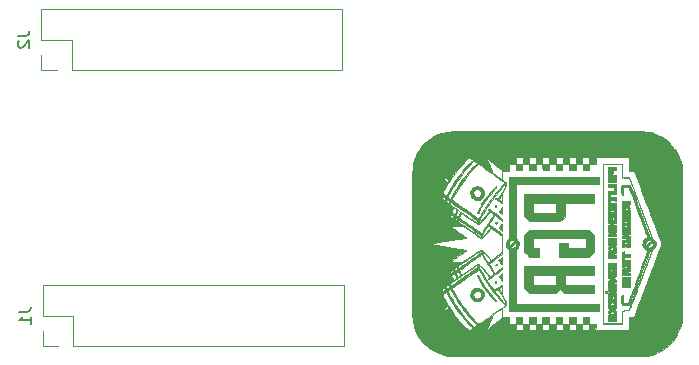
<source format=gbo>
G04 #@! TF.GenerationSoftware,KiCad,Pcbnew,(5.1.8)-1*
G04 #@! TF.CreationDate,2021-12-09T12:47:02+01:00*
G04 #@! TF.ProjectId,Prototyp,50726f74-6f74-4797-902e-6b696361645f,rev?*
G04 #@! TF.SameCoordinates,Original*
G04 #@! TF.FileFunction,Legend,Bot*
G04 #@! TF.FilePolarity,Positive*
%FSLAX46Y46*%
G04 Gerber Fmt 4.6, Leading zero omitted, Abs format (unit mm)*
G04 Created by KiCad (PCBNEW (5.1.8)-1) date 2021-12-09 12:47:02*
%MOMM*%
%LPD*%
G01*
G04 APERTURE LIST*
%ADD10C,0.010000*%
%ADD11C,0.120000*%
%ADD12C,0.150000*%
%ADD13O,1.700000X1.700000*%
%ADD14R,1.700000X1.700000*%
G04 APERTURE END LIST*
D10*
G36*
X225937582Y-125917134D02*
G01*
X226004699Y-126054115D01*
X226106356Y-126168301D01*
X226239044Y-126251880D01*
X226356995Y-126289816D01*
X226526001Y-126301780D01*
X226681376Y-126269285D01*
X226817371Y-126198056D01*
X226928234Y-126093819D01*
X227008216Y-125962300D01*
X227051567Y-125809223D01*
X227052536Y-125640316D01*
X227046749Y-125603000D01*
X226994226Y-125453393D01*
X226897626Y-125324858D01*
X226761237Y-125222925D01*
X226745366Y-125214298D01*
X226658109Y-125172452D01*
X226586424Y-125152650D01*
X226504564Y-125149640D01*
X226457903Y-125152500D01*
X226457903Y-125391681D01*
X226570955Y-125404145D01*
X226676601Y-125456119D01*
X226764531Y-125548006D01*
X226774679Y-125563813D01*
X226816805Y-125676230D01*
X226809348Y-125795758D01*
X226781195Y-125871810D01*
X226710604Y-125968795D01*
X226615043Y-126030557D01*
X226505724Y-126057034D01*
X226393856Y-126048161D01*
X226290652Y-126003876D01*
X226207323Y-125924115D01*
X226178617Y-125875210D01*
X226142357Y-125771497D01*
X226144226Y-125678506D01*
X226177431Y-125587288D01*
X226250830Y-125483658D01*
X226347758Y-125418320D01*
X226457903Y-125391681D01*
X226457903Y-125152500D01*
X226445991Y-125153231D01*
X226274180Y-125186830D01*
X226134384Y-125259419D01*
X226024607Y-125372256D01*
X225978573Y-125447542D01*
X225921009Y-125606035D01*
X225908515Y-125765169D01*
X225937582Y-125917134D01*
G37*
X225937582Y-125917134D02*
X226004699Y-126054115D01*
X226106356Y-126168301D01*
X226239044Y-126251880D01*
X226356995Y-126289816D01*
X226526001Y-126301780D01*
X226681376Y-126269285D01*
X226817371Y-126198056D01*
X226928234Y-126093819D01*
X227008216Y-125962300D01*
X227051567Y-125809223D01*
X227052536Y-125640316D01*
X227046749Y-125603000D01*
X226994226Y-125453393D01*
X226897626Y-125324858D01*
X226761237Y-125222925D01*
X226745366Y-125214298D01*
X226658109Y-125172452D01*
X226586424Y-125152650D01*
X226504564Y-125149640D01*
X226457903Y-125152500D01*
X226457903Y-125391681D01*
X226570955Y-125404145D01*
X226676601Y-125456119D01*
X226764531Y-125548006D01*
X226774679Y-125563813D01*
X226816805Y-125676230D01*
X226809348Y-125795758D01*
X226781195Y-125871810D01*
X226710604Y-125968795D01*
X226615043Y-126030557D01*
X226505724Y-126057034D01*
X226393856Y-126048161D01*
X226290652Y-126003876D01*
X226207323Y-125924115D01*
X226178617Y-125875210D01*
X226142357Y-125771497D01*
X226144226Y-125678506D01*
X226177431Y-125587288D01*
X226250830Y-125483658D01*
X226347758Y-125418320D01*
X226457903Y-125391681D01*
X226457903Y-125152500D01*
X226445991Y-125153231D01*
X226274180Y-125186830D01*
X226134384Y-125259419D01*
X226024607Y-125372256D01*
X225978573Y-125447542D01*
X225921009Y-125606035D01*
X225908515Y-125765169D01*
X225937582Y-125917134D01*
G36*
X226505953Y-124152807D02*
G01*
X226545843Y-124254182D01*
X226607614Y-124383663D01*
X226687412Y-124534659D01*
X226781380Y-124700577D01*
X226885663Y-124874825D01*
X226996407Y-125050812D01*
X227109756Y-125221944D01*
X227221855Y-125381629D01*
X227328848Y-125523277D01*
X227341762Y-125539500D01*
X227449695Y-125670980D01*
X227562837Y-125803213D01*
X227675756Y-125930417D01*
X227783024Y-126046811D01*
X227879210Y-126146612D01*
X227958883Y-126224039D01*
X228016613Y-126273308D01*
X228045493Y-126288800D01*
X228082936Y-126278016D01*
X228086478Y-126244175D01*
X228054856Y-126185043D01*
X227986811Y-126098384D01*
X227881082Y-125981966D01*
X227859751Y-125959557D01*
X227492447Y-125544138D01*
X227165755Y-125108847D01*
X226883395Y-124658922D01*
X226727194Y-124364750D01*
X226646857Y-124209079D01*
X226583215Y-124101311D01*
X226536281Y-124041459D01*
X226506066Y-124029538D01*
X226492581Y-124065559D01*
X226491800Y-124086132D01*
X226505953Y-124152807D01*
G37*
X226505953Y-124152807D02*
X226545843Y-124254182D01*
X226607614Y-124383663D01*
X226687412Y-124534659D01*
X226781380Y-124700577D01*
X226885663Y-124874825D01*
X226996407Y-125050812D01*
X227109756Y-125221944D01*
X227221855Y-125381629D01*
X227328848Y-125523277D01*
X227341762Y-125539500D01*
X227449695Y-125670980D01*
X227562837Y-125803213D01*
X227675756Y-125930417D01*
X227783024Y-126046811D01*
X227879210Y-126146612D01*
X227958883Y-126224039D01*
X228016613Y-126273308D01*
X228045493Y-126288800D01*
X228082936Y-126278016D01*
X228086478Y-126244175D01*
X228054856Y-126185043D01*
X227986811Y-126098384D01*
X227881082Y-125981966D01*
X227859751Y-125959557D01*
X227492447Y-125544138D01*
X227165755Y-125108847D01*
X226883395Y-124658922D01*
X226727194Y-124364750D01*
X226646857Y-124209079D01*
X226583215Y-124101311D01*
X226536281Y-124041459D01*
X226506066Y-124029538D01*
X226492581Y-124065559D01*
X226491800Y-124086132D01*
X226505953Y-124152807D01*
G36*
X225930061Y-117301745D02*
G01*
X225994136Y-117451054D01*
X226094865Y-117571117D01*
X226227286Y-117656888D01*
X226386437Y-117703322D01*
X226479933Y-117710258D01*
X226643946Y-117687773D01*
X226788620Y-117623385D01*
X226908123Y-117524107D01*
X226996624Y-117396953D01*
X227048291Y-117248933D01*
X227057293Y-117087063D01*
X227048840Y-117026090D01*
X226994168Y-116861003D01*
X226902116Y-116728507D01*
X226776954Y-116632107D01*
X226622953Y-116575309D01*
X226482046Y-116560741D01*
X226467734Y-116562613D01*
X226467734Y-116796999D01*
X226585975Y-116819857D01*
X226611010Y-116831030D01*
X226720708Y-116908143D01*
X226789980Y-117006650D01*
X226817092Y-117117510D01*
X226800312Y-117231680D01*
X226737908Y-117340117D01*
X226713626Y-117366626D01*
X226608208Y-117441353D01*
X226494672Y-117469998D01*
X226382061Y-117454295D01*
X226279417Y-117395975D01*
X226195784Y-117296772D01*
X226178030Y-117264010D01*
X226144619Y-117145198D01*
X226161416Y-117030311D01*
X226227838Y-116922380D01*
X226247959Y-116900959D01*
X226354052Y-116824228D01*
X226467734Y-116796999D01*
X226467734Y-116562613D01*
X226310937Y-116583125D01*
X226163231Y-116647282D01*
X226044264Y-116747939D01*
X225959374Y-116879823D01*
X225913899Y-117037662D01*
X225907600Y-117128235D01*
X225930061Y-117301745D01*
G37*
X225930061Y-117301745D02*
X225994136Y-117451054D01*
X226094865Y-117571117D01*
X226227286Y-117656888D01*
X226386437Y-117703322D01*
X226479933Y-117710258D01*
X226643946Y-117687773D01*
X226788620Y-117623385D01*
X226908123Y-117524107D01*
X226996624Y-117396953D01*
X227048291Y-117248933D01*
X227057293Y-117087063D01*
X227048840Y-117026090D01*
X226994168Y-116861003D01*
X226902116Y-116728507D01*
X226776954Y-116632107D01*
X226622953Y-116575309D01*
X226482046Y-116560741D01*
X226467734Y-116562613D01*
X226467734Y-116796999D01*
X226585975Y-116819857D01*
X226611010Y-116831030D01*
X226720708Y-116908143D01*
X226789980Y-117006650D01*
X226817092Y-117117510D01*
X226800312Y-117231680D01*
X226737908Y-117340117D01*
X226713626Y-117366626D01*
X226608208Y-117441353D01*
X226494672Y-117469998D01*
X226382061Y-117454295D01*
X226279417Y-117395975D01*
X226195784Y-117296772D01*
X226178030Y-117264010D01*
X226144619Y-117145198D01*
X226161416Y-117030311D01*
X226227838Y-116922380D01*
X226247959Y-116900959D01*
X226354052Y-116824228D01*
X226467734Y-116796999D01*
X226467734Y-116562613D01*
X226310937Y-116583125D01*
X226163231Y-116647282D01*
X226044264Y-116747939D01*
X225959374Y-116879823D01*
X225913899Y-117037662D01*
X225907600Y-117128235D01*
X225930061Y-117301745D01*
G36*
X226511255Y-118813697D02*
G01*
X226542600Y-118821200D01*
X226583841Y-118808674D01*
X226593400Y-118791225D01*
X226605834Y-118746116D01*
X226640215Y-118665818D01*
X226692154Y-118558583D01*
X226757265Y-118432663D01*
X226831162Y-118296312D01*
X226909458Y-118157782D01*
X226987766Y-118025325D01*
X227061700Y-117907196D01*
X227070250Y-117894100D01*
X227200277Y-117701255D01*
X227326852Y-117525753D01*
X227459529Y-117355460D01*
X227607858Y-117178240D01*
X227781392Y-116981960D01*
X227833595Y-116924354D01*
X227923665Y-116823762D01*
X228000066Y-116735344D01*
X228056816Y-116666274D01*
X228087927Y-116623722D01*
X228092000Y-116614703D01*
X228073230Y-116579353D01*
X228061649Y-116570240D01*
X228029227Y-116578674D01*
X227970841Y-116622891D01*
X227890821Y-116697893D01*
X227793494Y-116798684D01*
X227683189Y-116920264D01*
X227564234Y-117057637D01*
X227440958Y-117205804D01*
X227317690Y-117359769D01*
X227198756Y-117514534D01*
X227088487Y-117665101D01*
X226992052Y-117805200D01*
X226921415Y-117917149D01*
X226844650Y-118047572D01*
X226766035Y-118188187D01*
X226689849Y-118330711D01*
X226620371Y-118466859D01*
X226561880Y-118588348D01*
X226518655Y-118686897D01*
X226494974Y-118754220D01*
X226491800Y-118773624D01*
X226511255Y-118813697D01*
G37*
X226511255Y-118813697D02*
X226542600Y-118821200D01*
X226583841Y-118808674D01*
X226593400Y-118791225D01*
X226605834Y-118746116D01*
X226640215Y-118665818D01*
X226692154Y-118558583D01*
X226757265Y-118432663D01*
X226831162Y-118296312D01*
X226909458Y-118157782D01*
X226987766Y-118025325D01*
X227061700Y-117907196D01*
X227070250Y-117894100D01*
X227200277Y-117701255D01*
X227326852Y-117525753D01*
X227459529Y-117355460D01*
X227607858Y-117178240D01*
X227781392Y-116981960D01*
X227833595Y-116924354D01*
X227923665Y-116823762D01*
X228000066Y-116735344D01*
X228056816Y-116666274D01*
X228087927Y-116623722D01*
X228092000Y-116614703D01*
X228073230Y-116579353D01*
X228061649Y-116570240D01*
X228029227Y-116578674D01*
X227970841Y-116622891D01*
X227890821Y-116697893D01*
X227793494Y-116798684D01*
X227683189Y-116920264D01*
X227564234Y-117057637D01*
X227440958Y-117205804D01*
X227317690Y-117359769D01*
X227198756Y-117514534D01*
X227088487Y-117665101D01*
X226992052Y-117805200D01*
X226921415Y-117917149D01*
X226844650Y-118047572D01*
X226766035Y-118188187D01*
X226689849Y-118330711D01*
X226620371Y-118466859D01*
X226561880Y-118588348D01*
X226518655Y-118686897D01*
X226494974Y-118754220D01*
X226491800Y-118773624D01*
X226511255Y-118813697D01*
G36*
X227970573Y-124694483D02*
G01*
X227997136Y-124711260D01*
X228034850Y-124709337D01*
X228090371Y-124685234D01*
X228115219Y-124640463D01*
X228104556Y-124592428D01*
X228074491Y-124566750D01*
X228012921Y-124551757D01*
X227975741Y-124580943D01*
X227965000Y-124641603D01*
X227970573Y-124694483D01*
G37*
X227970573Y-124694483D02*
X227997136Y-124711260D01*
X228034850Y-124709337D01*
X228090371Y-124685234D01*
X228115219Y-124640463D01*
X228104556Y-124592428D01*
X228074491Y-124566750D01*
X228012921Y-124551757D01*
X227975741Y-124580943D01*
X227965000Y-124641603D01*
X227970573Y-124694483D01*
G36*
X227986886Y-118289228D02*
G01*
X228038329Y-118310751D01*
X228055578Y-118309394D01*
X228092921Y-118280387D01*
X228114441Y-118226288D01*
X228112754Y-118172099D01*
X228101632Y-118153499D01*
X228052815Y-118135214D01*
X227997642Y-118150877D01*
X227966877Y-118182691D01*
X227958872Y-118240546D01*
X227986886Y-118289228D01*
G37*
X227986886Y-118289228D02*
X228038329Y-118310751D01*
X228055578Y-118309394D01*
X228092921Y-118280387D01*
X228114441Y-118226288D01*
X228112754Y-118172099D01*
X228101632Y-118153499D01*
X228052815Y-118135214D01*
X227997642Y-118150877D01*
X227966877Y-118182691D01*
X227958872Y-118240546D01*
X227986886Y-118289228D01*
G36*
X228018731Y-123243137D02*
G01*
X228064483Y-123253500D01*
X228121302Y-123239996D01*
X228134850Y-123202252D01*
X228120293Y-123168450D01*
X228080579Y-123142450D01*
X228034515Y-123151041D01*
X228005186Y-123187409D01*
X228003100Y-123203047D01*
X228018731Y-123243137D01*
G37*
X228018731Y-123243137D02*
X228064483Y-123253500D01*
X228121302Y-123239996D01*
X228134850Y-123202252D01*
X228120293Y-123168450D01*
X228080579Y-123142450D01*
X228034515Y-123151041D01*
X228005186Y-123187409D01*
X228003100Y-123203047D01*
X228018731Y-123243137D01*
G36*
X228002657Y-119671362D02*
G01*
X228023751Y-119703637D01*
X228062253Y-119729801D01*
X228099049Y-119714803D01*
X228103425Y-119711257D01*
X228135919Y-119676060D01*
X228134216Y-119637025D01*
X228125978Y-119614950D01*
X228092581Y-119587375D01*
X228043348Y-119587465D01*
X228003909Y-119613541D01*
X227998829Y-119623269D01*
X228002657Y-119671362D01*
G37*
X228002657Y-119671362D02*
X228023751Y-119703637D01*
X228062253Y-119729801D01*
X228099049Y-119714803D01*
X228103425Y-119711257D01*
X228135919Y-119676060D01*
X228134216Y-119637025D01*
X228125978Y-119614950D01*
X228092581Y-119587375D01*
X228043348Y-119587465D01*
X228003909Y-119613541D01*
X227998829Y-119623269D01*
X228002657Y-119671362D01*
G36*
X228336105Y-124227531D02*
G01*
X228412453Y-124342945D01*
X228480639Y-124440714D01*
X228535361Y-124513624D01*
X228571317Y-124554462D01*
X228580950Y-124560636D01*
X228588148Y-124537217D01*
X228594101Y-124472558D01*
X228598235Y-124376216D01*
X228599978Y-124257746D01*
X228600000Y-124242615D01*
X228600000Y-123923630D01*
X228446304Y-124041896D01*
X228292609Y-124160162D01*
X228336105Y-124227531D01*
G37*
X228336105Y-124227531D02*
X228412453Y-124342945D01*
X228480639Y-124440714D01*
X228535361Y-124513624D01*
X228571317Y-124554462D01*
X228580950Y-124560636D01*
X228588148Y-124537217D01*
X228594101Y-124472558D01*
X228598235Y-124376216D01*
X228599978Y-124257746D01*
X228600000Y-124242615D01*
X228600000Y-123923630D01*
X228446304Y-124041896D01*
X228292609Y-124160162D01*
X228336105Y-124227531D01*
G36*
X228389045Y-122974376D02*
G01*
X228450228Y-123056231D01*
X228492225Y-123102045D01*
X228523151Y-123118617D01*
X228551118Y-123112747D01*
X228552991Y-123111770D01*
X228574303Y-123094600D01*
X228588081Y-123063983D01*
X228595903Y-123010153D01*
X228599343Y-122923343D01*
X228600000Y-122820377D01*
X228600000Y-122554142D01*
X228436053Y-122682983D01*
X228272107Y-122811823D01*
X228389045Y-122974376D01*
G37*
X228389045Y-122974376D02*
X228450228Y-123056231D01*
X228492225Y-123102045D01*
X228523151Y-123118617D01*
X228551118Y-123112747D01*
X228552991Y-123111770D01*
X228574303Y-123094600D01*
X228588081Y-123063983D01*
X228595903Y-123010153D01*
X228599343Y-122923343D01*
X228600000Y-122820377D01*
X228600000Y-122554142D01*
X228436053Y-122682983D01*
X228272107Y-122811823D01*
X228389045Y-122974376D01*
G36*
X228304033Y-120070694D02*
G01*
X228332743Y-120100832D01*
X228389646Y-120144596D01*
X228480360Y-120210380D01*
X228492050Y-120218888D01*
X228600000Y-120297556D01*
X228600000Y-120031995D01*
X228598950Y-119910928D01*
X228594820Y-119831269D01*
X228586137Y-119783650D01*
X228571429Y-119758704D01*
X228555550Y-119749237D01*
X228508679Y-119756917D01*
X228449457Y-119805762D01*
X228383950Y-119889593D01*
X228330874Y-119978105D01*
X228308716Y-120017724D01*
X228297897Y-120045789D01*
X228304033Y-120070694D01*
G37*
X228304033Y-120070694D02*
X228332743Y-120100832D01*
X228389646Y-120144596D01*
X228480360Y-120210380D01*
X228492050Y-120218888D01*
X228600000Y-120297556D01*
X228600000Y-120031995D01*
X228598950Y-119910928D01*
X228594820Y-119831269D01*
X228586137Y-119783650D01*
X228571429Y-119758704D01*
X228555550Y-119749237D01*
X228508679Y-119756917D01*
X228449457Y-119805762D01*
X228383950Y-119889593D01*
X228330874Y-119978105D01*
X228308716Y-120017724D01*
X228297897Y-120045789D01*
X228304033Y-120070694D01*
G36*
X228311369Y-118717280D02*
G01*
X228354722Y-118751799D01*
X228418655Y-118800242D01*
X228486959Y-118850615D01*
X228543423Y-118890924D01*
X228568250Y-118907336D01*
X228582123Y-118904330D01*
X228591536Y-118872233D01*
X228597166Y-118804910D01*
X228599690Y-118696226D01*
X228600000Y-118619499D01*
X228598391Y-118501523D01*
X228594005Y-118404626D01*
X228587507Y-118338598D01*
X228579559Y-118313231D01*
X228579262Y-118313200D01*
X228553720Y-118332612D01*
X228511408Y-118383332D01*
X228459799Y-118454083D01*
X228406372Y-118533588D01*
X228358601Y-118610571D01*
X228323962Y-118673756D01*
X228309932Y-118711867D01*
X228311369Y-118717280D01*
G37*
X228311369Y-118717280D02*
X228354722Y-118751799D01*
X228418655Y-118800242D01*
X228486959Y-118850615D01*
X228543423Y-118890924D01*
X228568250Y-118907336D01*
X228582123Y-118904330D01*
X228591536Y-118872233D01*
X228597166Y-118804910D01*
X228599690Y-118696226D01*
X228600000Y-118619499D01*
X228598391Y-118501523D01*
X228594005Y-118404626D01*
X228587507Y-118338598D01*
X228579559Y-118313231D01*
X228579262Y-118313200D01*
X228553720Y-118332612D01*
X228511408Y-118383332D01*
X228459799Y-118454083D01*
X228406372Y-118533588D01*
X228358601Y-118610571D01*
X228323962Y-118673756D01*
X228309932Y-118711867D01*
X228311369Y-118717280D01*
G36*
X230035153Y-128198515D02*
G01*
X230301907Y-128206500D01*
X230301853Y-127933450D01*
X230301800Y-127660400D01*
X229768400Y-127660400D01*
X229768400Y-128190531D01*
X230035153Y-128198515D01*
G37*
X230035153Y-128198515D02*
X230301907Y-128206500D01*
X230301853Y-127933450D01*
X230301800Y-127660400D01*
X229768400Y-127660400D01*
X229768400Y-128190531D01*
X230035153Y-128198515D01*
G36*
X230301800Y-115214400D02*
G01*
X230301800Y-114655600D01*
X229768400Y-114655600D01*
X229768400Y-115214400D01*
X230301800Y-115214400D01*
G37*
X230301800Y-115214400D02*
X230301800Y-114655600D01*
X229768400Y-114655600D01*
X229768400Y-115214400D01*
X230301800Y-115214400D01*
G36*
X231419400Y-128206500D02*
G01*
X231419400Y-127660400D01*
X230886000Y-127660400D01*
X230886000Y-128206500D01*
X231419400Y-128206500D01*
G37*
X231419400Y-128206500D02*
X231419400Y-127660400D01*
X230886000Y-127660400D01*
X230886000Y-128206500D01*
X231419400Y-128206500D01*
G36*
X231419400Y-115214400D02*
G01*
X231419400Y-114655600D01*
X230886000Y-114655600D01*
X230886000Y-115214400D01*
X231419400Y-115214400D01*
G37*
X231419400Y-115214400D02*
X231419400Y-114655600D01*
X230886000Y-114655600D01*
X230886000Y-115214400D01*
X231419400Y-115214400D01*
G36*
X232562400Y-128193800D02*
G01*
X232562400Y-127660400D01*
X232003600Y-127660400D01*
X232003600Y-128193800D01*
X232562400Y-128193800D01*
G37*
X232562400Y-128193800D02*
X232562400Y-127660400D01*
X232003600Y-127660400D01*
X232003600Y-128193800D01*
X232562400Y-128193800D01*
G36*
X232009090Y-114928650D02*
G01*
X232016300Y-115201700D01*
X232549700Y-115201700D01*
X232564118Y-114655600D01*
X232001881Y-114655600D01*
X232009090Y-114928650D01*
G37*
X232009090Y-114928650D02*
X232016300Y-115201700D01*
X232549700Y-115201700D01*
X232564118Y-114655600D01*
X232001881Y-114655600D01*
X232009090Y-114928650D01*
G36*
X233680000Y-128206500D02*
G01*
X233680000Y-127660400D01*
X233146600Y-127660400D01*
X233146600Y-128206500D01*
X233680000Y-128206500D01*
G37*
X233680000Y-128206500D02*
X233680000Y-127660400D01*
X233146600Y-127660400D01*
X233146600Y-128206500D01*
X233680000Y-128206500D01*
G36*
X233680000Y-115214400D02*
G01*
X233680000Y-114655600D01*
X233146600Y-114655600D01*
X233146600Y-115214400D01*
X233680000Y-115214400D01*
G37*
X233680000Y-115214400D02*
X233680000Y-114655600D01*
X233146600Y-114655600D01*
X233146600Y-115214400D01*
X233680000Y-115214400D01*
G36*
X234823000Y-128193800D02*
G01*
X234823000Y-127660400D01*
X234264200Y-127660400D01*
X234264200Y-128193800D01*
X234823000Y-128193800D01*
G37*
X234823000Y-128193800D02*
X234823000Y-127660400D01*
X234264200Y-127660400D01*
X234264200Y-128193800D01*
X234823000Y-128193800D01*
G36*
X234269690Y-114928650D02*
G01*
X234276900Y-115201700D01*
X234810300Y-115201700D01*
X234824718Y-114655600D01*
X234262481Y-114655600D01*
X234269690Y-114928650D01*
G37*
X234269690Y-114928650D02*
X234276900Y-115201700D01*
X234810300Y-115201700D01*
X234824718Y-114655600D01*
X234262481Y-114655600D01*
X234269690Y-114928650D01*
G36*
X235940600Y-128206500D02*
G01*
X235940600Y-127660400D01*
X235407200Y-127660400D01*
X235407200Y-128206500D01*
X235940600Y-128206500D01*
G37*
X235940600Y-128206500D02*
X235940600Y-127660400D01*
X235407200Y-127660400D01*
X235407200Y-128206500D01*
X235940600Y-128206500D01*
G36*
X235940600Y-115214400D02*
G01*
X235940600Y-114655600D01*
X235407200Y-114655600D01*
X235407200Y-115214400D01*
X235940600Y-115214400D01*
G37*
X235940600Y-115214400D02*
X235940600Y-114655600D01*
X235407200Y-114655600D01*
X235407200Y-115214400D01*
X235940600Y-115214400D01*
G36*
X230664280Y-125394010D02*
G01*
X230874361Y-125603000D01*
X233132705Y-125603000D01*
X233317452Y-125419485D01*
X233502200Y-125235971D01*
X233686947Y-125419485D01*
X233871694Y-125603000D01*
X236372400Y-125603000D01*
X236372400Y-124892283D01*
X235134150Y-124885691D01*
X233895900Y-124879100D01*
X233888920Y-124466350D01*
X233881941Y-124053600D01*
X236372400Y-124053600D01*
X236372400Y-123342400D01*
X233147858Y-123342400D01*
X233147858Y-124053600D01*
X233133900Y-124879100D01*
X231178100Y-124879100D01*
X231171120Y-124466350D01*
X231164141Y-124053600D01*
X233147858Y-124053600D01*
X233147858Y-123342400D01*
X230454200Y-123342400D01*
X230454200Y-125185021D01*
X230664280Y-125394010D01*
G37*
X230664280Y-125394010D02*
X230874361Y-125603000D01*
X233132705Y-125603000D01*
X233317452Y-125419485D01*
X233502200Y-125235971D01*
X233686947Y-125419485D01*
X233871694Y-125603000D01*
X236372400Y-125603000D01*
X236372400Y-124892283D01*
X235134150Y-124885691D01*
X233895900Y-124879100D01*
X233888920Y-124466350D01*
X233881941Y-124053600D01*
X236372400Y-124053600D01*
X236372400Y-123342400D01*
X233147858Y-123342400D01*
X233147858Y-124053600D01*
X233133900Y-124879100D01*
X231178100Y-124879100D01*
X231171120Y-124466350D01*
X231164141Y-124053600D01*
X233147858Y-124053600D01*
X233147858Y-123342400D01*
X230454200Y-123342400D01*
X230454200Y-125185021D01*
X230664280Y-125394010D01*
G36*
X230661905Y-122291403D02*
G01*
X230869611Y-122504200D01*
X231749600Y-122504200D01*
X231749600Y-121767600D01*
X231164110Y-121767600D01*
X231178100Y-120967500D01*
X235661200Y-120954524D01*
X235661200Y-121767600D01*
X234137200Y-121767600D01*
X234137200Y-121363877D01*
X233781558Y-121356188D01*
X233425917Y-121348500D01*
X233425958Y-121926350D01*
X233426000Y-122504200D01*
X235954421Y-122504200D01*
X236163410Y-122294119D01*
X236372400Y-122084038D01*
X236372400Y-120661578D01*
X235952238Y-120243600D01*
X230869611Y-120243600D01*
X230661905Y-120456396D01*
X230454200Y-120669192D01*
X230454200Y-122078607D01*
X230661905Y-122291403D01*
G37*
X230661905Y-122291403D02*
X230869611Y-122504200D01*
X231749600Y-122504200D01*
X231749600Y-121767600D01*
X231164110Y-121767600D01*
X231178100Y-120967500D01*
X235661200Y-120954524D01*
X235661200Y-121767600D01*
X234137200Y-121767600D01*
X234137200Y-121363877D01*
X233781558Y-121356188D01*
X233425917Y-121348500D01*
X233425958Y-121926350D01*
X233426000Y-122504200D01*
X235954421Y-122504200D01*
X236163410Y-122294119D01*
X236372400Y-122084038D01*
X236372400Y-120661578D01*
X235952238Y-120243600D01*
X230869611Y-120243600D01*
X230661905Y-120456396D01*
X230454200Y-120669192D01*
X230454200Y-122078607D01*
X230661905Y-122291403D01*
G36*
X230455478Y-119087900D02*
G01*
X230660425Y-119310150D01*
X230865371Y-119532399D01*
X232190771Y-119532400D01*
X233516171Y-119532400D01*
X233882233Y-119163878D01*
X233889066Y-118567089D01*
X233895900Y-117970300D01*
X236372400Y-117957116D01*
X236372400Y-117246400D01*
X232546836Y-117246400D01*
X232546836Y-117961960D01*
X232725999Y-117962145D01*
X232878091Y-117962968D01*
X232997308Y-117964396D01*
X233077847Y-117966397D01*
X233113905Y-117968937D01*
X233114759Y-117969187D01*
X233127590Y-117988489D01*
X233136787Y-118038554D01*
X233142748Y-118124631D01*
X233145874Y-118251970D01*
X233146600Y-118388602D01*
X233146600Y-118795800D01*
X231164141Y-118795800D01*
X231171120Y-118383050D01*
X231178100Y-117970300D01*
X232130509Y-117963634D01*
X232346405Y-117962445D01*
X232546836Y-117961960D01*
X232546836Y-117246400D01*
X230454200Y-117246400D01*
X230455478Y-119087900D01*
G37*
X230455478Y-119087900D02*
X230660425Y-119310150D01*
X230865371Y-119532399D01*
X232190771Y-119532400D01*
X233516171Y-119532400D01*
X233882233Y-119163878D01*
X233889066Y-118567089D01*
X233895900Y-117970300D01*
X236372400Y-117957116D01*
X236372400Y-117246400D01*
X232546836Y-117246400D01*
X232546836Y-117961960D01*
X232725999Y-117962145D01*
X232878091Y-117962968D01*
X232997308Y-117964396D01*
X233077847Y-117966397D01*
X233113905Y-117968937D01*
X233114759Y-117969187D01*
X233127590Y-117988489D01*
X233136787Y-118038554D01*
X233142748Y-118124631D01*
X233145874Y-118251970D01*
X233146600Y-118388602D01*
X233146600Y-118795800D01*
X231164141Y-118795800D01*
X231171120Y-118383050D01*
X231178100Y-117970300D01*
X232130509Y-117963634D01*
X232346405Y-117962445D01*
X232546836Y-117961960D01*
X232546836Y-117246400D01*
X230454200Y-117246400D01*
X230455478Y-119087900D01*
G36*
X228953340Y-121606951D02*
G01*
X229013324Y-121743233D01*
X229104385Y-121849560D01*
X229184199Y-121916720D01*
X229184200Y-124496460D01*
X229184200Y-127076200D01*
X236775531Y-127076200D01*
X236783515Y-126807277D01*
X236785854Y-126695966D01*
X236785943Y-126605027D01*
X236783882Y-126545449D01*
X236780916Y-126527877D01*
X236754722Y-126526630D01*
X236680630Y-126525425D01*
X236561544Y-126524271D01*
X236400367Y-126523177D01*
X236200002Y-126522151D01*
X235963351Y-126521201D01*
X235693317Y-126520337D01*
X235392804Y-126519568D01*
X235156231Y-126519088D01*
X235156231Y-126749358D01*
X235422328Y-126749447D01*
X235652899Y-126749837D01*
X235850488Y-126750562D01*
X236017642Y-126751656D01*
X236156905Y-126753151D01*
X236270824Y-126755083D01*
X236361944Y-126757484D01*
X236432810Y-126760388D01*
X236485969Y-126763828D01*
X236523964Y-126767839D01*
X236549343Y-126772454D01*
X236564650Y-126777706D01*
X236572432Y-126783630D01*
X236575233Y-126790258D01*
X236575600Y-126796800D01*
X236575094Y-126804086D01*
X236571881Y-126810637D01*
X236563415Y-126816487D01*
X236547150Y-126821669D01*
X236520541Y-126826218D01*
X236481042Y-126830166D01*
X236426108Y-126833548D01*
X236353193Y-126836396D01*
X236259752Y-126838745D01*
X236143239Y-126840628D01*
X236001108Y-126842079D01*
X235830815Y-126843132D01*
X235629813Y-126843819D01*
X235395557Y-126844175D01*
X235125502Y-126844234D01*
X234817101Y-126844028D01*
X234467810Y-126843592D01*
X234075083Y-126842960D01*
X233636374Y-126842164D01*
X233203750Y-126841343D01*
X232717344Y-126840365D01*
X232279273Y-126839364D01*
X231887075Y-126838307D01*
X231538283Y-126837162D01*
X231230434Y-126835896D01*
X230961064Y-126834477D01*
X230727708Y-126832872D01*
X230527902Y-126831048D01*
X230359181Y-126828974D01*
X230219082Y-126826616D01*
X230105140Y-126823941D01*
X230014891Y-126820918D01*
X229945870Y-126817514D01*
X229895613Y-126813696D01*
X229861656Y-126809432D01*
X229841535Y-126804689D01*
X229832785Y-126799434D01*
X229831900Y-126796800D01*
X229836189Y-126791295D01*
X229850701Y-126786318D01*
X229877899Y-126781834D01*
X229920247Y-126777812D01*
X229980211Y-126774219D01*
X230060253Y-126771022D01*
X230162840Y-126768189D01*
X230290434Y-126765688D01*
X230445500Y-126763485D01*
X230630502Y-126761548D01*
X230847906Y-126759846D01*
X231100174Y-126758344D01*
X231389771Y-126757010D01*
X231719162Y-126755813D01*
X232090811Y-126754719D01*
X232507183Y-126753696D01*
X232970740Y-126752712D01*
X233203750Y-126752256D01*
X233685663Y-126751343D01*
X234119323Y-126750563D01*
X234507274Y-126749950D01*
X234852061Y-126749537D01*
X235156231Y-126749358D01*
X235156231Y-126519088D01*
X235064714Y-126518901D01*
X234711950Y-126518345D01*
X234337414Y-126517909D01*
X233944011Y-126517602D01*
X233534643Y-126517432D01*
X233256666Y-126517400D01*
X229743000Y-126517400D01*
X229743000Y-121904153D01*
X229816244Y-121850001D01*
X229909370Y-121751478D01*
X229968699Y-121625766D01*
X229994151Y-121483670D01*
X229985646Y-121335999D01*
X229943104Y-121193560D01*
X229866444Y-121067161D01*
X229822402Y-121019897D01*
X229742999Y-120945295D01*
X229743000Y-118638647D01*
X229743000Y-116332000D01*
X236791500Y-116332000D01*
X236791500Y-115798600D01*
X234709907Y-115798600D01*
X234709907Y-116006408D01*
X235044839Y-116006519D01*
X235353944Y-116006820D01*
X235634214Y-116007305D01*
X235882645Y-116007967D01*
X236096232Y-116008803D01*
X236271970Y-116009805D01*
X236406852Y-116010968D01*
X236497873Y-116012288D01*
X236542029Y-116013758D01*
X236545727Y-116014241D01*
X236570215Y-116046172D01*
X236570779Y-116071573D01*
X236567623Y-116077953D01*
X236559044Y-116083696D01*
X236542500Y-116088832D01*
X236515450Y-116093398D01*
X236475350Y-116097425D01*
X236419659Y-116100948D01*
X236345835Y-116103999D01*
X236251334Y-116106614D01*
X236133616Y-116108824D01*
X235990137Y-116110665D01*
X235818355Y-116112168D01*
X235615729Y-116113368D01*
X235379716Y-116114299D01*
X235107774Y-116114993D01*
X234797360Y-116115485D01*
X234445933Y-116115808D01*
X234050950Y-116115996D01*
X233609869Y-116116082D01*
X233197052Y-116116100D01*
X232715637Y-116116091D01*
X232282474Y-116116040D01*
X231895015Y-116115909D01*
X231550712Y-116115658D01*
X231247017Y-116115249D01*
X230981381Y-116114645D01*
X230751258Y-116113805D01*
X230554099Y-116112692D01*
X230387356Y-116111268D01*
X230248480Y-116109494D01*
X230134925Y-116107331D01*
X230044142Y-116104741D01*
X229973582Y-116101686D01*
X229920698Y-116098126D01*
X229882942Y-116094025D01*
X229857766Y-116089342D01*
X229842622Y-116084040D01*
X229834962Y-116078081D01*
X229832238Y-116071425D01*
X229831900Y-116065300D01*
X229832473Y-116058005D01*
X229835898Y-116051439D01*
X229844731Y-116045557D01*
X229861532Y-116040315D01*
X229888856Y-116035670D01*
X229929262Y-116031578D01*
X229985307Y-116027994D01*
X230059549Y-116024875D01*
X230154545Y-116022176D01*
X230272852Y-116019855D01*
X230417028Y-116017867D01*
X230589632Y-116016167D01*
X230793219Y-116014714D01*
X231030348Y-116013461D01*
X231303576Y-116012366D01*
X231615460Y-116011385D01*
X231968559Y-116010473D01*
X232365430Y-116009587D01*
X232808630Y-116008683D01*
X233172000Y-116007968D01*
X233580192Y-116007266D01*
X233974578Y-116006776D01*
X234352151Y-116006492D01*
X234709907Y-116006408D01*
X234709907Y-115798600D01*
X229724172Y-115798600D01*
X229724172Y-121285000D01*
X229752108Y-121307335D01*
X229772505Y-121362211D01*
X229780360Y-121431430D01*
X229776442Y-121475127D01*
X229752889Y-121551198D01*
X229725204Y-121606712D01*
X229639804Y-121692892D01*
X229526470Y-121739714D01*
X229459973Y-121746836D01*
X229446666Y-121746292D01*
X229446666Y-122707400D01*
X229489865Y-122718682D01*
X229497466Y-122724333D01*
X229500091Y-122751773D01*
X229502592Y-122826188D01*
X229504937Y-122943756D01*
X229507095Y-123100651D01*
X229509034Y-123293050D01*
X229510724Y-123517130D01*
X229512132Y-123769065D01*
X229513229Y-124045032D01*
X229513982Y-124341207D01*
X229514360Y-124653766D01*
X229514400Y-124794433D01*
X229514381Y-125165129D01*
X229514271Y-125488288D01*
X229513989Y-125767170D01*
X229513454Y-126005037D01*
X229512586Y-126205152D01*
X229511304Y-126370777D01*
X229509528Y-126505172D01*
X229507175Y-126611600D01*
X229504167Y-126693322D01*
X229500422Y-126753602D01*
X229495859Y-126795699D01*
X229490398Y-126822877D01*
X229483957Y-126838397D01*
X229476457Y-126845521D01*
X229467817Y-126847510D01*
X229463600Y-126847600D01*
X229454463Y-126846847D01*
X229446493Y-126842423D01*
X229439610Y-126831080D01*
X229433735Y-126809569D01*
X229428788Y-126774642D01*
X229424688Y-126723050D01*
X229421357Y-126651545D01*
X229418715Y-126556878D01*
X229416681Y-126435800D01*
X229415177Y-126285064D01*
X229414122Y-126101421D01*
X229413437Y-125881622D01*
X229413042Y-125622419D01*
X229412857Y-125320563D01*
X229412803Y-124972807D01*
X229412800Y-124777500D01*
X229412919Y-124396015D01*
X229413311Y-124062385D01*
X229414022Y-123773663D01*
X229415101Y-123526904D01*
X229416597Y-123319163D01*
X229418556Y-123147494D01*
X229421029Y-123008951D01*
X229424062Y-122900590D01*
X229427704Y-122819465D01*
X229432003Y-122762630D01*
X229437008Y-122727139D01*
X229442766Y-122710048D01*
X229446666Y-122707400D01*
X229446666Y-121746292D01*
X229381112Y-121743609D01*
X229337556Y-121728349D01*
X229330019Y-121696669D01*
X229359211Y-121644184D01*
X229425846Y-121566508D01*
X229502036Y-121487861D01*
X229584336Y-121406800D01*
X229654260Y-121341144D01*
X229703806Y-121298199D01*
X229724172Y-121285000D01*
X229724172Y-115798600D01*
X229446666Y-115798600D01*
X229446666Y-116001800D01*
X229489865Y-116013082D01*
X229497466Y-116018733D01*
X229500091Y-116046173D01*
X229502592Y-116120588D01*
X229504937Y-116238156D01*
X229507095Y-116395051D01*
X229509034Y-116587450D01*
X229510724Y-116811530D01*
X229512132Y-117063465D01*
X229513229Y-117339432D01*
X229513982Y-117635607D01*
X229514360Y-117948166D01*
X229514400Y-118088833D01*
X229514381Y-118459529D01*
X229514271Y-118782688D01*
X229513989Y-119061570D01*
X229513454Y-119299437D01*
X229512586Y-119499552D01*
X229511304Y-119665177D01*
X229509528Y-119799572D01*
X229507175Y-119906000D01*
X229504167Y-119987722D01*
X229500422Y-120048002D01*
X229495859Y-120090099D01*
X229490398Y-120117277D01*
X229483957Y-120132797D01*
X229476457Y-120139921D01*
X229468421Y-120141770D01*
X229468421Y-121110402D01*
X229558850Y-121123209D01*
X229603227Y-121141725D01*
X229616000Y-121156344D01*
X229599064Y-121180319D01*
X229553048Y-121232063D01*
X229485137Y-121303771D01*
X229409019Y-121381144D01*
X229325859Y-121461714D01*
X229255089Y-121525447D01*
X229204509Y-121565636D01*
X229182373Y-121575971D01*
X229153035Y-121530876D01*
X229144722Y-121455415D01*
X229157632Y-121365555D01*
X229179029Y-121303473D01*
X229250537Y-121197671D01*
X229349584Y-121132087D01*
X229468421Y-121110402D01*
X229468421Y-120141770D01*
X229467817Y-120141910D01*
X229463600Y-120142000D01*
X229454463Y-120141247D01*
X229446493Y-120136823D01*
X229439610Y-120125480D01*
X229433735Y-120103969D01*
X229428788Y-120069042D01*
X229424688Y-120017450D01*
X229421357Y-119945945D01*
X229418715Y-119851278D01*
X229416681Y-119730200D01*
X229415177Y-119579464D01*
X229414122Y-119395821D01*
X229413437Y-119176022D01*
X229413042Y-118916819D01*
X229412857Y-118614963D01*
X229412803Y-118267207D01*
X229412800Y-118071900D01*
X229412919Y-117690415D01*
X229413311Y-117356785D01*
X229414022Y-117068063D01*
X229415101Y-116821304D01*
X229416597Y-116613563D01*
X229418556Y-116441894D01*
X229421029Y-116303351D01*
X229424062Y-116194990D01*
X229427704Y-116113865D01*
X229432003Y-116057030D01*
X229437008Y-116021539D01*
X229442766Y-116004448D01*
X229446666Y-116001800D01*
X229446666Y-115798600D01*
X229184200Y-115798600D01*
X229184200Y-118376114D01*
X229184199Y-120953628D01*
X229124503Y-120992743D01*
X229078324Y-121037321D01*
X229025738Y-121108390D01*
X228997503Y-121155516D01*
X228943560Y-121300958D01*
X228929462Y-121455481D01*
X228953340Y-121606951D01*
G37*
X228953340Y-121606951D02*
X229013324Y-121743233D01*
X229104385Y-121849560D01*
X229184199Y-121916720D01*
X229184200Y-124496460D01*
X229184200Y-127076200D01*
X236775531Y-127076200D01*
X236783515Y-126807277D01*
X236785854Y-126695966D01*
X236785943Y-126605027D01*
X236783882Y-126545449D01*
X236780916Y-126527877D01*
X236754722Y-126526630D01*
X236680630Y-126525425D01*
X236561544Y-126524271D01*
X236400367Y-126523177D01*
X236200002Y-126522151D01*
X235963351Y-126521201D01*
X235693317Y-126520337D01*
X235392804Y-126519568D01*
X235156231Y-126519088D01*
X235156231Y-126749358D01*
X235422328Y-126749447D01*
X235652899Y-126749837D01*
X235850488Y-126750562D01*
X236017642Y-126751656D01*
X236156905Y-126753151D01*
X236270824Y-126755083D01*
X236361944Y-126757484D01*
X236432810Y-126760388D01*
X236485969Y-126763828D01*
X236523964Y-126767839D01*
X236549343Y-126772454D01*
X236564650Y-126777706D01*
X236572432Y-126783630D01*
X236575233Y-126790258D01*
X236575600Y-126796800D01*
X236575094Y-126804086D01*
X236571881Y-126810637D01*
X236563415Y-126816487D01*
X236547150Y-126821669D01*
X236520541Y-126826218D01*
X236481042Y-126830166D01*
X236426108Y-126833548D01*
X236353193Y-126836396D01*
X236259752Y-126838745D01*
X236143239Y-126840628D01*
X236001108Y-126842079D01*
X235830815Y-126843132D01*
X235629813Y-126843819D01*
X235395557Y-126844175D01*
X235125502Y-126844234D01*
X234817101Y-126844028D01*
X234467810Y-126843592D01*
X234075083Y-126842960D01*
X233636374Y-126842164D01*
X233203750Y-126841343D01*
X232717344Y-126840365D01*
X232279273Y-126839364D01*
X231887075Y-126838307D01*
X231538283Y-126837162D01*
X231230434Y-126835896D01*
X230961064Y-126834477D01*
X230727708Y-126832872D01*
X230527902Y-126831048D01*
X230359181Y-126828974D01*
X230219082Y-126826616D01*
X230105140Y-126823941D01*
X230014891Y-126820918D01*
X229945870Y-126817514D01*
X229895613Y-126813696D01*
X229861656Y-126809432D01*
X229841535Y-126804689D01*
X229832785Y-126799434D01*
X229831900Y-126796800D01*
X229836189Y-126791295D01*
X229850701Y-126786318D01*
X229877899Y-126781834D01*
X229920247Y-126777812D01*
X229980211Y-126774219D01*
X230060253Y-126771022D01*
X230162840Y-126768189D01*
X230290434Y-126765688D01*
X230445500Y-126763485D01*
X230630502Y-126761548D01*
X230847906Y-126759846D01*
X231100174Y-126758344D01*
X231389771Y-126757010D01*
X231719162Y-126755813D01*
X232090811Y-126754719D01*
X232507183Y-126753696D01*
X232970740Y-126752712D01*
X233203750Y-126752256D01*
X233685663Y-126751343D01*
X234119323Y-126750563D01*
X234507274Y-126749950D01*
X234852061Y-126749537D01*
X235156231Y-126749358D01*
X235156231Y-126519088D01*
X235064714Y-126518901D01*
X234711950Y-126518345D01*
X234337414Y-126517909D01*
X233944011Y-126517602D01*
X233534643Y-126517432D01*
X233256666Y-126517400D01*
X229743000Y-126517400D01*
X229743000Y-121904153D01*
X229816244Y-121850001D01*
X229909370Y-121751478D01*
X229968699Y-121625766D01*
X229994151Y-121483670D01*
X229985646Y-121335999D01*
X229943104Y-121193560D01*
X229866444Y-121067161D01*
X229822402Y-121019897D01*
X229742999Y-120945295D01*
X229743000Y-118638647D01*
X229743000Y-116332000D01*
X236791500Y-116332000D01*
X236791500Y-115798600D01*
X234709907Y-115798600D01*
X234709907Y-116006408D01*
X235044839Y-116006519D01*
X235353944Y-116006820D01*
X235634214Y-116007305D01*
X235882645Y-116007967D01*
X236096232Y-116008803D01*
X236271970Y-116009805D01*
X236406852Y-116010968D01*
X236497873Y-116012288D01*
X236542029Y-116013758D01*
X236545727Y-116014241D01*
X236570215Y-116046172D01*
X236570779Y-116071573D01*
X236567623Y-116077953D01*
X236559044Y-116083696D01*
X236542500Y-116088832D01*
X236515450Y-116093398D01*
X236475350Y-116097425D01*
X236419659Y-116100948D01*
X236345835Y-116103999D01*
X236251334Y-116106614D01*
X236133616Y-116108824D01*
X235990137Y-116110665D01*
X235818355Y-116112168D01*
X235615729Y-116113368D01*
X235379716Y-116114299D01*
X235107774Y-116114993D01*
X234797360Y-116115485D01*
X234445933Y-116115808D01*
X234050950Y-116115996D01*
X233609869Y-116116082D01*
X233197052Y-116116100D01*
X232715637Y-116116091D01*
X232282474Y-116116040D01*
X231895015Y-116115909D01*
X231550712Y-116115658D01*
X231247017Y-116115249D01*
X230981381Y-116114645D01*
X230751258Y-116113805D01*
X230554099Y-116112692D01*
X230387356Y-116111268D01*
X230248480Y-116109494D01*
X230134925Y-116107331D01*
X230044142Y-116104741D01*
X229973582Y-116101686D01*
X229920698Y-116098126D01*
X229882942Y-116094025D01*
X229857766Y-116089342D01*
X229842622Y-116084040D01*
X229834962Y-116078081D01*
X229832238Y-116071425D01*
X229831900Y-116065300D01*
X229832473Y-116058005D01*
X229835898Y-116051439D01*
X229844731Y-116045557D01*
X229861532Y-116040315D01*
X229888856Y-116035670D01*
X229929262Y-116031578D01*
X229985307Y-116027994D01*
X230059549Y-116024875D01*
X230154545Y-116022176D01*
X230272852Y-116019855D01*
X230417028Y-116017867D01*
X230589632Y-116016167D01*
X230793219Y-116014714D01*
X231030348Y-116013461D01*
X231303576Y-116012366D01*
X231615460Y-116011385D01*
X231968559Y-116010473D01*
X232365430Y-116009587D01*
X232808630Y-116008683D01*
X233172000Y-116007968D01*
X233580192Y-116007266D01*
X233974578Y-116006776D01*
X234352151Y-116006492D01*
X234709907Y-116006408D01*
X234709907Y-115798600D01*
X229724172Y-115798600D01*
X229724172Y-121285000D01*
X229752108Y-121307335D01*
X229772505Y-121362211D01*
X229780360Y-121431430D01*
X229776442Y-121475127D01*
X229752889Y-121551198D01*
X229725204Y-121606712D01*
X229639804Y-121692892D01*
X229526470Y-121739714D01*
X229459973Y-121746836D01*
X229446666Y-121746292D01*
X229446666Y-122707400D01*
X229489865Y-122718682D01*
X229497466Y-122724333D01*
X229500091Y-122751773D01*
X229502592Y-122826188D01*
X229504937Y-122943756D01*
X229507095Y-123100651D01*
X229509034Y-123293050D01*
X229510724Y-123517130D01*
X229512132Y-123769065D01*
X229513229Y-124045032D01*
X229513982Y-124341207D01*
X229514360Y-124653766D01*
X229514400Y-124794433D01*
X229514381Y-125165129D01*
X229514271Y-125488288D01*
X229513989Y-125767170D01*
X229513454Y-126005037D01*
X229512586Y-126205152D01*
X229511304Y-126370777D01*
X229509528Y-126505172D01*
X229507175Y-126611600D01*
X229504167Y-126693322D01*
X229500422Y-126753602D01*
X229495859Y-126795699D01*
X229490398Y-126822877D01*
X229483957Y-126838397D01*
X229476457Y-126845521D01*
X229467817Y-126847510D01*
X229463600Y-126847600D01*
X229454463Y-126846847D01*
X229446493Y-126842423D01*
X229439610Y-126831080D01*
X229433735Y-126809569D01*
X229428788Y-126774642D01*
X229424688Y-126723050D01*
X229421357Y-126651545D01*
X229418715Y-126556878D01*
X229416681Y-126435800D01*
X229415177Y-126285064D01*
X229414122Y-126101421D01*
X229413437Y-125881622D01*
X229413042Y-125622419D01*
X229412857Y-125320563D01*
X229412803Y-124972807D01*
X229412800Y-124777500D01*
X229412919Y-124396015D01*
X229413311Y-124062385D01*
X229414022Y-123773663D01*
X229415101Y-123526904D01*
X229416597Y-123319163D01*
X229418556Y-123147494D01*
X229421029Y-123008951D01*
X229424062Y-122900590D01*
X229427704Y-122819465D01*
X229432003Y-122762630D01*
X229437008Y-122727139D01*
X229442766Y-122710048D01*
X229446666Y-122707400D01*
X229446666Y-121746292D01*
X229381112Y-121743609D01*
X229337556Y-121728349D01*
X229330019Y-121696669D01*
X229359211Y-121644184D01*
X229425846Y-121566508D01*
X229502036Y-121487861D01*
X229584336Y-121406800D01*
X229654260Y-121341144D01*
X229703806Y-121298199D01*
X229724172Y-121285000D01*
X229724172Y-115798600D01*
X229446666Y-115798600D01*
X229446666Y-116001800D01*
X229489865Y-116013082D01*
X229497466Y-116018733D01*
X229500091Y-116046173D01*
X229502592Y-116120588D01*
X229504937Y-116238156D01*
X229507095Y-116395051D01*
X229509034Y-116587450D01*
X229510724Y-116811530D01*
X229512132Y-117063465D01*
X229513229Y-117339432D01*
X229513982Y-117635607D01*
X229514360Y-117948166D01*
X229514400Y-118088833D01*
X229514381Y-118459529D01*
X229514271Y-118782688D01*
X229513989Y-119061570D01*
X229513454Y-119299437D01*
X229512586Y-119499552D01*
X229511304Y-119665177D01*
X229509528Y-119799572D01*
X229507175Y-119906000D01*
X229504167Y-119987722D01*
X229500422Y-120048002D01*
X229495859Y-120090099D01*
X229490398Y-120117277D01*
X229483957Y-120132797D01*
X229476457Y-120139921D01*
X229468421Y-120141770D01*
X229468421Y-121110402D01*
X229558850Y-121123209D01*
X229603227Y-121141725D01*
X229616000Y-121156344D01*
X229599064Y-121180319D01*
X229553048Y-121232063D01*
X229485137Y-121303771D01*
X229409019Y-121381144D01*
X229325859Y-121461714D01*
X229255089Y-121525447D01*
X229204509Y-121565636D01*
X229182373Y-121575971D01*
X229153035Y-121530876D01*
X229144722Y-121455415D01*
X229157632Y-121365555D01*
X229179029Y-121303473D01*
X229250537Y-121197671D01*
X229349584Y-121132087D01*
X229468421Y-121110402D01*
X229468421Y-120141770D01*
X229467817Y-120141910D01*
X229463600Y-120142000D01*
X229454463Y-120141247D01*
X229446493Y-120136823D01*
X229439610Y-120125480D01*
X229433735Y-120103969D01*
X229428788Y-120069042D01*
X229424688Y-120017450D01*
X229421357Y-119945945D01*
X229418715Y-119851278D01*
X229416681Y-119730200D01*
X229415177Y-119579464D01*
X229414122Y-119395821D01*
X229413437Y-119176022D01*
X229413042Y-118916819D01*
X229412857Y-118614963D01*
X229412803Y-118267207D01*
X229412800Y-118071900D01*
X229412919Y-117690415D01*
X229413311Y-117356785D01*
X229414022Y-117068063D01*
X229415101Y-116821304D01*
X229416597Y-116613563D01*
X229418556Y-116441894D01*
X229421029Y-116303351D01*
X229424062Y-116194990D01*
X229427704Y-116113865D01*
X229432003Y-116057030D01*
X229437008Y-116021539D01*
X229442766Y-116004448D01*
X229446666Y-116001800D01*
X229446666Y-115798600D01*
X229184200Y-115798600D01*
X229184200Y-118376114D01*
X229184199Y-120953628D01*
X229124503Y-120992743D01*
X229078324Y-121037321D01*
X229025738Y-121108390D01*
X228997503Y-121155516D01*
X228943560Y-121300958D01*
X228929462Y-121455481D01*
X228953340Y-121606951D01*
G36*
X237266265Y-125600930D02*
G01*
X237288343Y-125623866D01*
X237338853Y-125624961D01*
X237410625Y-125612525D01*
X237465317Y-125594986D01*
X237486814Y-125560299D01*
X237490000Y-125510925D01*
X237483645Y-125450707D01*
X237459607Y-125427238D01*
X237440853Y-125425200D01*
X237343068Y-125440714D01*
X237281694Y-125485047D01*
X237261400Y-125551571D01*
X237266265Y-125600930D01*
G37*
X237266265Y-125600930D02*
X237288343Y-125623866D01*
X237338853Y-125624961D01*
X237410625Y-125612525D01*
X237465317Y-125594986D01*
X237486814Y-125560299D01*
X237490000Y-125510925D01*
X237483645Y-125450707D01*
X237459607Y-125427238D01*
X237440853Y-125425200D01*
X237343068Y-125440714D01*
X237281694Y-125485047D01*
X237261400Y-125551571D01*
X237266265Y-125600930D01*
G36*
X238226600Y-127965200D02*
G01*
X238226600Y-127705642D01*
X238137700Y-127716020D01*
X238078299Y-127719371D01*
X238053726Y-127703398D01*
X238048802Y-127657733D01*
X238048800Y-127655299D01*
X238054323Y-127607440D01*
X238081073Y-127587816D01*
X238137700Y-127584200D01*
X238192324Y-127581759D01*
X238218190Y-127565223D01*
X238226051Y-127520763D01*
X238226600Y-127469900D01*
X238226600Y-127355600D01*
X237938927Y-127355600D01*
X237812964Y-127356321D01*
X237794800Y-127357035D01*
X237794800Y-127584200D01*
X237835303Y-127599876D01*
X237845600Y-127644737D01*
X237826451Y-127700599D01*
X237794800Y-127718559D01*
X237758439Y-127719533D01*
X237745119Y-127687812D01*
X237744000Y-127658022D01*
X237752564Y-127603318D01*
X237784074Y-127584708D01*
X237794800Y-127584200D01*
X237794800Y-127357035D01*
X237727261Y-127359691D01*
X237671285Y-127367515D01*
X237634504Y-127381597D01*
X237606384Y-127403745D01*
X237596027Y-127414387D01*
X237570014Y-127447631D01*
X237553658Y-127488133D01*
X237544796Y-127547832D01*
X237541263Y-127638673D01*
X237540800Y-127719187D01*
X237540800Y-127965200D01*
X238226600Y-127965200D01*
G37*
X238226600Y-127965200D02*
X238226600Y-127705642D01*
X238137700Y-127716020D01*
X238078299Y-127719371D01*
X238053726Y-127703398D01*
X238048802Y-127657733D01*
X238048800Y-127655299D01*
X238054323Y-127607440D01*
X238081073Y-127587816D01*
X238137700Y-127584200D01*
X238192324Y-127581759D01*
X238218190Y-127565223D01*
X238226051Y-127520763D01*
X238226600Y-127469900D01*
X238226600Y-127355600D01*
X237938927Y-127355600D01*
X237812964Y-127356321D01*
X237794800Y-127357035D01*
X237794800Y-127584200D01*
X237835303Y-127599876D01*
X237845600Y-127644737D01*
X237826451Y-127700599D01*
X237794800Y-127718559D01*
X237758439Y-127719533D01*
X237745119Y-127687812D01*
X237744000Y-127658022D01*
X237752564Y-127603318D01*
X237784074Y-127584708D01*
X237794800Y-127584200D01*
X237794800Y-127357035D01*
X237727261Y-127359691D01*
X237671285Y-127367515D01*
X237634504Y-127381597D01*
X237606384Y-127403745D01*
X237596027Y-127414387D01*
X237570014Y-127447631D01*
X237553658Y-127488133D01*
X237544796Y-127547832D01*
X237541263Y-127638673D01*
X237540800Y-127719187D01*
X237540800Y-127965200D01*
X238226600Y-127965200D01*
G36*
X237724719Y-126873000D02*
G01*
X237632759Y-126985224D01*
X237563318Y-127089812D01*
X237540800Y-127175724D01*
X237544852Y-127226508D01*
X237566884Y-127248638D01*
X237621703Y-127253924D01*
X237638945Y-127254000D01*
X237703825Y-127248293D01*
X237749996Y-127223368D01*
X237796878Y-127167518D01*
X237807500Y-127152400D01*
X237849957Y-127093522D01*
X237879587Y-127056850D01*
X237886794Y-127050800D01*
X237904669Y-127069983D01*
X237940168Y-127118787D01*
X237962914Y-127152400D01*
X238010100Y-127215590D01*
X238053631Y-127245432D01*
X238112916Y-127253841D01*
X238128375Y-127254000D01*
X238192065Y-127250819D01*
X238219831Y-127233237D01*
X238226494Y-127189191D01*
X238226600Y-127174065D01*
X238204660Y-127087406D01*
X238137596Y-126985520D01*
X238135999Y-126983565D01*
X238045398Y-126873000D01*
X238226600Y-126873000D01*
X238226600Y-126617525D01*
X237890050Y-126624612D01*
X237553500Y-126631700D01*
X237538016Y-126873000D01*
X237724719Y-126873000D01*
G37*
X237724719Y-126873000D02*
X237632759Y-126985224D01*
X237563318Y-127089812D01*
X237540800Y-127175724D01*
X237544852Y-127226508D01*
X237566884Y-127248638D01*
X237621703Y-127253924D01*
X237638945Y-127254000D01*
X237703825Y-127248293D01*
X237749996Y-127223368D01*
X237796878Y-127167518D01*
X237807500Y-127152400D01*
X237849957Y-127093522D01*
X237879587Y-127056850D01*
X237886794Y-127050800D01*
X237904669Y-127069983D01*
X237940168Y-127118787D01*
X237962914Y-127152400D01*
X238010100Y-127215590D01*
X238053631Y-127245432D01*
X238112916Y-127253841D01*
X238128375Y-127254000D01*
X238192065Y-127250819D01*
X238219831Y-127233237D01*
X238226494Y-127189191D01*
X238226600Y-127174065D01*
X238204660Y-127087406D01*
X238137596Y-126985520D01*
X238135999Y-126983565D01*
X238045398Y-126873000D01*
X238226600Y-126873000D01*
X238226600Y-126617525D01*
X237890050Y-126624612D01*
X237553500Y-126631700D01*
X237538016Y-126873000D01*
X237724719Y-126873000D01*
G36*
X237637972Y-126517400D02*
G01*
X237728046Y-126498680D01*
X237800523Y-126449831D01*
X237841699Y-126381815D01*
X237846357Y-126350662D01*
X237853672Y-126330419D01*
X237878335Y-126343084D01*
X237926068Y-126392214D01*
X237941607Y-126409843D01*
X238003579Y-126474509D01*
X238054576Y-126507070D01*
X238112104Y-126517486D01*
X238131350Y-126517793D01*
X238226600Y-126517400D01*
X238226600Y-125907800D01*
X238023400Y-125907800D01*
X238023400Y-126143406D01*
X237928150Y-126025700D01*
X237872527Y-125960053D01*
X237828706Y-125924889D01*
X237777181Y-125910683D01*
X237750137Y-125909732D01*
X237750137Y-126196921D01*
X237776216Y-126207831D01*
X237782100Y-126212600D01*
X237813910Y-126247150D01*
X237820200Y-126262276D01*
X237799529Y-126278320D01*
X237782100Y-126280333D01*
X237750997Y-126259260D01*
X237744000Y-126230656D01*
X237750137Y-126196921D01*
X237750137Y-125909732D01*
X237698444Y-125907913D01*
X237686850Y-125907897D01*
X237540800Y-125907800D01*
X237540800Y-126517400D01*
X237637972Y-126517400D01*
G37*
X237637972Y-126517400D02*
X237728046Y-126498680D01*
X237800523Y-126449831D01*
X237841699Y-126381815D01*
X237846357Y-126350662D01*
X237853672Y-126330419D01*
X237878335Y-126343084D01*
X237926068Y-126392214D01*
X237941607Y-126409843D01*
X238003579Y-126474509D01*
X238054576Y-126507070D01*
X238112104Y-126517486D01*
X238131350Y-126517793D01*
X238226600Y-126517400D01*
X238226600Y-125907800D01*
X238023400Y-125907800D01*
X238023400Y-126143406D01*
X237928150Y-126025700D01*
X237872527Y-125960053D01*
X237828706Y-125924889D01*
X237777181Y-125910683D01*
X237750137Y-125909732D01*
X237750137Y-126196921D01*
X237776216Y-126207831D01*
X237782100Y-126212600D01*
X237813910Y-126247150D01*
X237820200Y-126262276D01*
X237799529Y-126278320D01*
X237782100Y-126280333D01*
X237750997Y-126259260D01*
X237744000Y-126230656D01*
X237750137Y-126196921D01*
X237750137Y-125909732D01*
X237698444Y-125907913D01*
X237686850Y-125907897D01*
X237540800Y-125907800D01*
X237540800Y-126517400D01*
X237637972Y-126517400D01*
G36*
X238226600Y-125806200D02*
G01*
X238226600Y-125679200D01*
X238224341Y-125603635D01*
X238213607Y-125565932D01*
X238188460Y-125553214D01*
X238168034Y-125552200D01*
X238110598Y-125537441D01*
X238040851Y-125500784D01*
X238023400Y-125488700D01*
X237937330Y-125425200D01*
X238226600Y-125425200D01*
X238226600Y-125169725D01*
X237890050Y-125176812D01*
X237553500Y-125183900D01*
X237545832Y-125302738D01*
X237544297Y-125377743D01*
X237559126Y-125424054D01*
X237600772Y-125463432D01*
X237634278Y-125486888D01*
X237730392Y-125552200D01*
X237540800Y-125552200D01*
X237540800Y-125806200D01*
X238226600Y-125806200D01*
G37*
X238226600Y-125806200D02*
X238226600Y-125679200D01*
X238224341Y-125603635D01*
X238213607Y-125565932D01*
X238188460Y-125553214D01*
X238168034Y-125552200D01*
X238110598Y-125537441D01*
X238040851Y-125500784D01*
X238023400Y-125488700D01*
X237937330Y-125425200D01*
X238226600Y-125425200D01*
X238226600Y-125169725D01*
X237890050Y-125176812D01*
X237553500Y-125183900D01*
X237545832Y-125302738D01*
X237544297Y-125377743D01*
X237559126Y-125424054D01*
X237600772Y-125463432D01*
X237634278Y-125486888D01*
X237730392Y-125552200D01*
X237540800Y-125552200D01*
X237540800Y-125806200D01*
X238226600Y-125806200D01*
G36*
X238226600Y-125069600D02*
G01*
X238226600Y-124815600D01*
X238137700Y-124815600D01*
X238077580Y-124810855D01*
X238052968Y-124789506D01*
X238048800Y-124752100D01*
X238055442Y-124709157D01*
X238085331Y-124691577D01*
X238137700Y-124688600D01*
X238192788Y-124686038D01*
X238218552Y-124669024D01*
X238226137Y-124623568D01*
X238226600Y-124577017D01*
X238219007Y-124494916D01*
X238194704Y-124454289D01*
X238186422Y-124450017D01*
X238143833Y-124443046D01*
X238064775Y-124437716D01*
X237963576Y-124434862D01*
X237921671Y-124434600D01*
X237810785Y-124435939D01*
X237794800Y-124437241D01*
X237794800Y-124688600D01*
X237834635Y-124703482D01*
X237845600Y-124752100D01*
X237833693Y-124801894D01*
X237794800Y-124815600D01*
X237754964Y-124800717D01*
X237744000Y-124752100D01*
X237755906Y-124702305D01*
X237794800Y-124688600D01*
X237794800Y-124437241D01*
X237736828Y-124441963D01*
X237685959Y-124455678D01*
X237644334Y-124480091D01*
X237618948Y-124500357D01*
X237583327Y-124532074D01*
X237560606Y-124562650D01*
X237547885Y-124603869D01*
X237542264Y-124667513D01*
X237540842Y-124765365D01*
X237540800Y-124817857D01*
X237540800Y-125069600D01*
X238226600Y-125069600D01*
G37*
X238226600Y-125069600D02*
X238226600Y-124815600D01*
X238137700Y-124815600D01*
X238077580Y-124810855D01*
X238052968Y-124789506D01*
X238048800Y-124752100D01*
X238055442Y-124709157D01*
X238085331Y-124691577D01*
X238137700Y-124688600D01*
X238192788Y-124686038D01*
X238218552Y-124669024D01*
X238226137Y-124623568D01*
X238226600Y-124577017D01*
X238219007Y-124494916D01*
X238194704Y-124454289D01*
X238186422Y-124450017D01*
X238143833Y-124443046D01*
X238064775Y-124437716D01*
X237963576Y-124434862D01*
X237921671Y-124434600D01*
X237810785Y-124435939D01*
X237794800Y-124437241D01*
X237794800Y-124688600D01*
X237834635Y-124703482D01*
X237845600Y-124752100D01*
X237833693Y-124801894D01*
X237794800Y-124815600D01*
X237754964Y-124800717D01*
X237744000Y-124752100D01*
X237755906Y-124702305D01*
X237794800Y-124688600D01*
X237794800Y-124437241D01*
X237736828Y-124441963D01*
X237685959Y-124455678D01*
X237644334Y-124480091D01*
X237618948Y-124500357D01*
X237583327Y-124532074D01*
X237560606Y-124562650D01*
X237547885Y-124603869D01*
X237542264Y-124667513D01*
X237540842Y-124765365D01*
X237540800Y-124817857D01*
X237540800Y-125069600D01*
X238226600Y-125069600D01*
G36*
X238015447Y-124358400D02*
G01*
X238121023Y-124233193D01*
X238174710Y-124167215D01*
X238206183Y-124115736D01*
X238221373Y-124060888D01*
X238226205Y-123984804D01*
X238226600Y-123914955D01*
X238226600Y-123721925D01*
X237890050Y-123729012D01*
X237883700Y-123729145D01*
X237883700Y-123977400D01*
X237970633Y-123979883D01*
X238012577Y-123990467D01*
X238015224Y-124013847D01*
X237984271Y-124054720D01*
X237981363Y-124057949D01*
X237915985Y-124095009D01*
X237841663Y-124104400D01*
X237777828Y-124100597D01*
X237750105Y-124082908D01*
X237744001Y-124041909D01*
X237744000Y-124040900D01*
X237747626Y-124004532D01*
X237766792Y-123985595D01*
X237813931Y-123978440D01*
X237883700Y-123977400D01*
X237883700Y-123729145D01*
X237553500Y-123736100D01*
X237539236Y-124358400D01*
X238015447Y-124358400D01*
G37*
X238015447Y-124358400D02*
X238121023Y-124233193D01*
X238174710Y-124167215D01*
X238206183Y-124115736D01*
X238221373Y-124060888D01*
X238226205Y-123984804D01*
X238226600Y-123914955D01*
X238226600Y-123721925D01*
X237890050Y-123729012D01*
X237883700Y-123729145D01*
X237883700Y-123977400D01*
X237970633Y-123979883D01*
X238012577Y-123990467D01*
X238015224Y-124013847D01*
X237984271Y-124054720D01*
X237981363Y-124057949D01*
X237915985Y-124095009D01*
X237841663Y-124104400D01*
X237777828Y-124100597D01*
X237750105Y-124082908D01*
X237744001Y-124041909D01*
X237744000Y-124040900D01*
X237747626Y-124004532D01*
X237766792Y-123985595D01*
X237813931Y-123978440D01*
X237883700Y-123977400D01*
X237883700Y-123729145D01*
X237553500Y-123736100D01*
X237539236Y-124358400D01*
X238015447Y-124358400D01*
G36*
X237744000Y-123647200D02*
G01*
X237744000Y-123266200D01*
X237883700Y-123266200D01*
X237963746Y-123267896D01*
X238005428Y-123276666D01*
X238021159Y-123298026D01*
X238023400Y-123328308D01*
X238018126Y-123366377D01*
X237993508Y-123386294D01*
X237936351Y-123395714D01*
X237902978Y-123398158D01*
X237815501Y-123413712D01*
X237775699Y-123446570D01*
X237783298Y-123497506D01*
X237838022Y-123567299D01*
X237841768Y-123571076D01*
X237891073Y-123614474D01*
X237940251Y-123637380D01*
X238008458Y-123646119D01*
X238072246Y-123647200D01*
X238226600Y-123647200D01*
X238226600Y-123012200D01*
X237540800Y-123012200D01*
X237540800Y-123647200D01*
X237744000Y-123647200D01*
G37*
X237744000Y-123647200D02*
X237744000Y-123266200D01*
X237883700Y-123266200D01*
X237963746Y-123267896D01*
X238005428Y-123276666D01*
X238021159Y-123298026D01*
X238023400Y-123328308D01*
X238018126Y-123366377D01*
X237993508Y-123386294D01*
X237936351Y-123395714D01*
X237902978Y-123398158D01*
X237815501Y-123413712D01*
X237775699Y-123446570D01*
X237783298Y-123497506D01*
X237838022Y-123567299D01*
X237841768Y-123571076D01*
X237891073Y-123614474D01*
X237940251Y-123637380D01*
X238008458Y-123646119D01*
X238072246Y-123647200D01*
X238226600Y-123647200D01*
X238226600Y-123012200D01*
X237540800Y-123012200D01*
X237540800Y-123647200D01*
X237744000Y-123647200D01*
G36*
X238226600Y-122605800D02*
G01*
X238226600Y-122351800D01*
X238137700Y-122351800D01*
X238077580Y-122347055D01*
X238052968Y-122325706D01*
X238048800Y-122288300D01*
X238055442Y-122245357D01*
X238085331Y-122227777D01*
X238137700Y-122224800D01*
X238226600Y-122224800D01*
X238226600Y-121970800D01*
X237950625Y-121970800D01*
X237824429Y-121971955D01*
X237794800Y-121973534D01*
X237794800Y-122224800D01*
X237834635Y-122239682D01*
X237845600Y-122288300D01*
X237833693Y-122338094D01*
X237794800Y-122351800D01*
X237754964Y-122336917D01*
X237744000Y-122288300D01*
X237755906Y-122238505D01*
X237794800Y-122224800D01*
X237794800Y-121973534D01*
X237737701Y-121976579D01*
X237679136Y-121986406D01*
X237637432Y-122003172D01*
X237607725Y-122023443D01*
X237577754Y-122049476D01*
X237558398Y-122078185D01*
X237547339Y-122120555D01*
X237542263Y-122187572D01*
X237540855Y-122290220D01*
X237540800Y-122340943D01*
X237540800Y-122605800D01*
X238226600Y-122605800D01*
G37*
X238226600Y-122605800D02*
X238226600Y-122351800D01*
X238137700Y-122351800D01*
X238077580Y-122347055D01*
X238052968Y-122325706D01*
X238048800Y-122288300D01*
X238055442Y-122245357D01*
X238085331Y-122227777D01*
X238137700Y-122224800D01*
X238226600Y-122224800D01*
X238226600Y-121970800D01*
X237950625Y-121970800D01*
X237824429Y-121971955D01*
X237794800Y-121973534D01*
X237794800Y-122224800D01*
X237834635Y-122239682D01*
X237845600Y-122288300D01*
X237833693Y-122338094D01*
X237794800Y-122351800D01*
X237754964Y-122336917D01*
X237744000Y-122288300D01*
X237755906Y-122238505D01*
X237794800Y-122224800D01*
X237794800Y-121973534D01*
X237737701Y-121976579D01*
X237679136Y-121986406D01*
X237637432Y-122003172D01*
X237607725Y-122023443D01*
X237577754Y-122049476D01*
X237558398Y-122078185D01*
X237547339Y-122120555D01*
X237542263Y-122187572D01*
X237540855Y-122290220D01*
X237540800Y-122340943D01*
X237540800Y-122605800D01*
X238226600Y-122605800D01*
G36*
X237542464Y-121461780D02*
G01*
X237552700Y-121499270D01*
X237579370Y-121512173D01*
X237617000Y-121513600D01*
X237669903Y-121517705D01*
X237687301Y-121535113D01*
X237669130Y-121573461D01*
X237615967Y-121639640D01*
X237564468Y-121717252D01*
X237541196Y-121789851D01*
X237540800Y-121798390D01*
X237545512Y-121844213D01*
X237569390Y-121864331D01*
X237627046Y-121869152D01*
X237640202Y-121869200D01*
X237706897Y-121863194D01*
X237755060Y-121837414D01*
X237804979Y-121780216D01*
X237812196Y-121770491D01*
X237884788Y-121671782D01*
X237955741Y-121770491D01*
X238006140Y-121832352D01*
X238052690Y-121861310D01*
X238115750Y-121869123D01*
X238126647Y-121869200D01*
X238191081Y-121866119D01*
X238219458Y-121849209D01*
X238226465Y-121806966D01*
X238226600Y-121790924D01*
X238203111Y-121702586D01*
X238138938Y-121605669D01*
X238051276Y-121498689D01*
X238226600Y-121519157D01*
X238226600Y-121259600D01*
X237540800Y-121259600D01*
X237540800Y-121386600D01*
X237542464Y-121461780D01*
G37*
X237542464Y-121461780D02*
X237552700Y-121499270D01*
X237579370Y-121512173D01*
X237617000Y-121513600D01*
X237669903Y-121517705D01*
X237687301Y-121535113D01*
X237669130Y-121573461D01*
X237615967Y-121639640D01*
X237564468Y-121717252D01*
X237541196Y-121789851D01*
X237540800Y-121798390D01*
X237545512Y-121844213D01*
X237569390Y-121864331D01*
X237627046Y-121869152D01*
X237640202Y-121869200D01*
X237706897Y-121863194D01*
X237755060Y-121837414D01*
X237804979Y-121780216D01*
X237812196Y-121770491D01*
X237884788Y-121671782D01*
X237955741Y-121770491D01*
X238006140Y-121832352D01*
X238052690Y-121861310D01*
X238115750Y-121869123D01*
X238126647Y-121869200D01*
X238191081Y-121866119D01*
X238219458Y-121849209D01*
X238226465Y-121806966D01*
X238226600Y-121790924D01*
X238203111Y-121702586D01*
X238138938Y-121605669D01*
X238051276Y-121498689D01*
X238226600Y-121519157D01*
X238226600Y-121259600D01*
X237540800Y-121259600D01*
X237540800Y-121386600D01*
X237542464Y-121461780D01*
G36*
X238226600Y-121158000D02*
G01*
X238226600Y-120904000D01*
X237540800Y-120904000D01*
X237540800Y-121158000D01*
X238226600Y-121158000D01*
G37*
X238226600Y-121158000D02*
X238226600Y-120904000D01*
X237540800Y-120904000D01*
X237540800Y-121158000D01*
X238226600Y-121158000D01*
G36*
X237553500Y-120789700D02*
G01*
X238226600Y-120803874D01*
X238226600Y-120676137D01*
X238224267Y-120600139D01*
X238213452Y-120561977D01*
X238188429Y-120548759D01*
X238169450Y-120547486D01*
X238112480Y-120531169D01*
X238046489Y-120492239D01*
X238036100Y-120484112D01*
X237959900Y-120421652D01*
X238226600Y-120421400D01*
X238226600Y-120167400D01*
X237540800Y-120167400D01*
X237540973Y-120288050D01*
X237545018Y-120365152D01*
X237564294Y-120413481D01*
X237609937Y-120454895D01*
X237634788Y-120472200D01*
X237728429Y-120535700D01*
X237633288Y-120543662D01*
X237538148Y-120551624D01*
X237553500Y-120789700D01*
G37*
X237553500Y-120789700D02*
X238226600Y-120803874D01*
X238226600Y-120676137D01*
X238224267Y-120600139D01*
X238213452Y-120561977D01*
X238188429Y-120548759D01*
X238169450Y-120547486D01*
X238112480Y-120531169D01*
X238046489Y-120492239D01*
X238036100Y-120484112D01*
X237959900Y-120421652D01*
X238226600Y-120421400D01*
X238226600Y-120167400D01*
X237540800Y-120167400D01*
X237540973Y-120288050D01*
X237545018Y-120365152D01*
X237564294Y-120413481D01*
X237609937Y-120454895D01*
X237634788Y-120472200D01*
X237728429Y-120535700D01*
X237633288Y-120543662D01*
X237538148Y-120551624D01*
X237553500Y-120789700D01*
G36*
X237655100Y-119684800D02*
G01*
X237725632Y-119687431D01*
X237759049Y-119700368D01*
X237768963Y-119731172D01*
X237769400Y-119748300D01*
X237764662Y-119787484D01*
X237741375Y-119806049D01*
X237685929Y-119811557D01*
X237655100Y-119811800D01*
X237540800Y-119811800D01*
X237540800Y-120065800D01*
X238226600Y-120065800D01*
X238226600Y-119811800D01*
X238112300Y-119811800D01*
X238041767Y-119809168D01*
X238008350Y-119796231D01*
X237998436Y-119765427D01*
X237998000Y-119748300D01*
X238002737Y-119709115D01*
X238026024Y-119690550D01*
X238081470Y-119685042D01*
X238112300Y-119684800D01*
X238226600Y-119684800D01*
X238226600Y-119430800D01*
X237540800Y-119430800D01*
X237540800Y-119684800D01*
X237655100Y-119684800D01*
G37*
X237655100Y-119684800D02*
X237725632Y-119687431D01*
X237759049Y-119700368D01*
X237768963Y-119731172D01*
X237769400Y-119748300D01*
X237764662Y-119787484D01*
X237741375Y-119806049D01*
X237685929Y-119811557D01*
X237655100Y-119811800D01*
X237540800Y-119811800D01*
X237540800Y-120065800D01*
X238226600Y-120065800D01*
X238226600Y-119811800D01*
X238112300Y-119811800D01*
X238041767Y-119809168D01*
X238008350Y-119796231D01*
X237998436Y-119765427D01*
X237998000Y-119748300D01*
X238002737Y-119709115D01*
X238026024Y-119690550D01*
X238081470Y-119685042D01*
X238112300Y-119684800D01*
X238226600Y-119684800D01*
X238226600Y-119430800D01*
X237540800Y-119430800D01*
X237540800Y-119684800D01*
X237655100Y-119684800D01*
G36*
X237553500Y-119341900D02*
G01*
X237674690Y-119349663D01*
X237755527Y-119350071D01*
X237810583Y-119332704D01*
X237863987Y-119289241D01*
X237871540Y-119281767D01*
X237919444Y-119221865D01*
X237945573Y-119165853D01*
X237947200Y-119153353D01*
X237939307Y-119118969D01*
X237906587Y-119103743D01*
X237845600Y-119100600D01*
X237780140Y-119097134D01*
X237751046Y-119080785D01*
X237744036Y-119042629D01*
X237744000Y-119037100D01*
X237747665Y-119000622D01*
X237766979Y-118981695D01*
X237814421Y-118974599D01*
X237882587Y-118973600D01*
X238021174Y-118973600D01*
X238036100Y-119341900D01*
X238226600Y-119357666D01*
X238226600Y-118719600D01*
X237539236Y-118719600D01*
X237553500Y-119341900D01*
G37*
X237553500Y-119341900D02*
X237674690Y-119349663D01*
X237755527Y-119350071D01*
X237810583Y-119332704D01*
X237863987Y-119289241D01*
X237871540Y-119281767D01*
X237919444Y-119221865D01*
X237945573Y-119165853D01*
X237947200Y-119153353D01*
X237939307Y-119118969D01*
X237906587Y-119103743D01*
X237845600Y-119100600D01*
X237780140Y-119097134D01*
X237751046Y-119080785D01*
X237744036Y-119042629D01*
X237744000Y-119037100D01*
X237747665Y-119000622D01*
X237766979Y-118981695D01*
X237814421Y-118974599D01*
X237882587Y-118973600D01*
X238021174Y-118973600D01*
X238036100Y-119341900D01*
X238226600Y-119357666D01*
X238226600Y-118719600D01*
X237539236Y-118719600D01*
X237553500Y-119341900D01*
G36*
X237744000Y-118618000D02*
G01*
X237748894Y-118421150D01*
X237751431Y-118323804D01*
X237753455Y-118275281D01*
X237755710Y-118273620D01*
X237758941Y-118316860D01*
X237762842Y-118384449D01*
X237771896Y-118544598D01*
X237985300Y-118529100D01*
X238014860Y-118224300D01*
X238023400Y-118618000D01*
X238226600Y-118618000D01*
X238226600Y-118008400D01*
X237540800Y-118008400D01*
X237540800Y-118618000D01*
X237744000Y-118618000D01*
G37*
X237744000Y-118618000D02*
X237748894Y-118421150D01*
X237751431Y-118323804D01*
X237753455Y-118275281D01*
X237755710Y-118273620D01*
X237758941Y-118316860D01*
X237762842Y-118384449D01*
X237771896Y-118544598D01*
X237985300Y-118529100D01*
X238014860Y-118224300D01*
X238023400Y-118618000D01*
X238226600Y-118618000D01*
X238226600Y-118008400D01*
X237540800Y-118008400D01*
X237540800Y-118618000D01*
X237744000Y-118618000D01*
G36*
X237642400Y-117932200D02*
G01*
X237707434Y-117929641D01*
X237736323Y-117912801D01*
X237743721Y-117867937D01*
X237743943Y-117836950D01*
X237743886Y-117741700D01*
X237985243Y-117749792D01*
X238226600Y-117757885D01*
X238226600Y-117500400D01*
X237744000Y-117500400D01*
X237744000Y-117297200D01*
X237540800Y-117297200D01*
X237540800Y-117932200D01*
X237642400Y-117932200D01*
G37*
X237642400Y-117932200D02*
X237707434Y-117929641D01*
X237736323Y-117912801D01*
X237743721Y-117867937D01*
X237743943Y-117836950D01*
X237743886Y-117741700D01*
X237985243Y-117749792D01*
X238226600Y-117757885D01*
X238226600Y-117500400D01*
X237744000Y-117500400D01*
X237744000Y-117297200D01*
X237540800Y-117297200D01*
X237540800Y-117932200D01*
X237642400Y-117932200D01*
G36*
X238226600Y-117221000D02*
G01*
X238226600Y-116992400D01*
X237540800Y-116992400D01*
X237540800Y-117221000D01*
X238226600Y-117221000D01*
G37*
X238226600Y-117221000D02*
X238226600Y-116992400D01*
X237540800Y-116992400D01*
X237540800Y-117221000D01*
X238226600Y-117221000D01*
G36*
X237553500Y-116573300D02*
G01*
X238023473Y-116573300D01*
X238023436Y-116732050D01*
X238023400Y-116890800D01*
X238226600Y-116890800D01*
X238226600Y-116332000D01*
X237538016Y-116332000D01*
X237553500Y-116573300D01*
G37*
X237553500Y-116573300D02*
X238023473Y-116573300D01*
X238023436Y-116732050D01*
X238023400Y-116890800D01*
X238226600Y-116890800D01*
X238226600Y-116332000D01*
X237538016Y-116332000D01*
X237553500Y-116573300D01*
G36*
X238226600Y-116230400D02*
G01*
X238226600Y-115595400D01*
X237883700Y-115595400D01*
X237883700Y-115849400D01*
X237963709Y-115851048D01*
X238005369Y-115859760D01*
X238021111Y-115881186D01*
X238023400Y-115912900D01*
X238019773Y-115949267D01*
X238000607Y-115968204D01*
X237953468Y-115975359D01*
X237883700Y-115976400D01*
X237803690Y-115974751D01*
X237762030Y-115966039D01*
X237746288Y-115944613D01*
X237744000Y-115912900D01*
X237747626Y-115876532D01*
X237766792Y-115857595D01*
X237813931Y-115850440D01*
X237883700Y-115849400D01*
X237883700Y-115595400D01*
X237540800Y-115595400D01*
X237540800Y-116230400D01*
X238226600Y-116230400D01*
G37*
X238226600Y-116230400D02*
X238226600Y-115595400D01*
X237883700Y-115595400D01*
X237883700Y-115849400D01*
X237963709Y-115851048D01*
X238005369Y-115859760D01*
X238021111Y-115881186D01*
X238023400Y-115912900D01*
X238019773Y-115949267D01*
X238000607Y-115968204D01*
X237953468Y-115975359D01*
X237883700Y-115976400D01*
X237803690Y-115974751D01*
X237762030Y-115966039D01*
X237746288Y-115944613D01*
X237744000Y-115912900D01*
X237747626Y-115876532D01*
X237766792Y-115857595D01*
X237813931Y-115850440D01*
X237883700Y-115849400D01*
X237883700Y-115595400D01*
X237540800Y-115595400D01*
X237540800Y-116230400D01*
X238226600Y-116230400D01*
G36*
X237699550Y-115518717D02*
G01*
X237858300Y-115518235D01*
X237960143Y-115334567D01*
X238013237Y-115242489D01*
X238052966Y-115186490D01*
X238088440Y-115157091D01*
X238128768Y-115144812D01*
X238144293Y-115142940D01*
X238193262Y-115135458D01*
X238217519Y-115116062D01*
X238225739Y-115070696D01*
X238226600Y-115009590D01*
X238226600Y-114884200D01*
X237785210Y-114884200D01*
X237785210Y-115138200D01*
X237811735Y-115147747D01*
X237801320Y-115169950D01*
X237769063Y-115223569D01*
X237762115Y-115239800D01*
X237751663Y-115247356D01*
X237746087Y-115210606D01*
X237746005Y-115208050D01*
X237755645Y-115152927D01*
X237785210Y-115138200D01*
X237785210Y-114884200D01*
X237540800Y-114884200D01*
X237540800Y-115519200D01*
X237699550Y-115518717D01*
G37*
X237699550Y-115518717D02*
X237858300Y-115518235D01*
X237960143Y-115334567D01*
X238013237Y-115242489D01*
X238052966Y-115186490D01*
X238088440Y-115157091D01*
X238128768Y-115144812D01*
X238144293Y-115142940D01*
X238193262Y-115135458D01*
X238217519Y-115116062D01*
X238225739Y-115070696D01*
X238226600Y-115009590D01*
X238226600Y-114884200D01*
X237785210Y-114884200D01*
X237785210Y-115138200D01*
X237811735Y-115147747D01*
X237801320Y-115169950D01*
X237769063Y-115223569D01*
X237762115Y-115239800D01*
X237751663Y-115247356D01*
X237746087Y-115210606D01*
X237746005Y-115208050D01*
X237755645Y-115152927D01*
X237785210Y-115138200D01*
X237785210Y-114884200D01*
X237540800Y-114884200D01*
X237540800Y-115519200D01*
X237699550Y-115518717D01*
G36*
X237109000Y-128193800D02*
G01*
X238760000Y-128193800D01*
X238754182Y-127641350D01*
X238748365Y-127088900D01*
X238733589Y-128168400D01*
X237134400Y-128168400D01*
X237134400Y-114706400D01*
X238733609Y-114706400D01*
X238748343Y-115811300D01*
X238754171Y-115246830D01*
X238760000Y-114682360D01*
X237108974Y-114668300D01*
X237109000Y-128193800D01*
G37*
X237109000Y-128193800D02*
X238760000Y-128193800D01*
X238754182Y-127641350D01*
X238748365Y-127088900D01*
X238733589Y-128168400D01*
X237134400Y-128168400D01*
X237134400Y-114706400D01*
X238733609Y-114706400D01*
X238748343Y-115811300D01*
X238754171Y-115246830D01*
X238760000Y-114682360D01*
X237108974Y-114668300D01*
X237109000Y-128193800D01*
G36*
X239395000Y-125044200D02*
G01*
X239395000Y-124786714D01*
X239153643Y-124794807D01*
X239034755Y-124796234D01*
X238953155Y-124791697D01*
X238914599Y-124781608D01*
X238912286Y-124777500D01*
X238936602Y-124765803D01*
X239005714Y-124759533D01*
X239113865Y-124759102D01*
X239153643Y-124760192D01*
X239395000Y-124768285D01*
X239395000Y-124510800D01*
X239153700Y-124510800D01*
X239039882Y-124508266D01*
X238958130Y-124501213D01*
X238916245Y-124490462D01*
X238912400Y-124485400D01*
X238936467Y-124473419D01*
X239003470Y-124464813D01*
X239105606Y-124460404D01*
X239153700Y-124460000D01*
X239395000Y-124460000D01*
X239395000Y-124204525D01*
X239058450Y-124211612D01*
X238721900Y-124218700D01*
X238714920Y-124631450D01*
X238707941Y-125044200D01*
X239395000Y-125044200D01*
G37*
X239395000Y-125044200D02*
X239395000Y-124786714D01*
X239153643Y-124794807D01*
X239034755Y-124796234D01*
X238953155Y-124791697D01*
X238914599Y-124781608D01*
X238912286Y-124777500D01*
X238936602Y-124765803D01*
X239005714Y-124759533D01*
X239113865Y-124759102D01*
X239153643Y-124760192D01*
X239395000Y-124768285D01*
X239395000Y-124510800D01*
X239153700Y-124510800D01*
X239039882Y-124508266D01*
X238958130Y-124501213D01*
X238916245Y-124490462D01*
X238912400Y-124485400D01*
X238936467Y-124473419D01*
X239003470Y-124464813D01*
X239105606Y-124460404D01*
X239153700Y-124460000D01*
X239395000Y-124460000D01*
X239395000Y-124204525D01*
X239058450Y-124211612D01*
X238721900Y-124218700D01*
X238714920Y-124631450D01*
X238707941Y-125044200D01*
X239395000Y-125044200D01*
G36*
X239395000Y-124104400D02*
G01*
X239395000Y-123990100D01*
X239393102Y-123919869D01*
X239380240Y-123886612D01*
X239345660Y-123876505D01*
X239306100Y-123875800D01*
X239246259Y-123871382D01*
X239221722Y-123849988D01*
X239217200Y-123804700D01*
X239221680Y-123757716D01*
X239245240Y-123740814D01*
X239303056Y-123743626D01*
X239306100Y-123743979D01*
X239395000Y-123754357D01*
X239395000Y-123494800D01*
X239107327Y-123494800D01*
X238981364Y-123495521D01*
X238942498Y-123497049D01*
X238942498Y-123737653D01*
X238963200Y-123741440D01*
X239005874Y-123775418D01*
X239014000Y-123815262D01*
X239000845Y-123863529D01*
X238963200Y-123875800D01*
X238925556Y-123863353D01*
X238912750Y-123817564D01*
X238912400Y-123801977D01*
X238918272Y-123750674D01*
X238942498Y-123737653D01*
X238942498Y-123497049D01*
X238895661Y-123498891D01*
X238839685Y-123506715D01*
X238802904Y-123520797D01*
X238774784Y-123542945D01*
X238764427Y-123553587D01*
X238738414Y-123586831D01*
X238722058Y-123627333D01*
X238713196Y-123687032D01*
X238709663Y-123777873D01*
X238709200Y-123858387D01*
X238709200Y-124104400D01*
X239395000Y-124104400D01*
G37*
X239395000Y-124104400D02*
X239395000Y-123990100D01*
X239393102Y-123919869D01*
X239380240Y-123886612D01*
X239345660Y-123876505D01*
X239306100Y-123875800D01*
X239246259Y-123871382D01*
X239221722Y-123849988D01*
X239217200Y-123804700D01*
X239221680Y-123757716D01*
X239245240Y-123740814D01*
X239303056Y-123743626D01*
X239306100Y-123743979D01*
X239395000Y-123754357D01*
X239395000Y-123494800D01*
X239107327Y-123494800D01*
X238981364Y-123495521D01*
X238942498Y-123497049D01*
X238942498Y-123737653D01*
X238963200Y-123741440D01*
X239005874Y-123775418D01*
X239014000Y-123815262D01*
X239000845Y-123863529D01*
X238963200Y-123875800D01*
X238925556Y-123863353D01*
X238912750Y-123817564D01*
X238912400Y-123801977D01*
X238918272Y-123750674D01*
X238942498Y-123737653D01*
X238942498Y-123497049D01*
X238895661Y-123498891D01*
X238839685Y-123506715D01*
X238802904Y-123520797D01*
X238774784Y-123542945D01*
X238764427Y-123553587D01*
X238738414Y-123586831D01*
X238722058Y-123627333D01*
X238713196Y-123687032D01*
X238709663Y-123777873D01*
X238709200Y-123858387D01*
X238709200Y-124104400D01*
X239395000Y-124104400D01*
G36*
X238912400Y-123393200D02*
G01*
X238917294Y-123196350D01*
X238919834Y-123099533D01*
X238921886Y-123051493D01*
X238924182Y-123050222D01*
X238927455Y-123093710D01*
X238931206Y-123158250D01*
X238940224Y-123317000D01*
X239163864Y-123317000D01*
X239173029Y-123170950D01*
X239177770Y-123099199D01*
X239180894Y-123070579D01*
X239183191Y-123087237D01*
X239185448Y-123151324D01*
X239186997Y-123209050D01*
X239191800Y-123393200D01*
X239395000Y-123393200D01*
X239395000Y-122783600D01*
X238709200Y-122783600D01*
X238709200Y-123393200D01*
X238912400Y-123393200D01*
G37*
X238912400Y-123393200D02*
X238917294Y-123196350D01*
X238919834Y-123099533D01*
X238921886Y-123051493D01*
X238924182Y-123050222D01*
X238927455Y-123093710D01*
X238931206Y-123158250D01*
X238940224Y-123317000D01*
X239163864Y-123317000D01*
X239173029Y-123170950D01*
X239177770Y-123099199D01*
X239180894Y-123070579D01*
X239183191Y-123087237D01*
X239185448Y-123151324D01*
X239186997Y-123209050D01*
X239191800Y-123393200D01*
X239395000Y-123393200D01*
X239395000Y-122783600D01*
X238709200Y-122783600D01*
X238709200Y-123393200D01*
X238912400Y-123393200D01*
G36*
X238912400Y-122707400D02*
G01*
X238912400Y-122504200D01*
X239395000Y-122504200D01*
X239395000Y-122275600D01*
X238912400Y-122275600D01*
X238912400Y-122069333D01*
X238817150Y-122077216D01*
X238721900Y-122085100D01*
X238707636Y-122707400D01*
X238912400Y-122707400D01*
G37*
X238912400Y-122707400D02*
X238912400Y-122504200D01*
X239395000Y-122504200D01*
X239395000Y-122275600D01*
X238912400Y-122275600D01*
X238912400Y-122069333D01*
X238817150Y-122077216D01*
X238721900Y-122085100D01*
X238707636Y-122707400D01*
X238912400Y-122707400D01*
G36*
X238912400Y-121691400D02*
G01*
X238912400Y-121310400D01*
X239052100Y-121310400D01*
X239132146Y-121312096D01*
X239173828Y-121320866D01*
X239189559Y-121342226D01*
X239191800Y-121372508D01*
X239186526Y-121410577D01*
X239161908Y-121430494D01*
X239104751Y-121439914D01*
X239071378Y-121442358D01*
X238983386Y-121458575D01*
X238942807Y-121493019D01*
X238949551Y-121545923D01*
X239003525Y-121617523D01*
X239003706Y-121617711D01*
X239048755Y-121658921D01*
X239095006Y-121681122D01*
X239160344Y-121690022D01*
X239234652Y-121691400D01*
X239395000Y-121691400D01*
X239395000Y-121086540D01*
X239160050Y-121069242D01*
X239042100Y-121062324D01*
X238930909Y-121058844D01*
X238844998Y-121059284D01*
X238823500Y-121060522D01*
X238721900Y-121069100D01*
X238707636Y-121691400D01*
X238912400Y-121691400D01*
G37*
X238912400Y-121691400D02*
X238912400Y-121310400D01*
X239052100Y-121310400D01*
X239132146Y-121312096D01*
X239173828Y-121320866D01*
X239189559Y-121342226D01*
X239191800Y-121372508D01*
X239186526Y-121410577D01*
X239161908Y-121430494D01*
X239104751Y-121439914D01*
X239071378Y-121442358D01*
X238983386Y-121458575D01*
X238942807Y-121493019D01*
X238949551Y-121545923D01*
X239003525Y-121617523D01*
X239003706Y-121617711D01*
X239048755Y-121658921D01*
X239095006Y-121681122D01*
X239160344Y-121690022D01*
X239234652Y-121691400D01*
X239395000Y-121691400D01*
X239395000Y-121086540D01*
X239160050Y-121069242D01*
X239042100Y-121062324D01*
X238930909Y-121058844D01*
X238844998Y-121059284D01*
X238823500Y-121060522D01*
X238721900Y-121069100D01*
X238707636Y-121691400D01*
X238912400Y-121691400D01*
G36*
X238721900Y-120967500D02*
G01*
X239395000Y-120981674D01*
X239395000Y-120853937D01*
X239392700Y-120778012D01*
X239381984Y-120740006D01*
X239357126Y-120727109D01*
X239337850Y-120726073D01*
X239280926Y-120710297D01*
X239214974Y-120671670D01*
X239204500Y-120663487D01*
X239128300Y-120601026D01*
X239395000Y-120599200D01*
X239395000Y-120345200D01*
X238709200Y-120345200D01*
X238709373Y-120465850D01*
X238713418Y-120542952D01*
X238732694Y-120591281D01*
X238778337Y-120632695D01*
X238803188Y-120650000D01*
X238896829Y-120713500D01*
X238801688Y-120721462D01*
X238706548Y-120729424D01*
X238721900Y-120967500D01*
G37*
X238721900Y-120967500D02*
X239395000Y-120981674D01*
X239395000Y-120853937D01*
X239392700Y-120778012D01*
X239381984Y-120740006D01*
X239357126Y-120727109D01*
X239337850Y-120726073D01*
X239280926Y-120710297D01*
X239214974Y-120671670D01*
X239204500Y-120663487D01*
X239128300Y-120601026D01*
X239395000Y-120599200D01*
X239395000Y-120345200D01*
X238709200Y-120345200D01*
X238709373Y-120465850D01*
X238713418Y-120542952D01*
X238732694Y-120591281D01*
X238778337Y-120632695D01*
X238803188Y-120650000D01*
X238896829Y-120713500D01*
X238801688Y-120721462D01*
X238706548Y-120729424D01*
X238721900Y-120967500D01*
G36*
X239395000Y-120243600D02*
G01*
X239395000Y-119989600D01*
X238709200Y-119989600D01*
X238709200Y-120243600D01*
X239395000Y-120243600D01*
G37*
X239395000Y-120243600D02*
X239395000Y-119989600D01*
X238709200Y-119989600D01*
X238709200Y-120243600D01*
X239395000Y-120243600D01*
G36*
X238855250Y-119886594D02*
G01*
X238942090Y-119882826D01*
X238996389Y-119869128D01*
X239036303Y-119838759D01*
X239060325Y-119810462D01*
X239105963Y-119734986D01*
X239106674Y-119682015D01*
X239062813Y-119652641D01*
X239007043Y-119646700D01*
X238944683Y-119642877D01*
X238918090Y-119624093D01*
X238912387Y-119579369D01*
X238912383Y-119576850D01*
X238915293Y-119536898D01*
X238932324Y-119516101D01*
X238975961Y-119508216D01*
X239052100Y-119507000D01*
X239191800Y-119507000D01*
X239191800Y-119888000D01*
X239395000Y-119888000D01*
X239395000Y-119278400D01*
X238709200Y-119278400D01*
X238709200Y-119888000D01*
X238855250Y-119886594D01*
G37*
X238855250Y-119886594D02*
X238942090Y-119882826D01*
X238996389Y-119869128D01*
X239036303Y-119838759D01*
X239060325Y-119810462D01*
X239105963Y-119734986D01*
X239106674Y-119682015D01*
X239062813Y-119652641D01*
X239007043Y-119646700D01*
X238944683Y-119642877D01*
X238918090Y-119624093D01*
X238912387Y-119579369D01*
X238912383Y-119576850D01*
X238915293Y-119536898D01*
X238932324Y-119516101D01*
X238975961Y-119508216D01*
X239052100Y-119507000D01*
X239191800Y-119507000D01*
X239191800Y-119888000D01*
X239395000Y-119888000D01*
X239395000Y-119278400D01*
X238709200Y-119278400D01*
X238709200Y-119888000D01*
X238855250Y-119886594D01*
G36*
X238714585Y-118912763D02*
G01*
X238721900Y-119164100D01*
X239395000Y-119178274D01*
X239395000Y-118922800D01*
X239306100Y-118922800D01*
X239245980Y-118918055D01*
X239221368Y-118896706D01*
X239217200Y-118859300D01*
X239223842Y-118816357D01*
X239253731Y-118798777D01*
X239306100Y-118795800D01*
X239395000Y-118795800D01*
X239395000Y-118541800D01*
X239107327Y-118541800D01*
X238981496Y-118542498D01*
X238963200Y-118543208D01*
X238963200Y-118795800D01*
X239003035Y-118810682D01*
X239014000Y-118859300D01*
X239002093Y-118909094D01*
X238963200Y-118922800D01*
X238923364Y-118907917D01*
X238912400Y-118859300D01*
X238924306Y-118809505D01*
X238963200Y-118795800D01*
X238963200Y-118543208D01*
X238895897Y-118545820D01*
X238839970Y-118553601D01*
X238803152Y-118567679D01*
X238774883Y-118589890D01*
X238763463Y-118601613D01*
X238737604Y-118633532D01*
X238721678Y-118670205D01*
X238713833Y-118723408D01*
X238712221Y-118804918D01*
X238714585Y-118912763D01*
G37*
X238714585Y-118912763D02*
X238721900Y-119164100D01*
X239395000Y-119178274D01*
X239395000Y-118922800D01*
X239306100Y-118922800D01*
X239245980Y-118918055D01*
X239221368Y-118896706D01*
X239217200Y-118859300D01*
X239223842Y-118816357D01*
X239253731Y-118798777D01*
X239306100Y-118795800D01*
X239395000Y-118795800D01*
X239395000Y-118541800D01*
X239107327Y-118541800D01*
X238981496Y-118542498D01*
X238963200Y-118543208D01*
X238963200Y-118795800D01*
X239003035Y-118810682D01*
X239014000Y-118859300D01*
X239002093Y-118909094D01*
X238963200Y-118922800D01*
X238923364Y-118907917D01*
X238912400Y-118859300D01*
X238924306Y-118809505D01*
X238963200Y-118795800D01*
X238963200Y-118543208D01*
X238895897Y-118545820D01*
X238839970Y-118553601D01*
X238803152Y-118567679D01*
X238774883Y-118589890D01*
X238763463Y-118601613D01*
X238737604Y-118633532D01*
X238721678Y-118670205D01*
X238713833Y-118723408D01*
X238712221Y-118804918D01*
X238714585Y-118912763D01*
G36*
X238870222Y-118440200D02*
G01*
X238958967Y-118438553D01*
X239011074Y-118430198D01*
X239040684Y-118410016D01*
X239061934Y-118372886D01*
X239063096Y-118370350D01*
X239094947Y-118300500D01*
X239150677Y-118370350D01*
X239208379Y-118422296D01*
X239281877Y-118439783D01*
X239300704Y-118440200D01*
X239362721Y-118436654D01*
X239389109Y-118417490D01*
X239394960Y-118369912D01*
X239395000Y-118360265D01*
X239373060Y-118273606D01*
X239305996Y-118171720D01*
X239304399Y-118169765D01*
X239213798Y-118059200D01*
X239304399Y-118059200D01*
X239360067Y-118056851D01*
X239386428Y-118040590D01*
X239394440Y-117996589D01*
X239395000Y-117944900D01*
X239395000Y-117830600D01*
X238953610Y-117830600D01*
X238953610Y-118059200D01*
X238980135Y-118068747D01*
X238969720Y-118090950D01*
X238937463Y-118144569D01*
X238930515Y-118160800D01*
X238920063Y-118168356D01*
X238914487Y-118131606D01*
X238914405Y-118129050D01*
X238924045Y-118073927D01*
X238953610Y-118059200D01*
X238953610Y-117830600D01*
X238709200Y-117830600D01*
X238709200Y-118440200D01*
X238870222Y-118440200D01*
G37*
X238870222Y-118440200D02*
X238958967Y-118438553D01*
X239011074Y-118430198D01*
X239040684Y-118410016D01*
X239061934Y-118372886D01*
X239063096Y-118370350D01*
X239094947Y-118300500D01*
X239150677Y-118370350D01*
X239208379Y-118422296D01*
X239281877Y-118439783D01*
X239300704Y-118440200D01*
X239362721Y-118436654D01*
X239389109Y-118417490D01*
X239394960Y-118369912D01*
X239395000Y-118360265D01*
X239373060Y-118273606D01*
X239305996Y-118171720D01*
X239304399Y-118169765D01*
X239213798Y-118059200D01*
X239304399Y-118059200D01*
X239360067Y-118056851D01*
X239386428Y-118040590D01*
X239394440Y-117996589D01*
X239395000Y-117944900D01*
X239395000Y-117830600D01*
X238953610Y-117830600D01*
X238953610Y-118059200D01*
X238980135Y-118068747D01*
X238969720Y-118090950D01*
X238937463Y-118144569D01*
X238930515Y-118160800D01*
X238920063Y-118168356D01*
X238914487Y-118131606D01*
X238914405Y-118129050D01*
X238924045Y-118073927D01*
X238953610Y-118059200D01*
X238953610Y-117830600D01*
X238709200Y-117830600D01*
X238709200Y-118440200D01*
X238870222Y-118440200D01*
G36*
X239048062Y-115822670D02*
G01*
X239323425Y-115836700D01*
X239715980Y-116864451D01*
X239798741Y-117080711D01*
X239876090Y-117282024D01*
X239946120Y-117463487D01*
X240006924Y-117620197D01*
X240056596Y-117747251D01*
X240093231Y-117839746D01*
X240114921Y-117892779D01*
X240120068Y-117903734D01*
X240126530Y-117907254D01*
X240126976Y-117897308D01*
X240120067Y-117870212D01*
X240104466Y-117822283D01*
X240078836Y-117749838D01*
X240041838Y-117649194D01*
X239992135Y-117516666D01*
X239928389Y-117348571D01*
X239849262Y-117141226D01*
X239753417Y-116890947D01*
X239731448Y-116833650D01*
X239334506Y-115798600D01*
X239053603Y-115803620D01*
X238772700Y-115808641D01*
X239048062Y-115822670D01*
G37*
X239048062Y-115822670D02*
X239323425Y-115836700D01*
X239715980Y-116864451D01*
X239798741Y-117080711D01*
X239876090Y-117282024D01*
X239946120Y-117463487D01*
X240006924Y-117620197D01*
X240056596Y-117747251D01*
X240093231Y-117839746D01*
X240114921Y-117892779D01*
X240120068Y-117903734D01*
X240126530Y-117907254D01*
X240126976Y-117897308D01*
X240120067Y-117870212D01*
X240104466Y-117822283D01*
X240078836Y-117749838D01*
X240041838Y-117649194D01*
X239992135Y-117516666D01*
X239928389Y-117348571D01*
X239849262Y-117141226D01*
X239753417Y-116890947D01*
X239731448Y-116833650D01*
X239334506Y-115798600D01*
X239053603Y-115803620D01*
X238772700Y-115808641D01*
X239048062Y-115822670D01*
G36*
X239044218Y-127066560D02*
G01*
X239156633Y-127063566D01*
X239249191Y-127058763D01*
X239310748Y-127052875D01*
X239330051Y-127048015D01*
X239341442Y-127022466D01*
X239368730Y-126954989D01*
X239409778Y-126851150D01*
X239462452Y-126716513D01*
X239524614Y-126556642D01*
X239594129Y-126377101D01*
X239668861Y-126183456D01*
X239746674Y-125981270D01*
X239825431Y-125776108D01*
X239902998Y-125573534D01*
X239977237Y-125379114D01*
X240046013Y-125198410D01*
X240107191Y-125036989D01*
X240158633Y-124900413D01*
X240198204Y-124794249D01*
X240223768Y-124724059D01*
X240233188Y-124695409D01*
X240233200Y-124695228D01*
X240221926Y-124691406D01*
X240210886Y-124716684D01*
X240183586Y-124784800D01*
X240141828Y-124891113D01*
X240087411Y-125030980D01*
X240022135Y-125199757D01*
X239947800Y-125392803D01*
X239866207Y-125605475D01*
X239779156Y-125833129D01*
X239774629Y-125844990D01*
X239686957Y-126073924D01*
X239604198Y-126288589D01*
X239528210Y-126484262D01*
X239460855Y-126656221D01*
X239403990Y-126799743D01*
X239359477Y-126910107D01*
X239329175Y-126982590D01*
X239314944Y-127012469D01*
X239314747Y-127012700D01*
X239280652Y-127024881D01*
X239207780Y-127037435D01*
X239108110Y-127048595D01*
X239031794Y-127054445D01*
X238772700Y-127070790D01*
X239044218Y-127066560D01*
G37*
X239044218Y-127066560D02*
X239156633Y-127063566D01*
X239249191Y-127058763D01*
X239310748Y-127052875D01*
X239330051Y-127048015D01*
X239341442Y-127022466D01*
X239368730Y-126954989D01*
X239409778Y-126851150D01*
X239462452Y-126716513D01*
X239524614Y-126556642D01*
X239594129Y-126377101D01*
X239668861Y-126183456D01*
X239746674Y-125981270D01*
X239825431Y-125776108D01*
X239902998Y-125573534D01*
X239977237Y-125379114D01*
X240046013Y-125198410D01*
X240107191Y-125036989D01*
X240158633Y-124900413D01*
X240198204Y-124794249D01*
X240223768Y-124724059D01*
X240233188Y-124695409D01*
X240233200Y-124695228D01*
X240221926Y-124691406D01*
X240210886Y-124716684D01*
X240183586Y-124784800D01*
X240141828Y-124891113D01*
X240087411Y-125030980D01*
X240022135Y-125199757D01*
X239947800Y-125392803D01*
X239866207Y-125605475D01*
X239779156Y-125833129D01*
X239774629Y-125844990D01*
X239686957Y-126073924D01*
X239604198Y-126288589D01*
X239528210Y-126484262D01*
X239460855Y-126656221D01*
X239403990Y-126799743D01*
X239359477Y-126910107D01*
X239329175Y-126982590D01*
X239314944Y-127012469D01*
X239314747Y-127012700D01*
X239280652Y-127024881D01*
X239207780Y-127037435D01*
X239108110Y-127048595D01*
X239031794Y-127054445D01*
X238772700Y-127070790D01*
X239044218Y-127066560D01*
G36*
X240251214Y-124642668D02*
G01*
X240254314Y-124637800D01*
X240279336Y-124583484D01*
X240294840Y-124536200D01*
X240302292Y-124497974D01*
X240291385Y-124505931D01*
X240288285Y-124510800D01*
X240263263Y-124565115D01*
X240247759Y-124612400D01*
X240240307Y-124650625D01*
X240251214Y-124642668D01*
G37*
X240251214Y-124642668D02*
X240254314Y-124637800D01*
X240279336Y-124583484D01*
X240294840Y-124536200D01*
X240302292Y-124497974D01*
X240291385Y-124505931D01*
X240288285Y-124510800D01*
X240263263Y-124565115D01*
X240247759Y-124612400D01*
X240240307Y-124650625D01*
X240251214Y-124642668D01*
G36*
X240145609Y-117965894D02*
G01*
X240166474Y-118028721D01*
X240198838Y-118120040D01*
X240239168Y-118230453D01*
X240283932Y-118350564D01*
X240329598Y-118470975D01*
X240372631Y-118582289D01*
X240409500Y-118675109D01*
X240436671Y-118740038D01*
X240450553Y-118767620D01*
X240459442Y-118771002D01*
X240457049Y-118750071D01*
X240441841Y-118700265D01*
X240412280Y-118617020D01*
X240366833Y-118495774D01*
X240303963Y-118331962D01*
X240303935Y-118331891D01*
X240252570Y-118200827D01*
X240207293Y-118088883D01*
X240171255Y-118003562D01*
X240147606Y-117952365D01*
X240139776Y-117940956D01*
X240145609Y-117965894D01*
G37*
X240145609Y-117965894D02*
X240166474Y-118028721D01*
X240198838Y-118120040D01*
X240239168Y-118230453D01*
X240283932Y-118350564D01*
X240329598Y-118470975D01*
X240372631Y-118582289D01*
X240409500Y-118675109D01*
X240436671Y-118740038D01*
X240450553Y-118767620D01*
X240459442Y-118771002D01*
X240457049Y-118750071D01*
X240441841Y-118700265D01*
X240412280Y-118617020D01*
X240366833Y-118495774D01*
X240303963Y-118331962D01*
X240303935Y-118331891D01*
X240252570Y-118200827D01*
X240207293Y-118088883D01*
X240171255Y-118003562D01*
X240147606Y-117952365D01*
X240139776Y-117940956D01*
X240145609Y-117965894D01*
G36*
X240330052Y-124433765D02*
G01*
X240355590Y-124380230D01*
X240388443Y-124301075D01*
X240393279Y-124288708D01*
X240439438Y-124168911D01*
X240468906Y-124089682D01*
X240483895Y-124044437D01*
X240486615Y-124026590D01*
X240480754Y-124028200D01*
X240463953Y-124057309D01*
X240436430Y-124118834D01*
X240403300Y-124199575D01*
X240369679Y-124286331D01*
X240340683Y-124365904D01*
X240321429Y-124425092D01*
X240317009Y-124450676D01*
X240330052Y-124433765D01*
G37*
X240330052Y-124433765D02*
X240355590Y-124380230D01*
X240388443Y-124301075D01*
X240393279Y-124288708D01*
X240439438Y-124168911D01*
X240468906Y-124089682D01*
X240483895Y-124044437D01*
X240486615Y-124026590D01*
X240480754Y-124028200D01*
X240463953Y-124057309D01*
X240436430Y-124118834D01*
X240403300Y-124199575D01*
X240369679Y-124286331D01*
X240340683Y-124365904D01*
X240321429Y-124425092D01*
X240317009Y-124450676D01*
X240330052Y-124433765D01*
G36*
X240477824Y-118846600D02*
G01*
X240495085Y-118902013D01*
X240515042Y-118947681D01*
X240530902Y-118970276D01*
X240536081Y-118960900D01*
X240525575Y-118922060D01*
X240500632Y-118862701D01*
X240499006Y-118859300D01*
X240476175Y-118814572D01*
X240470984Y-118814619D01*
X240477824Y-118846600D01*
G37*
X240477824Y-118846600D02*
X240495085Y-118902013D01*
X240515042Y-118947681D01*
X240530902Y-118970276D01*
X240536081Y-118960900D01*
X240525575Y-118922060D01*
X240500632Y-118862701D01*
X240499006Y-118859300D01*
X240476175Y-118814572D01*
X240470984Y-118814619D01*
X240477824Y-118846600D01*
G36*
X240505214Y-123982268D02*
G01*
X240508314Y-123977400D01*
X240533336Y-123923084D01*
X240548840Y-123875800D01*
X240556292Y-123837574D01*
X240545385Y-123845531D01*
X240542285Y-123850400D01*
X240517263Y-123904715D01*
X240501759Y-123952000D01*
X240494307Y-123990225D01*
X240505214Y-123982268D01*
G37*
X240505214Y-123982268D02*
X240508314Y-123977400D01*
X240533336Y-123923084D01*
X240548840Y-123875800D01*
X240556292Y-123837574D01*
X240545385Y-123845531D01*
X240542285Y-123850400D01*
X240517263Y-123904715D01*
X240501759Y-123952000D01*
X240494307Y-123990225D01*
X240505214Y-123982268D01*
G36*
X240581414Y-123779068D02*
G01*
X240584514Y-123774200D01*
X240609536Y-123719884D01*
X240625040Y-123672600D01*
X240632492Y-123634374D01*
X240621585Y-123642331D01*
X240618485Y-123647200D01*
X240593463Y-123701515D01*
X240577959Y-123748800D01*
X240570507Y-123787025D01*
X240581414Y-123779068D01*
G37*
X240581414Y-123779068D02*
X240584514Y-123774200D01*
X240609536Y-123719884D01*
X240625040Y-123672600D01*
X240632492Y-123634374D01*
X240621585Y-123642331D01*
X240618485Y-123647200D01*
X240593463Y-123701515D01*
X240577959Y-123748800D01*
X240570507Y-123787025D01*
X240581414Y-123779068D01*
G36*
X240543936Y-119024353D02*
G01*
X240551238Y-119049694D01*
X240573110Y-119111825D01*
X240601039Y-119180198D01*
X240629071Y-119241825D01*
X240651258Y-119283712D01*
X240661648Y-119292870D01*
X240661820Y-119291100D01*
X240653104Y-119254763D01*
X240630300Y-119188932D01*
X240610775Y-119138776D01*
X240576596Y-119059100D01*
X240552032Y-119010430D01*
X240540129Y-118997328D01*
X240543936Y-119024353D01*
G37*
X240543936Y-119024353D02*
X240551238Y-119049694D01*
X240573110Y-119111825D01*
X240601039Y-119180198D01*
X240629071Y-119241825D01*
X240651258Y-119283712D01*
X240661648Y-119292870D01*
X240661820Y-119291100D01*
X240653104Y-119254763D01*
X240630300Y-119188932D01*
X240610775Y-119138776D01*
X240576596Y-119059100D01*
X240552032Y-119010430D01*
X240540129Y-118997328D01*
X240543936Y-119024353D01*
G36*
X240650859Y-123588243D02*
G01*
X240665000Y-123571000D01*
X240686493Y-123524695D01*
X240689622Y-123507500D01*
X240679140Y-123502956D01*
X240665000Y-123520200D01*
X240643506Y-123566504D01*
X240640377Y-123583700D01*
X240650859Y-123588243D01*
G37*
X240650859Y-123588243D02*
X240665000Y-123571000D01*
X240686493Y-123524695D01*
X240689622Y-123507500D01*
X240679140Y-123502956D01*
X240665000Y-123520200D01*
X240643506Y-123566504D01*
X240640377Y-123583700D01*
X240650859Y-123588243D01*
G36*
X240678424Y-119383641D02*
G01*
X240690400Y-119405400D01*
X240710526Y-119425730D01*
X240715022Y-119418100D01*
X240702375Y-119376358D01*
X240690400Y-119354600D01*
X240670273Y-119334269D01*
X240665777Y-119341900D01*
X240678424Y-119383641D01*
G37*
X240678424Y-119383641D02*
X240690400Y-119405400D01*
X240710526Y-119425730D01*
X240715022Y-119418100D01*
X240702375Y-119376358D01*
X240690400Y-119354600D01*
X240670273Y-119334269D01*
X240665777Y-119341900D01*
X240678424Y-119383641D01*
G36*
X240708414Y-123448868D02*
G01*
X240711514Y-123444000D01*
X240736536Y-123389684D01*
X240752040Y-123342400D01*
X240759492Y-123304174D01*
X240748585Y-123312131D01*
X240745485Y-123317000D01*
X240720463Y-123371315D01*
X240704959Y-123418600D01*
X240697507Y-123456825D01*
X240708414Y-123448868D01*
G37*
X240708414Y-123448868D02*
X240711514Y-123444000D01*
X240736536Y-123389684D01*
X240752040Y-123342400D01*
X240759492Y-123304174D01*
X240748585Y-123312131D01*
X240745485Y-123317000D01*
X240720463Y-123371315D01*
X240704959Y-123418600D01*
X240697507Y-123456825D01*
X240708414Y-123448868D01*
G36*
X240731824Y-119507000D02*
G01*
X240749085Y-119562413D01*
X240769042Y-119608081D01*
X240784902Y-119630676D01*
X240790081Y-119621300D01*
X240779575Y-119582460D01*
X240754632Y-119523101D01*
X240753006Y-119519700D01*
X240730175Y-119474972D01*
X240724984Y-119475019D01*
X240731824Y-119507000D01*
G37*
X240731824Y-119507000D02*
X240749085Y-119562413D01*
X240769042Y-119608081D01*
X240784902Y-119630676D01*
X240790081Y-119621300D01*
X240779575Y-119582460D01*
X240754632Y-119523101D01*
X240753006Y-119519700D01*
X240730175Y-119474972D01*
X240724984Y-119475019D01*
X240731824Y-119507000D01*
G36*
X240777859Y-123258043D02*
G01*
X240792000Y-123240800D01*
X240813493Y-123194495D01*
X240816622Y-123177300D01*
X240806140Y-123172756D01*
X240792000Y-123190000D01*
X240770506Y-123236304D01*
X240767377Y-123253500D01*
X240777859Y-123258043D01*
G37*
X240777859Y-123258043D02*
X240792000Y-123240800D01*
X240813493Y-123194495D01*
X240816622Y-123177300D01*
X240806140Y-123172756D01*
X240792000Y-123190000D01*
X240770506Y-123236304D01*
X240767377Y-123253500D01*
X240777859Y-123258043D01*
G36*
X240808024Y-119710200D02*
G01*
X240825285Y-119765613D01*
X240845242Y-119811281D01*
X240861102Y-119833876D01*
X240866281Y-119824500D01*
X240855775Y-119785660D01*
X240830832Y-119726301D01*
X240829206Y-119722900D01*
X240806375Y-119678172D01*
X240801184Y-119678219D01*
X240808024Y-119710200D01*
G37*
X240808024Y-119710200D02*
X240825285Y-119765613D01*
X240845242Y-119811281D01*
X240861102Y-119833876D01*
X240866281Y-119824500D01*
X240855775Y-119785660D01*
X240830832Y-119726301D01*
X240829206Y-119722900D01*
X240806375Y-119678172D01*
X240801184Y-119678219D01*
X240808024Y-119710200D01*
G36*
X240835414Y-123118668D02*
G01*
X240838514Y-123113800D01*
X240863536Y-123059484D01*
X240879040Y-123012200D01*
X240886492Y-122973974D01*
X240875585Y-122981931D01*
X240872485Y-122986800D01*
X240847463Y-123041115D01*
X240831959Y-123088400D01*
X240824507Y-123126625D01*
X240835414Y-123118668D01*
G37*
X240835414Y-123118668D02*
X240838514Y-123113800D01*
X240863536Y-123059484D01*
X240879040Y-123012200D01*
X240886492Y-122973974D01*
X240875585Y-122981931D01*
X240872485Y-122986800D01*
X240847463Y-123041115D01*
X240831959Y-123088400D01*
X240824507Y-123126625D01*
X240835414Y-123118668D01*
G36*
X240881624Y-119917041D02*
G01*
X240893600Y-119938800D01*
X240913726Y-119959130D01*
X240918222Y-119951500D01*
X240905575Y-119909758D01*
X240893600Y-119888000D01*
X240873473Y-119867669D01*
X240868977Y-119875300D01*
X240881624Y-119917041D01*
G37*
X240881624Y-119917041D02*
X240893600Y-119938800D01*
X240913726Y-119959130D01*
X240918222Y-119951500D01*
X240905575Y-119909758D01*
X240893600Y-119888000D01*
X240873473Y-119867669D01*
X240868977Y-119875300D01*
X240881624Y-119917041D01*
G36*
X240911614Y-122915468D02*
G01*
X240914714Y-122910600D01*
X240939736Y-122856284D01*
X240955240Y-122809000D01*
X240962692Y-122770774D01*
X240951785Y-122778731D01*
X240948685Y-122783600D01*
X240923663Y-122837915D01*
X240908159Y-122885200D01*
X240900707Y-122923425D01*
X240911614Y-122915468D01*
G37*
X240911614Y-122915468D02*
X240914714Y-122910600D01*
X240939736Y-122856284D01*
X240955240Y-122809000D01*
X240962692Y-122770774D01*
X240951785Y-122778731D01*
X240948685Y-122783600D01*
X240923663Y-122837915D01*
X240908159Y-122885200D01*
X240900707Y-122923425D01*
X240911614Y-122915468D01*
G36*
X240935024Y-120040400D02*
G01*
X240952285Y-120095813D01*
X240972242Y-120141481D01*
X240988102Y-120164076D01*
X240993281Y-120154700D01*
X240982775Y-120115860D01*
X240957832Y-120056501D01*
X240956206Y-120053100D01*
X240933375Y-120008372D01*
X240928184Y-120008419D01*
X240935024Y-120040400D01*
G37*
X240935024Y-120040400D02*
X240952285Y-120095813D01*
X240972242Y-120141481D01*
X240988102Y-120164076D01*
X240993281Y-120154700D01*
X240982775Y-120115860D01*
X240957832Y-120056501D01*
X240956206Y-120053100D01*
X240933375Y-120008372D01*
X240928184Y-120008419D01*
X240935024Y-120040400D01*
G36*
X240981059Y-122724643D02*
G01*
X240995200Y-122707400D01*
X241016693Y-122661095D01*
X241019822Y-122643900D01*
X241009340Y-122639356D01*
X240995200Y-122656600D01*
X240973706Y-122702904D01*
X240970577Y-122720100D01*
X240981059Y-122724643D01*
G37*
X240981059Y-122724643D02*
X240995200Y-122707400D01*
X241016693Y-122661095D01*
X241019822Y-122643900D01*
X241009340Y-122639356D01*
X240995200Y-122656600D01*
X240973706Y-122702904D01*
X240970577Y-122720100D01*
X240981059Y-122724643D01*
G36*
X241029066Y-122597333D02*
G01*
X241044166Y-122593846D01*
X241046000Y-122580400D01*
X241036706Y-122559492D01*
X241029066Y-122563466D01*
X241026026Y-122593610D01*
X241029066Y-122597333D01*
G37*
X241029066Y-122597333D02*
X241044166Y-122593846D01*
X241046000Y-122580400D01*
X241036706Y-122559492D01*
X241029066Y-122563466D01*
X241026026Y-122593610D01*
X241029066Y-122597333D01*
G36*
X241008624Y-120247241D02*
G01*
X241020600Y-120269000D01*
X241040726Y-120289330D01*
X241045222Y-120281700D01*
X241032575Y-120239958D01*
X241020600Y-120218200D01*
X241000473Y-120197869D01*
X240995977Y-120205500D01*
X241008624Y-120247241D01*
G37*
X241008624Y-120247241D02*
X241020600Y-120269000D01*
X241040726Y-120289330D01*
X241045222Y-120281700D01*
X241032575Y-120239958D01*
X241020600Y-120218200D01*
X241000473Y-120197869D01*
X240995977Y-120205500D01*
X241008624Y-120247241D01*
G36*
X241054466Y-120362133D02*
G01*
X241069566Y-120358646D01*
X241071400Y-120345200D01*
X241062106Y-120324292D01*
X241054466Y-120328266D01*
X241051426Y-120358410D01*
X241054466Y-120362133D01*
G37*
X241054466Y-120362133D02*
X241069566Y-120358646D01*
X241071400Y-120345200D01*
X241062106Y-120324292D01*
X241054466Y-120328266D01*
X241051426Y-120358410D01*
X241054466Y-120362133D01*
G36*
X241057259Y-122521443D02*
G01*
X241071400Y-122504200D01*
X241092893Y-122457895D01*
X241096022Y-122440700D01*
X241085540Y-122436156D01*
X241071400Y-122453400D01*
X241049906Y-122499704D01*
X241046777Y-122516900D01*
X241057259Y-122521443D01*
G37*
X241057259Y-122521443D02*
X241071400Y-122504200D01*
X241092893Y-122457895D01*
X241096022Y-122440700D01*
X241085540Y-122436156D01*
X241071400Y-122453400D01*
X241049906Y-122499704D01*
X241046777Y-122516900D01*
X241057259Y-122521443D01*
G36*
X241084824Y-120450441D02*
G01*
X241096800Y-120472200D01*
X241116926Y-120492530D01*
X241121422Y-120484900D01*
X241108775Y-120443158D01*
X241096800Y-120421400D01*
X241076673Y-120401069D01*
X241072177Y-120408700D01*
X241084824Y-120450441D01*
G37*
X241084824Y-120450441D02*
X241096800Y-120472200D01*
X241116926Y-120492530D01*
X241121422Y-120484900D01*
X241108775Y-120443158D01*
X241096800Y-120421400D01*
X241076673Y-120401069D01*
X241072177Y-120408700D01*
X241084824Y-120450441D01*
G36*
X241108059Y-122394443D02*
G01*
X241122200Y-122377200D01*
X241143693Y-122330895D01*
X241146822Y-122313700D01*
X241136340Y-122309156D01*
X241122200Y-122326400D01*
X241100706Y-122372704D01*
X241097577Y-122389900D01*
X241108059Y-122394443D01*
G37*
X241108059Y-122394443D02*
X241122200Y-122377200D01*
X241143693Y-122330895D01*
X241146822Y-122313700D01*
X241136340Y-122309156D01*
X241122200Y-122326400D01*
X241100706Y-122372704D01*
X241097577Y-122389900D01*
X241108059Y-122394443D01*
G36*
X241156066Y-122267133D02*
G01*
X241171166Y-122263646D01*
X241173000Y-122250200D01*
X241163706Y-122229292D01*
X241156066Y-122233266D01*
X241153026Y-122263410D01*
X241156066Y-122267133D01*
G37*
X241156066Y-122267133D02*
X241171166Y-122263646D01*
X241173000Y-122250200D01*
X241163706Y-122229292D01*
X241156066Y-122233266D01*
X241153026Y-122263410D01*
X241156066Y-122267133D01*
G36*
X241138224Y-120573800D02*
G01*
X241155485Y-120629213D01*
X241175442Y-120674881D01*
X241191302Y-120697476D01*
X241196481Y-120688100D01*
X241185975Y-120649260D01*
X241161032Y-120589901D01*
X241159406Y-120586500D01*
X241136575Y-120541772D01*
X241131384Y-120541819D01*
X241138224Y-120573800D01*
G37*
X241138224Y-120573800D02*
X241155485Y-120629213D01*
X241175442Y-120674881D01*
X241191302Y-120697476D01*
X241196481Y-120688100D01*
X241185975Y-120649260D01*
X241161032Y-120589901D01*
X241159406Y-120586500D01*
X241136575Y-120541772D01*
X241131384Y-120541819D01*
X241138224Y-120573800D01*
G36*
X241184259Y-122191243D02*
G01*
X241198400Y-122174000D01*
X241219893Y-122127695D01*
X241223022Y-122110500D01*
X241212540Y-122105956D01*
X241198400Y-122123200D01*
X241176906Y-122169504D01*
X241173777Y-122186700D01*
X241184259Y-122191243D01*
G37*
X241184259Y-122191243D02*
X241198400Y-122174000D01*
X241219893Y-122127695D01*
X241223022Y-122110500D01*
X241212540Y-122105956D01*
X241198400Y-122123200D01*
X241176906Y-122169504D01*
X241173777Y-122186700D01*
X241184259Y-122191243D01*
G36*
X241211824Y-120780641D02*
G01*
X241223800Y-120802400D01*
X241243926Y-120822730D01*
X241248422Y-120815100D01*
X241235775Y-120773358D01*
X241223800Y-120751600D01*
X241203673Y-120731269D01*
X241199177Y-120738900D01*
X241211824Y-120780641D01*
G37*
X241211824Y-120780641D02*
X241223800Y-120802400D01*
X241243926Y-120822730D01*
X241248422Y-120815100D01*
X241235775Y-120773358D01*
X241223800Y-120751600D01*
X241203673Y-120731269D01*
X241199177Y-120738900D01*
X241211824Y-120780641D01*
G36*
X238684169Y-126324260D02*
G01*
X238689140Y-126442835D01*
X238704506Y-126524429D01*
X238736063Y-126575943D01*
X238789605Y-126604277D01*
X238870926Y-126616336D01*
X238985821Y-126619019D01*
X239067637Y-126619000D01*
X239195449Y-126617500D01*
X239282891Y-126612050D01*
X239340333Y-126601216D01*
X239378143Y-126583570D01*
X239389786Y-126574550D01*
X239408515Y-126541511D01*
X239443677Y-126460802D01*
X239495139Y-126332778D01*
X239562768Y-126157793D01*
X239646431Y-125936199D01*
X239745995Y-125668351D01*
X239861328Y-125354603D01*
X239992297Y-124995309D01*
X240138769Y-124590821D01*
X240245442Y-124294900D01*
X240361969Y-123971692D01*
X240474057Y-123661898D01*
X240580466Y-123368886D01*
X240679955Y-123096024D01*
X240771283Y-122846680D01*
X240853207Y-122624224D01*
X240924487Y-122432022D01*
X240983882Y-122273445D01*
X241030149Y-122151859D01*
X241062049Y-122070634D01*
X241078339Y-122033137D01*
X241079692Y-122031103D01*
X241125606Y-122004311D01*
X241181376Y-121985660D01*
X241231034Y-121977996D01*
X241244589Y-121994568D01*
X241238788Y-122026957D01*
X241236759Y-122048665D01*
X241251780Y-122025013D01*
X241260481Y-122006846D01*
X241304840Y-121940255D01*
X241369046Y-121874111D01*
X241384619Y-121861486D01*
X241481093Y-121758549D01*
X241549749Y-121625768D01*
X241584638Y-121479154D01*
X241580015Y-121335800D01*
X241538907Y-121205661D01*
X241463676Y-121087310D01*
X241367925Y-120986990D01*
X241318734Y-120939715D01*
X241318734Y-121291115D01*
X241329572Y-121303880D01*
X241347902Y-121402291D01*
X241338719Y-121512648D01*
X241312270Y-121590631D01*
X241244350Y-121671079D01*
X241144648Y-121726285D01*
X241029505Y-121747270D01*
X241027109Y-121747280D01*
X240955911Y-121742876D01*
X240917623Y-121726712D01*
X240913386Y-121694358D01*
X240944344Y-121641383D01*
X241011638Y-121563357D01*
X241097322Y-121474974D01*
X241190054Y-121383414D01*
X241254074Y-121325044D01*
X241295072Y-121295674D01*
X241318734Y-121291115D01*
X241318734Y-120939715D01*
X241309496Y-120930836D01*
X241271375Y-120889719D01*
X241262051Y-120874008D01*
X241245229Y-120867547D01*
X241193623Y-120861943D01*
X241179857Y-120861110D01*
X241114146Y-120852524D01*
X241072242Y-120837837D01*
X241069730Y-120835710D01*
X241058157Y-120809379D01*
X241030253Y-120738780D01*
X241019422Y-120710675D01*
X241019422Y-121111086D01*
X241089394Y-121115891D01*
X241153377Y-121128076D01*
X241193199Y-121144811D01*
X241198400Y-121153361D01*
X241181400Y-121177451D01*
X241135122Y-121229364D01*
X241066647Y-121301447D01*
X240983640Y-121385465D01*
X240768881Y-121599108D01*
X240740385Y-121524604D01*
X240727388Y-121425434D01*
X240753027Y-121320175D01*
X240809474Y-121223267D01*
X240888897Y-121149154D01*
X240961637Y-121116491D01*
X241019422Y-121111086D01*
X241019422Y-120710675D01*
X240987290Y-120627296D01*
X240930543Y-120478310D01*
X240861284Y-120295207D01*
X240780788Y-120081370D01*
X240690327Y-119840182D01*
X240591176Y-119575028D01*
X240484607Y-119289289D01*
X240371895Y-118986351D01*
X240254312Y-118669596D01*
X240244599Y-118643400D01*
X240126552Y-118325368D01*
X240013168Y-118020669D01*
X239905733Y-117732708D01*
X239805530Y-117464893D01*
X239713844Y-117220631D01*
X239631957Y-117003327D01*
X239561155Y-116816390D01*
X239502722Y-116663225D01*
X239457940Y-116547240D01*
X239428095Y-116471841D01*
X239414470Y-116440434D01*
X239414139Y-116439950D01*
X239378300Y-116426114D01*
X239303860Y-116415963D01*
X239202883Y-116409517D01*
X239087438Y-116406799D01*
X238969590Y-116407830D01*
X238861405Y-116412633D01*
X238774949Y-116421229D01*
X238722289Y-116433640D01*
X238714280Y-116438679D01*
X238700490Y-116475530D01*
X238690939Y-116555787D01*
X238685440Y-116681925D01*
X238683800Y-116843639D01*
X238684195Y-116989277D01*
X238686136Y-117092582D01*
X238690760Y-117162019D01*
X238699201Y-117206054D01*
X238712594Y-117233150D01*
X238732074Y-117251774D01*
X238739218Y-117256936D01*
X238783879Y-117281456D01*
X238816500Y-117279925D01*
X238838832Y-117247423D01*
X238852626Y-117179032D01*
X238859631Y-117069833D01*
X238861599Y-116914908D01*
X238861600Y-116913089D01*
X238861600Y-116586000D01*
X239077500Y-116586000D01*
X239175071Y-116587070D01*
X239249692Y-116589927D01*
X239289698Y-116594037D01*
X239293400Y-116595853D01*
X239302005Y-116620786D01*
X239326788Y-116689120D01*
X239366196Y-116796651D01*
X239418676Y-116939175D01*
X239482676Y-117112487D01*
X239556644Y-117312384D01*
X239639027Y-117534661D01*
X239728273Y-117775113D01*
X239811550Y-117999203D01*
X239915882Y-118279821D01*
X240022977Y-118567924D01*
X240130059Y-118856046D01*
X240234356Y-119136720D01*
X240333093Y-119402481D01*
X240423496Y-119645861D01*
X240502791Y-119859396D01*
X240568204Y-120035618D01*
X240588827Y-120091200D01*
X240655502Y-120270340D01*
X240717194Y-120434972D01*
X240771504Y-120578787D01*
X240816037Y-120695473D01*
X240848393Y-120778721D01*
X240866176Y-120822219D01*
X240868084Y-120826181D01*
X240866601Y-120856286D01*
X240827993Y-120894822D01*
X240758469Y-120940481D01*
X240625385Y-121047120D01*
X240530491Y-121180348D01*
X240477296Y-121331843D01*
X240469310Y-121493288D01*
X240486181Y-121586017D01*
X240529873Y-121684437D01*
X240602661Y-121787224D01*
X240690373Y-121877748D01*
X240778840Y-121939379D01*
X240792638Y-121945664D01*
X240844825Y-121975290D01*
X240868011Y-122004300D01*
X240868082Y-122005631D01*
X240866570Y-122014097D01*
X240861520Y-122031936D01*
X240852108Y-122061452D01*
X240837508Y-122104950D01*
X240816895Y-122164734D01*
X240789446Y-122243108D01*
X240754334Y-122342378D01*
X240710734Y-122464847D01*
X240657822Y-122612819D01*
X240594774Y-122788600D01*
X240520763Y-122994494D01*
X240434964Y-123232806D01*
X240336554Y-123505838D01*
X240224707Y-123815897D01*
X240098597Y-124165287D01*
X239957401Y-124556311D01*
X239800293Y-124991275D01*
X239687120Y-125304550D01*
X239285650Y-126415800D01*
X238861600Y-126415800D01*
X238861600Y-126088710D01*
X238859673Y-125933297D01*
X238852728Y-125823660D01*
X238839012Y-125754880D01*
X238816775Y-125722040D01*
X238784267Y-125720219D01*
X238739737Y-125744501D01*
X238739218Y-125744863D01*
X238717796Y-125762507D01*
X238702742Y-125786059D01*
X238692937Y-125823935D01*
X238687262Y-125884550D01*
X238684599Y-125976321D01*
X238683829Y-126107663D01*
X238683800Y-126161800D01*
X238684169Y-126324260D01*
G37*
X238684169Y-126324260D02*
X238689140Y-126442835D01*
X238704506Y-126524429D01*
X238736063Y-126575943D01*
X238789605Y-126604277D01*
X238870926Y-126616336D01*
X238985821Y-126619019D01*
X239067637Y-126619000D01*
X239195449Y-126617500D01*
X239282891Y-126612050D01*
X239340333Y-126601216D01*
X239378143Y-126583570D01*
X239389786Y-126574550D01*
X239408515Y-126541511D01*
X239443677Y-126460802D01*
X239495139Y-126332778D01*
X239562768Y-126157793D01*
X239646431Y-125936199D01*
X239745995Y-125668351D01*
X239861328Y-125354603D01*
X239992297Y-124995309D01*
X240138769Y-124590821D01*
X240245442Y-124294900D01*
X240361969Y-123971692D01*
X240474057Y-123661898D01*
X240580466Y-123368886D01*
X240679955Y-123096024D01*
X240771283Y-122846680D01*
X240853207Y-122624224D01*
X240924487Y-122432022D01*
X240983882Y-122273445D01*
X241030149Y-122151859D01*
X241062049Y-122070634D01*
X241078339Y-122033137D01*
X241079692Y-122031103D01*
X241125606Y-122004311D01*
X241181376Y-121985660D01*
X241231034Y-121977996D01*
X241244589Y-121994568D01*
X241238788Y-122026957D01*
X241236759Y-122048665D01*
X241251780Y-122025013D01*
X241260481Y-122006846D01*
X241304840Y-121940255D01*
X241369046Y-121874111D01*
X241384619Y-121861486D01*
X241481093Y-121758549D01*
X241549749Y-121625768D01*
X241584638Y-121479154D01*
X241580015Y-121335800D01*
X241538907Y-121205661D01*
X241463676Y-121087310D01*
X241367925Y-120986990D01*
X241318734Y-120939715D01*
X241318734Y-121291115D01*
X241329572Y-121303880D01*
X241347902Y-121402291D01*
X241338719Y-121512648D01*
X241312270Y-121590631D01*
X241244350Y-121671079D01*
X241144648Y-121726285D01*
X241029505Y-121747270D01*
X241027109Y-121747280D01*
X240955911Y-121742876D01*
X240917623Y-121726712D01*
X240913386Y-121694358D01*
X240944344Y-121641383D01*
X241011638Y-121563357D01*
X241097322Y-121474974D01*
X241190054Y-121383414D01*
X241254074Y-121325044D01*
X241295072Y-121295674D01*
X241318734Y-121291115D01*
X241318734Y-120939715D01*
X241309496Y-120930836D01*
X241271375Y-120889719D01*
X241262051Y-120874008D01*
X241245229Y-120867547D01*
X241193623Y-120861943D01*
X241179857Y-120861110D01*
X241114146Y-120852524D01*
X241072242Y-120837837D01*
X241069730Y-120835710D01*
X241058157Y-120809379D01*
X241030253Y-120738780D01*
X241019422Y-120710675D01*
X241019422Y-121111086D01*
X241089394Y-121115891D01*
X241153377Y-121128076D01*
X241193199Y-121144811D01*
X241198400Y-121153361D01*
X241181400Y-121177451D01*
X241135122Y-121229364D01*
X241066647Y-121301447D01*
X240983640Y-121385465D01*
X240768881Y-121599108D01*
X240740385Y-121524604D01*
X240727388Y-121425434D01*
X240753027Y-121320175D01*
X240809474Y-121223267D01*
X240888897Y-121149154D01*
X240961637Y-121116491D01*
X241019422Y-121111086D01*
X241019422Y-120710675D01*
X240987290Y-120627296D01*
X240930543Y-120478310D01*
X240861284Y-120295207D01*
X240780788Y-120081370D01*
X240690327Y-119840182D01*
X240591176Y-119575028D01*
X240484607Y-119289289D01*
X240371895Y-118986351D01*
X240254312Y-118669596D01*
X240244599Y-118643400D01*
X240126552Y-118325368D01*
X240013168Y-118020669D01*
X239905733Y-117732708D01*
X239805530Y-117464893D01*
X239713844Y-117220631D01*
X239631957Y-117003327D01*
X239561155Y-116816390D01*
X239502722Y-116663225D01*
X239457940Y-116547240D01*
X239428095Y-116471841D01*
X239414470Y-116440434D01*
X239414139Y-116439950D01*
X239378300Y-116426114D01*
X239303860Y-116415963D01*
X239202883Y-116409517D01*
X239087438Y-116406799D01*
X238969590Y-116407830D01*
X238861405Y-116412633D01*
X238774949Y-116421229D01*
X238722289Y-116433640D01*
X238714280Y-116438679D01*
X238700490Y-116475530D01*
X238690939Y-116555787D01*
X238685440Y-116681925D01*
X238683800Y-116843639D01*
X238684195Y-116989277D01*
X238686136Y-117092582D01*
X238690760Y-117162019D01*
X238699201Y-117206054D01*
X238712594Y-117233150D01*
X238732074Y-117251774D01*
X238739218Y-117256936D01*
X238783879Y-117281456D01*
X238816500Y-117279925D01*
X238838832Y-117247423D01*
X238852626Y-117179032D01*
X238859631Y-117069833D01*
X238861599Y-116914908D01*
X238861600Y-116913089D01*
X238861600Y-116586000D01*
X239077500Y-116586000D01*
X239175071Y-116587070D01*
X239249692Y-116589927D01*
X239289698Y-116594037D01*
X239293400Y-116595853D01*
X239302005Y-116620786D01*
X239326788Y-116689120D01*
X239366196Y-116796651D01*
X239418676Y-116939175D01*
X239482676Y-117112487D01*
X239556644Y-117312384D01*
X239639027Y-117534661D01*
X239728273Y-117775113D01*
X239811550Y-117999203D01*
X239915882Y-118279821D01*
X240022977Y-118567924D01*
X240130059Y-118856046D01*
X240234356Y-119136720D01*
X240333093Y-119402481D01*
X240423496Y-119645861D01*
X240502791Y-119859396D01*
X240568204Y-120035618D01*
X240588827Y-120091200D01*
X240655502Y-120270340D01*
X240717194Y-120434972D01*
X240771504Y-120578787D01*
X240816037Y-120695473D01*
X240848393Y-120778721D01*
X240866176Y-120822219D01*
X240868084Y-120826181D01*
X240866601Y-120856286D01*
X240827993Y-120894822D01*
X240758469Y-120940481D01*
X240625385Y-121047120D01*
X240530491Y-121180348D01*
X240477296Y-121331843D01*
X240469310Y-121493288D01*
X240486181Y-121586017D01*
X240529873Y-121684437D01*
X240602661Y-121787224D01*
X240690373Y-121877748D01*
X240778840Y-121939379D01*
X240792638Y-121945664D01*
X240844825Y-121975290D01*
X240868011Y-122004300D01*
X240868082Y-122005631D01*
X240866570Y-122014097D01*
X240861520Y-122031936D01*
X240852108Y-122061452D01*
X240837508Y-122104950D01*
X240816895Y-122164734D01*
X240789446Y-122243108D01*
X240754334Y-122342378D01*
X240710734Y-122464847D01*
X240657822Y-122612819D01*
X240594774Y-122788600D01*
X240520763Y-122994494D01*
X240434964Y-123232806D01*
X240336554Y-123505838D01*
X240224707Y-123815897D01*
X240098597Y-124165287D01*
X239957401Y-124556311D01*
X239800293Y-124991275D01*
X239687120Y-125304550D01*
X239285650Y-126415800D01*
X238861600Y-126415800D01*
X238861600Y-126088710D01*
X238859673Y-125933297D01*
X238852728Y-125823660D01*
X238839012Y-125754880D01*
X238816775Y-125722040D01*
X238784267Y-125720219D01*
X238739737Y-125744501D01*
X238739218Y-125744863D01*
X238717796Y-125762507D01*
X238702742Y-125786059D01*
X238692937Y-125823935D01*
X238687262Y-125884550D01*
X238684599Y-125976321D01*
X238683829Y-126107663D01*
X238683800Y-126161800D01*
X238684169Y-126324260D01*
G36*
X220975347Y-121947631D02*
G01*
X220975712Y-122450780D01*
X220976310Y-122948408D01*
X220977143Y-123437834D01*
X220978209Y-123916375D01*
X220979510Y-124381349D01*
X220981044Y-124830075D01*
X220982812Y-125259871D01*
X220984814Y-125668054D01*
X220987050Y-126051943D01*
X220989520Y-126408856D01*
X220992224Y-126736111D01*
X220995162Y-127031026D01*
X220998334Y-127290919D01*
X221001740Y-127513108D01*
X221005379Y-127694912D01*
X221009253Y-127833648D01*
X221013361Y-127926634D01*
X221017182Y-127968564D01*
X221104621Y-128344359D01*
X221233225Y-128716811D01*
X221397643Y-129073011D01*
X221592528Y-129400053D01*
X221636810Y-129463800D01*
X221895191Y-129782580D01*
X222190370Y-130068904D01*
X222517952Y-130320042D01*
X222873540Y-130533261D01*
X223252736Y-130705831D01*
X223651145Y-130835020D01*
X223948435Y-130899817D01*
X223995663Y-130903603D01*
X224091351Y-130907209D01*
X224233158Y-130910638D01*
X224418744Y-130913888D01*
X224645769Y-130916959D01*
X224911893Y-130919852D01*
X225214775Y-130922566D01*
X225552076Y-130925102D01*
X225921455Y-130927459D01*
X226320573Y-130929638D01*
X226747088Y-130931639D01*
X227198660Y-130933461D01*
X227672950Y-130935104D01*
X228167618Y-130936569D01*
X228680323Y-130937856D01*
X229208724Y-130938964D01*
X229750483Y-130939893D01*
X230303258Y-130940644D01*
X230864709Y-130941217D01*
X231432496Y-130941611D01*
X232004280Y-130941826D01*
X232577720Y-130941863D01*
X233150475Y-130941722D01*
X233720205Y-130941402D01*
X234284571Y-130940903D01*
X234841233Y-130940227D01*
X235387849Y-130939371D01*
X235922079Y-130938337D01*
X236441585Y-130937125D01*
X236944025Y-130935734D01*
X237427059Y-130934165D01*
X237888347Y-130932417D01*
X238325549Y-130930491D01*
X238736324Y-130928386D01*
X239118333Y-130926102D01*
X239469236Y-130923641D01*
X239786691Y-130921000D01*
X240068360Y-130918182D01*
X240311901Y-130915184D01*
X240514975Y-130912009D01*
X240675241Y-130908654D01*
X240790360Y-130905122D01*
X240857990Y-130901410D01*
X240871564Y-130899817D01*
X241256815Y-130809713D01*
X241637610Y-130676529D01*
X242001585Y-130505405D01*
X242336375Y-130301481D01*
X242372909Y-130275829D01*
X242687548Y-130020801D01*
X242971022Y-129728254D01*
X243220419Y-129402884D01*
X243432827Y-129049391D01*
X243605335Y-128672473D01*
X243735031Y-128276827D01*
X243802817Y-127968564D01*
X243806939Y-127919335D01*
X243810831Y-127822029D01*
X243814492Y-127679317D01*
X243817924Y-127493870D01*
X243821126Y-127268358D01*
X243824099Y-127005455D01*
X243826844Y-126707830D01*
X243829361Y-126378155D01*
X243831650Y-126019100D01*
X243833711Y-125633339D01*
X243835546Y-125223540D01*
X243837155Y-124792376D01*
X243838537Y-124342519D01*
X243839694Y-123876638D01*
X243840626Y-123397405D01*
X243841332Y-122907493D01*
X243841815Y-122409570D01*
X243842073Y-121906310D01*
X243842108Y-121400383D01*
X243841920Y-120894460D01*
X243841509Y-120391213D01*
X243840876Y-119893313D01*
X243840021Y-119403430D01*
X243838944Y-118924237D01*
X243837647Y-118458404D01*
X243836128Y-118008603D01*
X243834390Y-117577505D01*
X243832431Y-117167780D01*
X243830254Y-116782101D01*
X243827857Y-116423139D01*
X243825242Y-116093564D01*
X243822408Y-115796047D01*
X243819357Y-115533261D01*
X243816088Y-115307877D01*
X243812603Y-115122564D01*
X243808901Y-114979996D01*
X243804983Y-114882842D01*
X243800849Y-114833775D01*
X243800782Y-114833400D01*
X243711422Y-114462578D01*
X243580649Y-114092562D01*
X243414355Y-113737365D01*
X243218433Y-113411004D01*
X243178829Y-113354090D01*
X242923801Y-113039451D01*
X242631254Y-112755977D01*
X242305884Y-112506580D01*
X241952391Y-112294172D01*
X241575473Y-112121664D01*
X241179827Y-111991968D01*
X240871564Y-111924182D01*
X240824336Y-111920396D01*
X240728648Y-111916790D01*
X240586841Y-111913361D01*
X240401255Y-111910111D01*
X240174230Y-111907040D01*
X239908106Y-111904147D01*
X239605224Y-111901433D01*
X239317826Y-111899273D01*
X239317826Y-114096370D01*
X239331500Y-115227100D01*
X239763324Y-115241592D01*
X240253383Y-116542446D01*
X240350136Y-116799084D01*
X240461761Y-117094838D01*
X240585091Y-117421333D01*
X240716957Y-117770195D01*
X240854194Y-118133050D01*
X240993633Y-118501525D01*
X241132107Y-118867245D01*
X241266449Y-119221836D01*
X241393492Y-119556924D01*
X241413093Y-119608600D01*
X241521448Y-119894734D01*
X241624429Y-120167634D01*
X241720620Y-120423492D01*
X241808608Y-120658503D01*
X241886979Y-120868859D01*
X241954318Y-121050754D01*
X242009211Y-121200380D01*
X242050244Y-121313930D01*
X242076003Y-121387598D01*
X242085072Y-121417526D01*
X242076645Y-121447584D01*
X242051521Y-121521479D01*
X242011045Y-121635561D01*
X241956560Y-121786179D01*
X241889410Y-121969682D01*
X241810938Y-122182419D01*
X241722489Y-122420739D01*
X241625407Y-122680991D01*
X241521034Y-122959525D01*
X241410716Y-123252688D01*
X241365189Y-123373326D01*
X241238621Y-123708447D01*
X241106670Y-124057838D01*
X240972023Y-124414387D01*
X240837364Y-124770983D01*
X240705377Y-125120515D01*
X240578750Y-125455873D01*
X240460165Y-125769944D01*
X240352310Y-126055619D01*
X240257868Y-126305786D01*
X240201959Y-126453900D01*
X239760939Y-127622300D01*
X239539869Y-127629638D01*
X239318800Y-127636977D01*
X239318800Y-128752600D01*
X236496131Y-128752600D01*
X236504115Y-128485846D01*
X236512100Y-128219092D01*
X235966000Y-128219200D01*
X235966000Y-128752600D01*
X235381800Y-128752600D01*
X235381800Y-128219200D01*
X234848400Y-128219200D01*
X234848400Y-128752600D01*
X234238800Y-128752600D01*
X234238800Y-128219200D01*
X233705400Y-128219200D01*
X233705400Y-128752600D01*
X233121200Y-128752600D01*
X233121200Y-128219200D01*
X232587800Y-128219200D01*
X232587800Y-128752600D01*
X231978200Y-128752600D01*
X231978200Y-128219200D01*
X231444800Y-128219200D01*
X231444800Y-128752600D01*
X230860600Y-128752600D01*
X230860600Y-128219200D01*
X230327200Y-128219200D01*
X230327200Y-128752600D01*
X229743000Y-128752600D01*
X229743000Y-128219200D01*
X229209600Y-128219200D01*
X229209600Y-127635000D01*
X228600000Y-127635000D01*
X228600127Y-127234950D01*
X228600255Y-126834900D01*
X228961391Y-126586910D01*
X228947483Y-126483221D01*
X228931008Y-126422986D01*
X228895411Y-126329341D01*
X228845451Y-126213713D01*
X228785888Y-126087531D01*
X228766398Y-126048416D01*
X228599220Y-125717300D01*
X228587300Y-124869354D01*
X228558213Y-124888135D01*
X228558213Y-125069600D01*
X228564730Y-125093308D01*
X228570017Y-125157675D01*
X228573495Y-125252563D01*
X228574596Y-125355350D01*
X228574593Y-125641100D01*
X228447596Y-125442890D01*
X228392055Y-125354405D01*
X228348854Y-125282152D01*
X228324144Y-125236594D01*
X228320645Y-125226990D01*
X228340138Y-125205574D01*
X228388296Y-125169085D01*
X228449720Y-125127727D01*
X228509008Y-125091702D01*
X228550760Y-125071214D01*
X228558213Y-125069600D01*
X228558213Y-124888135D01*
X228295200Y-125057967D01*
X228188918Y-125128492D01*
X228100307Y-125190915D01*
X228037106Y-125239503D01*
X228007056Y-125268523D01*
X228005640Y-125272390D01*
X228014542Y-125326986D01*
X228032337Y-125346937D01*
X228050474Y-125349000D01*
X228093477Y-125334258D01*
X228149095Y-125298694D01*
X228150387Y-125297683D01*
X228215626Y-125246366D01*
X228278649Y-125329433D01*
X228333524Y-125407864D01*
X228405355Y-125519176D01*
X228487050Y-125651502D01*
X228571519Y-125792976D01*
X228651667Y-125931732D01*
X228720404Y-126055902D01*
X228768110Y-126148383D01*
X228823883Y-126273533D01*
X228850213Y-126358776D01*
X228847381Y-126405399D01*
X228826171Y-126415800D01*
X228775555Y-126395015D01*
X228700329Y-126335068D01*
X228603288Y-126239569D01*
X228487229Y-126112126D01*
X228354949Y-125956351D01*
X228209243Y-125775852D01*
X228052909Y-125574240D01*
X227888742Y-125355124D01*
X227719540Y-125122114D01*
X227548099Y-124878820D01*
X227377215Y-124628851D01*
X227209685Y-124375818D01*
X227048306Y-124123331D01*
X227040336Y-124110605D01*
X226957796Y-123974618D01*
X226875723Y-123832158D01*
X226798313Y-123691295D01*
X226729762Y-123560101D01*
X226674266Y-123446647D01*
X226636020Y-123359003D01*
X226619222Y-123305242D01*
X226618800Y-123299793D01*
X226633174Y-123270107D01*
X226674306Y-123278662D01*
X226739206Y-123322519D01*
X226824885Y-123398740D01*
X226928354Y-123504385D01*
X227046624Y-123636516D01*
X227176706Y-123792194D01*
X227315611Y-123968479D01*
X227364993Y-124033486D01*
X227511802Y-124228539D01*
X227427251Y-124304643D01*
X227376745Y-124353567D01*
X227360528Y-124384520D01*
X227373232Y-124411276D01*
X227382024Y-124420691D01*
X227396433Y-124429950D01*
X227417307Y-124429989D01*
X227449179Y-124417862D01*
X227496579Y-124390621D01*
X227564038Y-124345318D01*
X227656089Y-124279006D01*
X227777261Y-124188736D01*
X227932087Y-124071563D01*
X228010674Y-124011763D01*
X228181696Y-123881117D01*
X228316310Y-123777066D01*
X228418805Y-123695798D01*
X228493468Y-123633502D01*
X228544586Y-123586364D01*
X228576447Y-123550572D01*
X228593338Y-123522315D01*
X228599546Y-123497779D01*
X228599999Y-123487731D01*
X228600000Y-123412570D01*
X228517450Y-123474575D01*
X228462594Y-123515756D01*
X228379725Y-123577943D01*
X228281471Y-123651659D01*
X228208544Y-123706364D01*
X227982189Y-123876149D01*
X227855667Y-123704524D01*
X227756020Y-123565602D01*
X227643651Y-123402661D01*
X227524271Y-123224570D01*
X227403594Y-123040195D01*
X227287332Y-122858404D01*
X227181198Y-122688064D01*
X227090904Y-122538041D01*
X227022162Y-122417204D01*
X227002947Y-122380913D01*
X226931748Y-122235979D01*
X226888660Y-122132464D01*
X226873723Y-122069450D01*
X226886975Y-122046020D01*
X226928454Y-122061255D01*
X226998198Y-122114236D01*
X227013505Y-122127490D01*
X227058922Y-122172833D01*
X227124198Y-122245068D01*
X227203016Y-122336433D01*
X227289061Y-122439168D01*
X227376018Y-122545512D01*
X227457571Y-122647704D01*
X227527404Y-122737984D01*
X227579202Y-122808590D01*
X227606651Y-122851763D01*
X227609399Y-122859754D01*
X227590244Y-122889695D01*
X227546395Y-122925310D01*
X227503939Y-122961931D01*
X227501675Y-122998437D01*
X227509228Y-123014869D01*
X227520171Y-123027177D01*
X227538557Y-123029280D01*
X227569085Y-123018210D01*
X227616455Y-122990996D01*
X227685367Y-122944669D01*
X227780520Y-122876261D01*
X227906614Y-122782801D01*
X228066089Y-122663023D01*
X228597113Y-122262900D01*
X228598556Y-121435077D01*
X228600000Y-120607254D01*
X228075538Y-120207845D01*
X227914590Y-120085770D01*
X227788916Y-119991922D01*
X227693770Y-119923242D01*
X227624406Y-119876668D01*
X227576075Y-119849142D01*
X227544032Y-119837602D01*
X227523530Y-119838990D01*
X227513804Y-119845710D01*
X227493281Y-119875248D01*
X227508227Y-119901549D01*
X227542965Y-119926512D01*
X227589589Y-119964346D01*
X227609394Y-119994878D01*
X227609400Y-119995221D01*
X227593712Y-120027823D01*
X227550826Y-120090760D01*
X227487003Y-120176145D01*
X227408505Y-120276089D01*
X227321594Y-120382706D01*
X227232532Y-120488108D01*
X227147583Y-120584407D01*
X227105177Y-120630320D01*
X227005283Y-120730252D01*
X226933620Y-120788605D01*
X226890488Y-120805459D01*
X226876187Y-120780899D01*
X226891018Y-120715006D01*
X226935281Y-120607862D01*
X226945303Y-120586500D01*
X226997056Y-120487204D01*
X227072830Y-120354578D01*
X227167366Y-120196810D01*
X227275410Y-120022086D01*
X227391704Y-119838591D01*
X227510994Y-119654513D01*
X227628022Y-119478038D01*
X227737533Y-119317353D01*
X227834270Y-119180643D01*
X227912977Y-119076097D01*
X227923470Y-119062995D01*
X227984794Y-118987291D01*
X228600000Y-119453281D01*
X228598598Y-119372190D01*
X228592403Y-119327239D01*
X228570027Y-119286262D01*
X228523169Y-119239156D01*
X228443528Y-119175815D01*
X228427148Y-119163469D01*
X228352594Y-119107290D01*
X228247370Y-119027699D01*
X228121212Y-118932072D01*
X227983854Y-118827789D01*
X227845029Y-118722229D01*
X227843307Y-118720919D01*
X227703564Y-118614996D01*
X227598329Y-118536812D01*
X227545815Y-118499808D01*
X227545815Y-118685093D01*
X227572992Y-118687279D01*
X227619652Y-118712577D01*
X227694703Y-118764783D01*
X227720718Y-118783783D01*
X227798332Y-118843126D01*
X227856972Y-118892446D01*
X227886885Y-118923380D01*
X227888800Y-118927903D01*
X227874712Y-118955588D01*
X227836464Y-119015090D01*
X227780074Y-119097361D01*
X227718818Y-119183355D01*
X227586309Y-119371251D01*
X227445002Y-119580143D01*
X227303575Y-119796619D01*
X227170707Y-120007265D01*
X227055076Y-120198668D01*
X226999990Y-120294400D01*
X226944460Y-120392969D01*
X226898606Y-120473825D01*
X226867800Y-120527524D01*
X226857545Y-120544662D01*
X226836457Y-120532135D01*
X226778818Y-120493958D01*
X226689679Y-120433636D01*
X226574088Y-120354676D01*
X226437097Y-120260583D01*
X226283755Y-120154862D01*
X226119111Y-120041019D01*
X225948216Y-119922559D01*
X225776120Y-119802989D01*
X225607871Y-119685813D01*
X225448522Y-119574537D01*
X225303120Y-119472666D01*
X225176716Y-119383707D01*
X225074360Y-119311165D01*
X225001102Y-119258545D01*
X224961992Y-119229353D01*
X224958128Y-119226114D01*
X224958521Y-119195562D01*
X224980800Y-119135752D01*
X225017975Y-119059220D01*
X225063058Y-118978502D01*
X225109059Y-118906136D01*
X225148989Y-118854659D01*
X225175306Y-118836542D01*
X225203830Y-118851310D01*
X225268449Y-118891862D01*
X225363807Y-118954611D01*
X225484551Y-119035971D01*
X225625327Y-119132354D01*
X225780780Y-119240174D01*
X225848285Y-119287392D01*
X226008991Y-119398990D01*
X226158089Y-119500449D01*
X226290075Y-119588184D01*
X226399446Y-119658615D01*
X226480696Y-119708156D01*
X226528322Y-119733226D01*
X226536782Y-119735600D01*
X226602962Y-119715063D01*
X226693693Y-119653196D01*
X226809373Y-119549610D01*
X226950399Y-119403917D01*
X227117168Y-119215728D01*
X227310080Y-118984655D01*
X227324632Y-118966791D01*
X227399775Y-118873294D01*
X227464205Y-118791055D01*
X227510299Y-118729933D01*
X227529212Y-118702226D01*
X227545815Y-118685093D01*
X227545815Y-118499808D01*
X227521948Y-118482990D01*
X227468772Y-118450157D01*
X227433148Y-118434939D01*
X227409426Y-118433960D01*
X227391954Y-118443847D01*
X227387038Y-118448476D01*
X227363979Y-118477433D01*
X227368274Y-118503723D01*
X227405283Y-118541318D01*
X227431011Y-118563123D01*
X227517460Y-118635294D01*
X227290380Y-118924943D01*
X227159099Y-119088149D01*
X227034142Y-119235457D01*
X226919467Y-119362814D01*
X226819035Y-119466161D01*
X226736805Y-119541444D01*
X226676737Y-119584607D01*
X226642791Y-119591593D01*
X226640976Y-119590136D01*
X226629567Y-119552094D01*
X226643100Y-119484017D01*
X226682440Y-119384201D01*
X226748446Y-119250939D01*
X226841982Y-119082525D01*
X226963909Y-118877255D01*
X227115089Y-118633423D01*
X227161777Y-118559586D01*
X227302048Y-118343344D01*
X227451687Y-118121300D01*
X227607578Y-117897433D01*
X227766606Y-117675720D01*
X227925653Y-117460140D01*
X228081603Y-117254671D01*
X228231341Y-117063292D01*
X228371749Y-116889982D01*
X228499711Y-116738719D01*
X228612110Y-116613481D01*
X228705832Y-116518248D01*
X228777758Y-116456996D01*
X228824773Y-116433705D01*
X228827079Y-116433600D01*
X228851643Y-116453894D01*
X228845862Y-116514580D01*
X228809808Y-116615367D01*
X228748932Y-116745313D01*
X228701017Y-116836067D01*
X228639444Y-116946018D01*
X228574600Y-117057705D01*
X228574600Y-117210423D01*
X228574600Y-117808072D01*
X228503072Y-117765819D01*
X228430872Y-117720005D01*
X228372558Y-117679073D01*
X228313571Y-117634580D01*
X228444085Y-117422501D01*
X228574600Y-117210423D01*
X228574600Y-117057705D01*
X228568968Y-117067406D01*
X228494349Y-117192470D01*
X228420343Y-117313448D01*
X228351708Y-117422580D01*
X228293201Y-117512104D01*
X228249579Y-117574260D01*
X228225600Y-117601286D01*
X228223905Y-117601832D01*
X228192790Y-117588968D01*
X228139659Y-117557667D01*
X228131279Y-117552213D01*
X228064583Y-117524294D01*
X228014358Y-117532681D01*
X227991666Y-117574698D01*
X227991373Y-117586060D01*
X228011627Y-117606575D01*
X228065538Y-117647662D01*
X228143658Y-117703012D01*
X228236539Y-117766315D01*
X228334733Y-117831263D01*
X228428793Y-117891547D01*
X228509270Y-117940856D01*
X228566716Y-117972883D01*
X228579449Y-117978766D01*
X228586220Y-117957643D01*
X228592052Y-117893806D01*
X228596547Y-117795335D01*
X228599307Y-117670314D01*
X228600000Y-117561014D01*
X228600000Y-117134796D01*
X228763469Y-116812152D01*
X228846407Y-116642995D01*
X228904014Y-116511428D01*
X228937932Y-116411994D01*
X228949800Y-116339235D01*
X228941259Y-116287692D01*
X228927752Y-116265550D01*
X228890230Y-116231104D01*
X228824536Y-116180133D01*
X228747073Y-116125182D01*
X228600000Y-116025307D01*
X228599971Y-115626203D01*
X228599942Y-115227100D01*
X229196900Y-115227100D01*
X229204056Y-114928649D01*
X229211212Y-114630199D01*
X229477106Y-114630199D01*
X229743000Y-114630200D01*
X229743000Y-114096800D01*
X230327200Y-114096800D01*
X230327200Y-114630200D01*
X230860600Y-114630200D01*
X230860600Y-114096800D01*
X231444800Y-114096800D01*
X231444800Y-114630200D01*
X231978200Y-114630200D01*
X231978200Y-114096800D01*
X232587800Y-114096800D01*
X232587800Y-114630200D01*
X233121200Y-114630200D01*
X233121200Y-114096800D01*
X233705400Y-114096800D01*
X233705400Y-114630200D01*
X234238800Y-114630200D01*
X234238800Y-114096800D01*
X234848400Y-114096800D01*
X234848400Y-114630200D01*
X235381800Y-114630200D01*
X235381800Y-114096800D01*
X235966000Y-114096800D01*
X235966000Y-114630200D01*
X236512100Y-114630266D01*
X236512100Y-114109500D01*
X239317826Y-114096370D01*
X239317826Y-111899273D01*
X239267923Y-111898897D01*
X238898544Y-111896540D01*
X238499426Y-111894361D01*
X238072911Y-111892360D01*
X237621339Y-111890538D01*
X237147049Y-111888895D01*
X236652381Y-111887430D01*
X236139676Y-111886143D01*
X235611275Y-111885035D01*
X235069516Y-111884106D01*
X234516741Y-111883355D01*
X233955290Y-111882782D01*
X233387503Y-111882388D01*
X232815719Y-111882173D01*
X232242279Y-111882136D01*
X231669524Y-111882277D01*
X231099794Y-111882597D01*
X230535428Y-111883096D01*
X229978766Y-111883772D01*
X229432150Y-111884628D01*
X228897920Y-111885662D01*
X228378414Y-111886874D01*
X227875974Y-111888265D01*
X227392940Y-111889834D01*
X227228453Y-111890457D01*
X227228453Y-114116124D01*
X227336376Y-114203362D01*
X227384482Y-114242108D01*
X227465919Y-114307541D01*
X227574369Y-114394593D01*
X227703514Y-114498193D01*
X227847036Y-114613271D01*
X227998616Y-114734758D01*
X228009450Y-114743439D01*
X228574600Y-115196277D01*
X228574600Y-115587600D01*
X228573863Y-115739301D01*
X228571283Y-115846346D01*
X228566305Y-115914862D01*
X228558373Y-115950978D01*
X228546932Y-115960821D01*
X228540974Y-115958612D01*
X228471099Y-115913951D01*
X228379978Y-115852215D01*
X228275540Y-115779185D01*
X228165716Y-115700645D01*
X228058437Y-115622378D01*
X227961634Y-115550166D01*
X227883236Y-115489793D01*
X227831176Y-115447040D01*
X227813336Y-115428028D01*
X227802907Y-115398071D01*
X227774008Y-115328744D01*
X227729584Y-115226741D01*
X227672575Y-115098760D01*
X227605924Y-114951497D01*
X227556627Y-114843828D01*
X227482799Y-114683023D01*
X227414230Y-114533128D01*
X227354397Y-114401784D01*
X227306774Y-114296632D01*
X227274837Y-114225314D01*
X227264554Y-114201712D01*
X227228453Y-114116124D01*
X227228453Y-111890457D01*
X226931652Y-111891582D01*
X226620089Y-111892954D01*
X226620089Y-114658672D01*
X226648996Y-114678820D01*
X226665838Y-114696511D01*
X226695629Y-114720832D01*
X226763005Y-114771176D01*
X226863828Y-114844586D01*
X226993961Y-114938105D01*
X227149266Y-115048776D01*
X227325604Y-115173643D01*
X227518838Y-115309749D01*
X227724829Y-115454137D01*
X227784050Y-115495522D01*
X227990885Y-115640226D01*
X228184554Y-115776223D01*
X228361161Y-115900739D01*
X228516808Y-116011005D01*
X228647598Y-116104246D01*
X228749632Y-116177693D01*
X228819015Y-116228572D01*
X228851848Y-116254112D01*
X228854000Y-116256488D01*
X228834492Y-116277407D01*
X228787030Y-116309774D01*
X228782049Y-116312749D01*
X228695512Y-116377352D01*
X228585907Y-116480903D01*
X228456581Y-116618959D01*
X228310879Y-116787076D01*
X228152146Y-116980807D01*
X227983728Y-117195710D01*
X227808972Y-117427339D01*
X227631222Y-117671251D01*
X227453824Y-117922999D01*
X227280125Y-118178142D01*
X227113469Y-118432232D01*
X226957202Y-118680827D01*
X226814670Y-118919482D01*
X226797911Y-118948525D01*
X226730771Y-119061266D01*
X226669915Y-119155909D01*
X226620708Y-119224664D01*
X226588512Y-119259738D01*
X226581715Y-119262604D01*
X226553485Y-119247742D01*
X226488973Y-119206895D01*
X226392853Y-119143334D01*
X226269796Y-119060331D01*
X226124476Y-118961155D01*
X225961566Y-118849080D01*
X225785739Y-118727376D01*
X225601667Y-118599314D01*
X225414024Y-118468166D01*
X225227482Y-118337204D01*
X225046714Y-118209697D01*
X224876394Y-118088918D01*
X224721193Y-117978139D01*
X224585786Y-117880629D01*
X224474845Y-117799662D01*
X224393043Y-117738507D01*
X224345052Y-117700437D01*
X224334055Y-117689109D01*
X224346898Y-117647004D01*
X224385229Y-117568393D01*
X224445694Y-117458589D01*
X224524936Y-117322906D01*
X224619601Y-117166653D01*
X224726333Y-116995145D01*
X224841777Y-116813694D01*
X224962577Y-116627610D01*
X225085378Y-116442208D01*
X225206826Y-116262799D01*
X225323564Y-116094695D01*
X225432238Y-115943209D01*
X225463953Y-115900200D01*
X225640049Y-115667794D01*
X225811450Y-115450382D01*
X225974614Y-115251985D01*
X226125999Y-115076621D01*
X226262066Y-114928310D01*
X226379274Y-114811072D01*
X226474081Y-114728924D01*
X226527009Y-114693480D01*
X226585996Y-114663702D01*
X226620089Y-114658672D01*
X226620089Y-111892954D01*
X226494450Y-111893508D01*
X226235321Y-111894835D01*
X226235321Y-114401600D01*
X226277924Y-114411699D01*
X226288600Y-114426766D01*
X226308093Y-114455098D01*
X226356835Y-114495459D01*
X226377185Y-114509316D01*
X226432308Y-114548378D01*
X226463496Y-114576981D01*
X226466085Y-114582295D01*
X226447209Y-114604477D01*
X226398696Y-114643813D01*
X226362520Y-114669879D01*
X226287593Y-114730418D01*
X226188040Y-114823583D01*
X226070709Y-114942121D01*
X225942450Y-115078783D01*
X225810109Y-115226318D01*
X225680535Y-115377475D01*
X225590850Y-115486912D01*
X225367295Y-115775244D01*
X225145597Y-116079061D01*
X224932312Y-116388508D01*
X224734001Y-116693730D01*
X224557222Y-116984871D01*
X224408533Y-117252077D01*
X224381838Y-117303550D01*
X224323341Y-117414212D01*
X224271012Y-117506308D01*
X224229918Y-117571403D01*
X224228673Y-117572892D01*
X224228673Y-117913331D01*
X224251960Y-117918792D01*
X224313058Y-117952203D01*
X224412446Y-118013880D01*
X224550598Y-118104136D01*
X224727994Y-118223287D01*
X224945108Y-118371648D01*
X225202419Y-118549533D01*
X225383127Y-118675331D01*
X225629490Y-118847278D01*
X225837385Y-118992672D01*
X226010026Y-119114001D01*
X226150626Y-119213751D01*
X226262399Y-119294410D01*
X226348558Y-119358465D01*
X226412315Y-119408404D01*
X226456885Y-119446714D01*
X226485481Y-119475883D01*
X226501315Y-119498398D01*
X226507602Y-119516746D01*
X226507555Y-119533415D01*
X226505692Y-119544306D01*
X226488158Y-119605528D01*
X226468772Y-119641787D01*
X226444069Y-119632077D01*
X226381601Y-119595340D01*
X226284998Y-119533992D01*
X226157892Y-119450450D01*
X226003913Y-119347131D01*
X225826691Y-119226452D01*
X225629859Y-119090831D01*
X225417046Y-118942684D01*
X225387297Y-118921861D01*
X225178852Y-118776160D01*
X224981063Y-118638468D01*
X224856968Y-118552455D01*
X224856968Y-118594340D01*
X224950484Y-118657885D01*
X225007182Y-118701609D01*
X225040395Y-118737270D01*
X225044000Y-118746640D01*
X225033296Y-118780622D01*
X225005205Y-118845735D01*
X224965754Y-118928028D01*
X224964830Y-118929874D01*
X224912194Y-119033429D01*
X224874556Y-119097097D01*
X224866761Y-119104545D01*
X224866761Y-119395605D01*
X224891596Y-119404937D01*
X224954017Y-119441227D01*
X225050226Y-119501968D01*
X225176429Y-119584649D01*
X225328829Y-119686764D01*
X225503631Y-119805802D01*
X225697040Y-119939255D01*
X225839792Y-120038735D01*
X226063482Y-120195335D01*
X226248973Y-120325636D01*
X226399745Y-120432375D01*
X226519281Y-120518293D01*
X226611063Y-120586127D01*
X226678572Y-120638618D01*
X226725290Y-120678504D01*
X226754699Y-120708524D01*
X226770281Y-120731417D01*
X226775517Y-120749923D01*
X226773890Y-120766780D01*
X226772445Y-120772430D01*
X226747480Y-120821133D01*
X226717968Y-120837824D01*
X226690212Y-120823092D01*
X226625423Y-120782069D01*
X226528065Y-120717776D01*
X226402597Y-120633231D01*
X226253482Y-120531453D01*
X226085179Y-120415461D01*
X225902151Y-120288275D01*
X225789017Y-120209174D01*
X225599732Y-120076966D01*
X225422859Y-119954264D01*
X225262810Y-119844068D01*
X225244506Y-119831582D01*
X225244506Y-119884616D01*
X226005598Y-120419708D01*
X226180366Y-120541899D01*
X226342972Y-120654284D01*
X226488549Y-120753597D01*
X226612226Y-120836572D01*
X226709136Y-120899941D01*
X226774408Y-120940439D01*
X226803174Y-120954799D01*
X226803234Y-120954800D01*
X226863857Y-120933348D01*
X226951609Y-120869028D01*
X227066441Y-120761886D01*
X227208303Y-120611974D01*
X227377149Y-120419338D01*
X227572927Y-120184030D01*
X227586081Y-120167877D01*
X227677063Y-120056024D01*
X228572325Y-120738900D01*
X228573462Y-121427892D01*
X228574600Y-122116885D01*
X228213883Y-122393092D01*
X228090034Y-122487832D01*
X227973587Y-122576738D01*
X227873260Y-122653167D01*
X227797770Y-122710476D01*
X227761894Y-122737515D01*
X227670621Y-122805730D01*
X227506784Y-122597815D01*
X227404963Y-122473331D01*
X227294290Y-122346006D01*
X227181829Y-122223200D01*
X227074640Y-122112270D01*
X226979786Y-122020574D01*
X226904329Y-121955470D01*
X226864134Y-121928218D01*
X226844787Y-121919749D01*
X226844787Y-122298800D01*
X226880723Y-122357050D01*
X226907876Y-122402956D01*
X226952903Y-122481059D01*
X227008851Y-122579234D01*
X227052586Y-122656600D01*
X227119044Y-122769445D01*
X227207557Y-122912376D01*
X227311053Y-123074642D01*
X227422463Y-123245493D01*
X227534715Y-123414176D01*
X227640740Y-123569943D01*
X227733466Y-123702041D01*
X227795938Y-123786888D01*
X227845343Y-123854718D01*
X227879023Y-123906941D01*
X227888800Y-123928768D01*
X227870047Y-123952889D01*
X227820446Y-123998222D01*
X227749984Y-124055760D01*
X227735826Y-124066741D01*
X227660066Y-124122008D01*
X227599044Y-124160952D01*
X227564130Y-124176436D01*
X227561481Y-124176175D01*
X227538550Y-124154205D01*
X227490834Y-124099888D01*
X227424841Y-124020894D01*
X227347080Y-123924892D01*
X227329528Y-123902864D01*
X227171361Y-123709828D01*
X227021487Y-123538593D01*
X226883266Y-123392337D01*
X226760055Y-123274235D01*
X226655213Y-123187465D01*
X226602218Y-123154142D01*
X226602218Y-123571000D01*
X226618731Y-123591893D01*
X226652793Y-123647976D01*
X226698546Y-123729347D01*
X226726176Y-123780550D01*
X226845877Y-123995151D01*
X226985855Y-124228603D01*
X227142208Y-124475587D01*
X227311029Y-124730789D01*
X227488415Y-124988892D01*
X227670461Y-125244581D01*
X227853264Y-125492539D01*
X228032918Y-125727451D01*
X228205520Y-125944000D01*
X228367166Y-126136870D01*
X228513951Y-126300746D01*
X228641970Y-126430312D01*
X228726779Y-126504525D01*
X228792202Y-126557129D01*
X228838116Y-126595541D01*
X228854000Y-126610756D01*
X228833824Y-126625928D01*
X228775864Y-126667491D01*
X228683969Y-126732733D01*
X228561988Y-126818936D01*
X228560376Y-126820072D01*
X228560376Y-126898400D01*
X228565195Y-126922346D01*
X228569119Y-126988383D01*
X228571860Y-127087801D01*
X228573132Y-127211895D01*
X228573109Y-127285750D01*
X228571618Y-127673100D01*
X227920242Y-128193800D01*
X227763055Y-128319250D01*
X227618405Y-128434307D01*
X227491097Y-128535178D01*
X227385935Y-128618073D01*
X227307724Y-128679201D01*
X227261266Y-128714771D01*
X227250414Y-128722372D01*
X227255773Y-128702310D01*
X227279929Y-128641740D01*
X227320441Y-128546304D01*
X227374867Y-128421641D01*
X227440766Y-128273392D01*
X227515695Y-128107196D01*
X227537371Y-128059508D01*
X227842780Y-127388772D01*
X228194466Y-127143586D01*
X228311400Y-127062622D01*
X228413583Y-126992930D01*
X228493887Y-126939288D01*
X228545183Y-126906472D01*
X228560376Y-126898400D01*
X228560376Y-126820072D01*
X228413772Y-126923388D01*
X228243170Y-127043371D01*
X228054031Y-127176173D01*
X227850206Y-127319077D01*
X227762925Y-127380212D01*
X227553486Y-127527127D01*
X227356676Y-127665688D01*
X227176422Y-127793095D01*
X227016650Y-127906550D01*
X226881288Y-128003251D01*
X226774262Y-128080399D01*
X226699500Y-128135196D01*
X226660927Y-128164840D01*
X226656526Y-128169004D01*
X226617896Y-128188882D01*
X226553922Y-128168872D01*
X226466982Y-128111651D01*
X226359459Y-128019899D01*
X226233732Y-127896292D01*
X226092183Y-127743511D01*
X225937193Y-127564232D01*
X225771141Y-127361133D01*
X225596409Y-127136894D01*
X225415378Y-126894192D01*
X225230429Y-126635705D01*
X225043941Y-126364111D01*
X225018986Y-126326900D01*
X224909683Y-126160743D01*
X224800383Y-125989649D01*
X224694630Y-125819636D01*
X224595966Y-125656720D01*
X224507937Y-125506919D01*
X224434084Y-125376250D01*
X224377951Y-125270731D01*
X224343082Y-125196379D01*
X224332800Y-125161623D01*
X224352886Y-125145513D01*
X224410066Y-125103643D01*
X224499724Y-125039249D01*
X224617243Y-124955567D01*
X224758004Y-124855833D01*
X224917391Y-124743283D01*
X225090787Y-124621154D01*
X225273575Y-124492681D01*
X225461137Y-124361101D01*
X225648857Y-124229649D01*
X225832118Y-124101562D01*
X226006302Y-123980076D01*
X226166791Y-123868427D01*
X226308970Y-123769851D01*
X226428221Y-123687584D01*
X226519927Y-123624862D01*
X226579470Y-123584922D01*
X226602218Y-123571000D01*
X226602218Y-123154142D01*
X226572099Y-123135203D01*
X226514070Y-123120626D01*
X226504858Y-123122847D01*
X226475539Y-123140486D01*
X226447342Y-123159099D01*
X226447342Y-123208303D01*
X226472585Y-123225918D01*
X226496962Y-123277084D01*
X226513018Y-123344980D01*
X226514668Y-123360187D01*
X226494917Y-123380092D01*
X226437214Y-123426185D01*
X226345350Y-123495702D01*
X226223117Y-123585882D01*
X226074307Y-123693963D01*
X225902711Y-123817181D01*
X225712121Y-123952774D01*
X225506328Y-124097980D01*
X225390327Y-124179337D01*
X225177671Y-124327991D01*
X224977601Y-124467502D01*
X224793962Y-124595214D01*
X224630599Y-124708470D01*
X224491355Y-124804612D01*
X224380076Y-124880982D01*
X224300605Y-124934925D01*
X224256787Y-124963782D01*
X224249297Y-124968000D01*
X224233022Y-124946468D01*
X224210651Y-124893192D01*
X224209183Y-124888917D01*
X224209183Y-125249141D01*
X224215949Y-125249976D01*
X224230950Y-125276124D01*
X224261886Y-125335604D01*
X224302370Y-125416111D01*
X224306874Y-125425200D01*
X224432545Y-125662981D01*
X224587504Y-125929354D01*
X224766254Y-126215886D01*
X224963299Y-126514145D01*
X225173144Y-126815701D01*
X225390292Y-127112119D01*
X225501200Y-127257463D01*
X225601014Y-127381960D01*
X225715567Y-127517559D01*
X225838652Y-127657618D01*
X225964058Y-127795492D01*
X226085578Y-127924538D01*
X226197004Y-128038111D01*
X226292126Y-128129569D01*
X226364737Y-128192268D01*
X226393861Y-128212703D01*
X226443337Y-128246756D01*
X226466214Y-128272017D01*
X226466400Y-128273404D01*
X226446831Y-128296741D01*
X226398021Y-128333098D01*
X226379296Y-128345089D01*
X226321567Y-128385989D01*
X226286216Y-128420813D01*
X226282708Y-128427373D01*
X226254066Y-128450854D01*
X226199101Y-128435172D01*
X226120304Y-128383002D01*
X226020165Y-128297021D01*
X225901174Y-128179903D01*
X225765822Y-128034325D01*
X225616597Y-127862962D01*
X225455991Y-127668491D01*
X225286493Y-127453586D01*
X225110594Y-127220923D01*
X224935291Y-126979513D01*
X224803808Y-126791681D01*
X224672387Y-126598095D01*
X224544040Y-126403706D01*
X224421784Y-126213463D01*
X224308633Y-126032317D01*
X224207601Y-125865219D01*
X224121702Y-125717118D01*
X224053952Y-125592964D01*
X224007365Y-125497707D01*
X223984955Y-125436299D01*
X223984306Y-125417918D01*
X224008936Y-125388199D01*
X224057915Y-125346184D01*
X224117066Y-125302151D01*
X224172214Y-125266377D01*
X224209183Y-125249141D01*
X224209183Y-124888917D01*
X224205475Y-124878116D01*
X224193121Y-124798709D01*
X224210089Y-124740107D01*
X224252463Y-124714319D01*
X224258962Y-124714000D01*
X224283338Y-124699830D01*
X224345269Y-124659144D01*
X224440776Y-124594675D01*
X224565882Y-124509159D01*
X224716608Y-124405328D01*
X224888976Y-124285918D01*
X225079008Y-124153663D01*
X225282724Y-124011296D01*
X225350293Y-123963953D01*
X225557799Y-123818722D01*
X225753079Y-123682541D01*
X225932126Y-123558172D01*
X226090931Y-123448373D01*
X226225488Y-123355905D01*
X226331790Y-123283528D01*
X226405828Y-123234003D01*
X226443597Y-123210090D01*
X226447342Y-123208303D01*
X226447342Y-123159099D01*
X226410135Y-123183661D01*
X226314093Y-123248652D01*
X226192857Y-123331742D01*
X226051873Y-123429210D01*
X225896586Y-123537336D01*
X225838753Y-123577790D01*
X225680014Y-123688858D01*
X225534052Y-123790798D01*
X225406240Y-123879871D01*
X225301955Y-123952339D01*
X225226570Y-124004462D01*
X225185460Y-124032501D01*
X225180081Y-124035983D01*
X225153994Y-124023208D01*
X225111895Y-123967020D01*
X225056529Y-123871215D01*
X225044437Y-123848271D01*
X224998548Y-123757712D01*
X224964577Y-123686099D01*
X224947316Y-123643777D01*
X224946455Y-123636830D01*
X224968482Y-123621381D01*
X225027764Y-123579978D01*
X225119875Y-123515710D01*
X225240391Y-123431662D01*
X225384884Y-123330920D01*
X225548928Y-123216572D01*
X225728098Y-123091704D01*
X225806000Y-123037419D01*
X225994325Y-122906012D01*
X226172829Y-122781117D01*
X226336472Y-122666285D01*
X226480214Y-122565066D01*
X226599017Y-122481012D01*
X226687841Y-122417674D01*
X226741645Y-122378602D01*
X226750843Y-122371650D01*
X226844787Y-122298800D01*
X226844787Y-121919749D01*
X226817525Y-121907814D01*
X226779542Y-121908132D01*
X226735169Y-121931170D01*
X226735169Y-122002502D01*
X226762761Y-122051783D01*
X226774296Y-122113758D01*
X226765564Y-122162277D01*
X226761711Y-122167359D01*
X226735224Y-122188103D01*
X226671441Y-122234806D01*
X226574730Y-122304362D01*
X226449460Y-122393663D01*
X226299997Y-122499604D01*
X226130709Y-122619078D01*
X225945965Y-122748978D01*
X225807053Y-122846362D01*
X225615152Y-122980403D01*
X225436327Y-123104683D01*
X225274797Y-123216314D01*
X225134785Y-123312407D01*
X225020511Y-123390077D01*
X224936196Y-123446434D01*
X224886059Y-123478592D01*
X224873436Y-123485102D01*
X224861088Y-123457062D01*
X224852356Y-123429919D01*
X224852356Y-123733104D01*
X224858537Y-123736241D01*
X224874882Y-123769944D01*
X224908884Y-123833952D01*
X224952901Y-123913900D01*
X224996445Y-123996436D01*
X225028056Y-124065126D01*
X225040730Y-124104400D01*
X225022682Y-124140637D01*
X224974251Y-124186035D01*
X224951435Y-124202079D01*
X224890066Y-124237353D01*
X224855061Y-124242951D01*
X224837201Y-124227479D01*
X224805170Y-124175148D01*
X224763072Y-124102257D01*
X224718087Y-124021823D01*
X224677398Y-123946861D01*
X224648184Y-123890387D01*
X224637600Y-123865683D01*
X224656434Y-123841368D01*
X224702693Y-123806950D01*
X224761011Y-123771431D01*
X224816021Y-123743815D01*
X224852356Y-123733104D01*
X224852356Y-123429919D01*
X224843008Y-123400860D01*
X224841594Y-123395971D01*
X224830927Y-123344576D01*
X224842317Y-123309646D01*
X224884729Y-123274381D01*
X224917945Y-123252903D01*
X224960204Y-123224820D01*
X225039013Y-123171058D01*
X225149329Y-123095108D01*
X225286111Y-123000462D01*
X225444317Y-122890610D01*
X225618907Y-122769042D01*
X225804838Y-122639250D01*
X225872122Y-122592203D01*
X226056420Y-122463610D01*
X226227472Y-122344894D01*
X226380887Y-122239057D01*
X226512272Y-122149101D01*
X226617233Y-122078027D01*
X226691378Y-122028837D01*
X226730315Y-122004532D01*
X226735169Y-122002502D01*
X226735169Y-121931170D01*
X226731762Y-121932939D01*
X226685692Y-121964712D01*
X226639157Y-121997483D01*
X226556935Y-122055130D01*
X226445008Y-122133472D01*
X226309355Y-122228324D01*
X226155959Y-122335503D01*
X225990799Y-122450828D01*
X225907600Y-122508896D01*
X225234500Y-122978604D01*
X224828100Y-122958289D01*
X224739964Y-122953807D01*
X224739964Y-123409539D01*
X224749889Y-123422877D01*
X224767836Y-123478345D01*
X224773282Y-123494800D01*
X224785835Y-123537880D01*
X224787994Y-123548574D01*
X224769924Y-123570483D01*
X224721733Y-123608495D01*
X224688944Y-123631124D01*
X224627644Y-123670330D01*
X224586055Y-123694394D01*
X224577129Y-123698000D01*
X224559382Y-123676483D01*
X224546895Y-123641270D01*
X224546895Y-123929910D01*
X224566310Y-123961451D01*
X224599433Y-124024101D01*
X224639543Y-124104078D01*
X224679920Y-124187598D01*
X224713844Y-124260879D01*
X224734593Y-124310137D01*
X224737950Y-124321760D01*
X224719443Y-124350101D01*
X224670448Y-124394711D01*
X224624157Y-124429710D01*
X224557160Y-124474503D01*
X224506501Y-124503953D01*
X224488534Y-124510800D01*
X224476418Y-124506174D01*
X224461201Y-124487202D01*
X224438790Y-124446240D01*
X224405097Y-124375644D01*
X224356029Y-124267771D01*
X224343182Y-124239205D01*
X224283928Y-124107311D01*
X224411157Y-124013916D01*
X224478553Y-123966737D01*
X224527815Y-123936556D01*
X224546895Y-123929910D01*
X224546895Y-123641270D01*
X224541766Y-123626805D01*
X224530201Y-123571273D01*
X224530605Y-123532195D01*
X224532244Y-123528860D01*
X224562797Y-123501634D01*
X224619772Y-123462071D01*
X224643951Y-123446936D01*
X224707005Y-123413266D01*
X224739964Y-123409539D01*
X224739964Y-122953807D01*
X224680444Y-122950780D01*
X224542412Y-122943529D01*
X224434602Y-122937653D01*
X224434602Y-123612876D01*
X224444809Y-123625347D01*
X224463067Y-123681648D01*
X224468482Y-123698000D01*
X224478931Y-123738411D01*
X224471787Y-123768805D01*
X224438926Y-123801668D01*
X224372222Y-123849488D01*
X224368025Y-123852377D01*
X224297563Y-123897288D01*
X224255672Y-123912923D01*
X224242458Y-123907195D01*
X224242458Y-124160001D01*
X224243108Y-124160270D01*
X224265583Y-124196549D01*
X224290870Y-124245712D01*
X224305969Y-124282100D01*
X224306627Y-124285665D01*
X224284446Y-124298328D01*
X224227114Y-124312470D01*
X224186750Y-124319238D01*
X224099514Y-124332852D01*
X224092077Y-124334176D01*
X224092077Y-124866400D01*
X224102772Y-124888431D01*
X224115092Y-124941728D01*
X224124804Y-125007096D01*
X224126140Y-125020844D01*
X224108791Y-125056716D01*
X224060424Y-125106935D01*
X224013261Y-125144536D01*
X223937241Y-125193439D01*
X223889048Y-125204829D01*
X223860932Y-125177388D01*
X223860932Y-125504482D01*
X223875286Y-125529852D01*
X223907017Y-125590659D01*
X223950924Y-125676834D01*
X223985839Y-125746297D01*
X224128014Y-126012258D01*
X224300501Y-126304243D01*
X224497060Y-126612998D01*
X224711451Y-126929270D01*
X224937433Y-127243805D01*
X225168767Y-127547349D01*
X225359045Y-127782725D01*
X225471729Y-127913824D01*
X225591733Y-128046144D01*
X225711859Y-128172402D01*
X225824905Y-128285314D01*
X225923673Y-128377596D01*
X226000964Y-128441963D01*
X226030723Y-128462250D01*
X226083068Y-128496503D01*
X226109842Y-128520538D01*
X226110750Y-128523126D01*
X226091474Y-128543565D01*
X226041642Y-128582442D01*
X225989576Y-128619250D01*
X225917057Y-128664440D01*
X225857123Y-128694369D01*
X225830875Y-128701669D01*
X225764438Y-128682206D01*
X225671894Y-128627118D01*
X225558399Y-128540817D01*
X225429112Y-128427719D01*
X225289188Y-128292237D01*
X225143787Y-128138784D01*
X225051488Y-128034633D01*
X224615560Y-127495955D01*
X224223439Y-126941081D01*
X223961252Y-126510914D01*
X223961252Y-126647547D01*
X223997932Y-126699538D01*
X224032012Y-126754590D01*
X224051916Y-126793594D01*
X224053400Y-126799614D01*
X224033478Y-126820354D01*
X223980880Y-126859526D01*
X223906358Y-126909206D01*
X223894650Y-126916635D01*
X223785863Y-126985544D01*
X223666519Y-127061600D01*
X223583537Y-127114791D01*
X223431175Y-127212837D01*
X223504515Y-127125468D01*
X223564475Y-127056391D01*
X223638380Y-126974687D01*
X223718783Y-126888146D01*
X223798238Y-126804561D01*
X223869299Y-126731724D01*
X223924520Y-126677424D01*
X223956454Y-126649455D01*
X223961252Y-126647547D01*
X223961252Y-126510914D01*
X223877633Y-126373721D01*
X223686115Y-126014386D01*
X223624285Y-125888508D01*
X223585041Y-125799747D01*
X223565864Y-125741056D01*
X223564232Y-125705389D01*
X223570773Y-125691931D01*
X223605856Y-125660442D01*
X223664056Y-125617694D01*
X223732039Y-125572302D01*
X223796468Y-125532881D01*
X223844010Y-125508047D01*
X223860932Y-125504482D01*
X223860932Y-125177388D01*
X223859551Y-125176040D01*
X223839615Y-125104410D01*
X223837516Y-125093272D01*
X223830515Y-125041248D01*
X223839758Y-125006823D01*
X223874720Y-124976885D01*
X223944871Y-124938319D01*
X223952184Y-124934522D01*
X224024060Y-124897934D01*
X224075226Y-124873206D01*
X224092077Y-124866400D01*
X224092077Y-124334176D01*
X224023258Y-124346436D01*
X224002600Y-124350684D01*
X223982551Y-124348294D01*
X224004445Y-124322478D01*
X224069174Y-124272277D01*
X224088104Y-124258682D01*
X224161422Y-124208020D01*
X224216456Y-124172851D01*
X224242458Y-124160001D01*
X224242458Y-123907195D01*
X224232017Y-123902669D01*
X224228714Y-123898047D01*
X224204490Y-123839321D01*
X224214851Y-123784156D01*
X224263856Y-123723854D01*
X224338871Y-123662104D01*
X224400975Y-123620652D01*
X224434602Y-123612876D01*
X224434602Y-122937653D01*
X224425704Y-122937168D01*
X224342024Y-122932326D01*
X224315696Y-122930636D01*
X224209692Y-122923300D01*
X224880846Y-122457957D01*
X225082703Y-122317320D01*
X225244873Y-122202698D01*
X225370011Y-122112036D01*
X225460770Y-122043281D01*
X225519806Y-121994378D01*
X225549773Y-121963274D01*
X225553326Y-121947916D01*
X225543284Y-121945400D01*
X225513795Y-121941446D01*
X225439792Y-121930149D01*
X225326454Y-121912351D01*
X225178961Y-121888896D01*
X225002493Y-121860629D01*
X224802230Y-121828392D01*
X224583351Y-121793030D01*
X224351035Y-121755387D01*
X224110463Y-121716305D01*
X223866814Y-121676629D01*
X223709354Y-121650928D01*
X223709354Y-125133100D01*
X223732448Y-125155190D01*
X223755187Y-125209198D01*
X223770209Y-125276726D01*
X223771468Y-125288253D01*
X223753092Y-125315548D01*
X223702510Y-125359863D01*
X223631911Y-125410748D01*
X223559419Y-125457052D01*
X223505593Y-125487996D01*
X223482013Y-125496926D01*
X223481981Y-125496895D01*
X223473878Y-125466503D01*
X223467732Y-125408103D01*
X223465559Y-125344484D01*
X223466388Y-125320625D01*
X223487507Y-125286388D01*
X223537446Y-125238731D01*
X223600925Y-125189447D01*
X223662663Y-125150330D01*
X223707379Y-125133174D01*
X223709354Y-125133100D01*
X223709354Y-121650928D01*
X223625268Y-121637202D01*
X223391003Y-121598869D01*
X223169201Y-121562472D01*
X222965041Y-121528857D01*
X222783701Y-121498865D01*
X222630363Y-121473342D01*
X222510205Y-121453130D01*
X222428407Y-121439075D01*
X222390149Y-121432018D01*
X222387948Y-121431415D01*
X222410737Y-121425953D01*
X222479459Y-121413218D01*
X222589880Y-121393920D01*
X222737765Y-121368766D01*
X222918877Y-121338464D01*
X223128982Y-121303721D01*
X223363845Y-121265246D01*
X223619229Y-121223746D01*
X223890900Y-121179931D01*
X223932587Y-121173235D01*
X224207776Y-121128946D01*
X224468445Y-121086769D01*
X224710205Y-121047429D01*
X224928669Y-121011650D01*
X225119446Y-120980159D01*
X225278149Y-120953679D01*
X225400388Y-120932936D01*
X225481774Y-120918654D01*
X225517920Y-120911558D01*
X225519022Y-120911219D01*
X225548879Y-120889867D01*
X225551456Y-120882232D01*
X225531208Y-120864329D01*
X225474068Y-120821260D01*
X225385033Y-120756601D01*
X225269099Y-120673928D01*
X225131263Y-120576817D01*
X224976522Y-120468842D01*
X224889848Y-120408768D01*
X224694884Y-120274689D01*
X224540074Y-120167898D01*
X224424976Y-120085151D01*
X224349142Y-120023200D01*
X224312130Y-119978803D01*
X224313495Y-119948712D01*
X224352791Y-119929682D01*
X224429575Y-119918469D01*
X224543402Y-119911826D01*
X224693826Y-119906508D01*
X224820403Y-119901846D01*
X225244506Y-119884616D01*
X225244506Y-119831582D01*
X225123994Y-119749375D01*
X225010824Y-119673185D01*
X224927708Y-119618496D01*
X224879059Y-119588306D01*
X224868267Y-119583200D01*
X224845206Y-119562055D01*
X224836193Y-119511771D01*
X224841385Y-119452073D01*
X224860942Y-119402686D01*
X224866761Y-119395605D01*
X224866761Y-119104545D01*
X224843977Y-119126318D01*
X224812520Y-119126533D01*
X224772247Y-119103182D01*
X224742988Y-119081916D01*
X224685791Y-119040070D01*
X224648612Y-119013275D01*
X224642242Y-119008903D01*
X224648362Y-118985657D01*
X224672881Y-118930421D01*
X224709595Y-118855649D01*
X224752299Y-118773797D01*
X224794791Y-118697318D01*
X224811484Y-118669132D01*
X224856968Y-118594340D01*
X224856968Y-118552455D01*
X224798201Y-118511721D01*
X224634538Y-118398853D01*
X224494344Y-118302799D01*
X224472271Y-118287822D01*
X224472271Y-118343146D01*
X224497939Y-118349347D01*
X224548967Y-118378737D01*
X224611959Y-118421666D01*
X224673518Y-118468485D01*
X224720245Y-118509543D01*
X224738743Y-118535085D01*
X224727686Y-118571431D01*
X224698044Y-118638759D01*
X224655826Y-118723601D01*
X224648102Y-118738285D01*
X224603559Y-118821316D01*
X224568756Y-118884389D01*
X224568756Y-119160976D01*
X224592286Y-119169568D01*
X224642995Y-119201242D01*
X224683783Y-119230081D01*
X224746681Y-119280709D01*
X224774734Y-119319656D01*
X224776758Y-119361206D01*
X224773731Y-119375805D01*
X224758384Y-119432194D01*
X224747705Y-119461229D01*
X224723268Y-119458288D01*
X224670941Y-119431830D01*
X224626134Y-119403574D01*
X224561656Y-119357384D01*
X224531835Y-119323214D01*
X224528164Y-119286298D01*
X224537134Y-119249045D01*
X224555277Y-119191950D01*
X224568299Y-119161499D01*
X224568756Y-119160976D01*
X224568756Y-118884389D01*
X224568425Y-118884989D01*
X224549175Y-118917613D01*
X224547838Y-118919347D01*
X224522916Y-118912491D01*
X224470440Y-118884034D01*
X224404025Y-118842135D01*
X224337284Y-118794957D01*
X224326320Y-118786559D01*
X224306234Y-118766717D01*
X224300058Y-118741050D01*
X224309902Y-118698934D01*
X224337875Y-118629742D01*
X224372971Y-118551605D01*
X224414917Y-118460541D01*
X224448716Y-118389082D01*
X224469073Y-118348351D01*
X224472271Y-118343146D01*
X224472271Y-118287822D01*
X224381892Y-118226494D01*
X224301453Y-118172872D01*
X224257299Y-118144868D01*
X224252698Y-118142346D01*
X224201778Y-118110053D01*
X224187821Y-118070996D01*
X224194564Y-118024865D01*
X224211761Y-117958665D01*
X224228673Y-117913331D01*
X224228673Y-117572892D01*
X224205127Y-117601062D01*
X224202528Y-117602000D01*
X224165655Y-117588047D01*
X224108987Y-117553725D01*
X224048284Y-117510336D01*
X223999306Y-117469184D01*
X223977812Y-117441571D01*
X223977742Y-117440778D01*
X223990895Y-117395496D01*
X224029395Y-117313761D01*
X224089899Y-117201042D01*
X224169060Y-117062810D01*
X224263535Y-116904531D01*
X224369980Y-116731676D01*
X224485048Y-116549712D01*
X224605396Y-116364110D01*
X224727679Y-116180338D01*
X224848552Y-116003864D01*
X224910042Y-115916371D01*
X225069750Y-115696045D01*
X225232117Y-115480726D01*
X225393743Y-115274298D01*
X225551227Y-115080650D01*
X225701168Y-114903667D01*
X225840166Y-114747236D01*
X225964821Y-114615244D01*
X226071733Y-114511577D01*
X226157500Y-114440122D01*
X226218724Y-114404765D01*
X226235321Y-114401600D01*
X226235321Y-111894835D01*
X226083675Y-111895613D01*
X225842984Y-111897052D01*
X225842984Y-114163749D01*
X225897463Y-114180180D01*
X225967602Y-114224056D01*
X226030695Y-114270739D01*
X226115691Y-114335160D01*
X226043395Y-114386408D01*
X225993801Y-114426110D01*
X225919912Y-114490702D01*
X225833736Y-114569534D01*
X225784013Y-114616477D01*
X225594974Y-114809888D01*
X225390476Y-115041900D01*
X225176012Y-115304832D01*
X224957073Y-115591006D01*
X224739150Y-115892744D01*
X224527734Y-116202365D01*
X224328318Y-116512191D01*
X224146392Y-116814543D01*
X223987447Y-117101743D01*
X223937837Y-117198106D01*
X223879748Y-117313456D01*
X223879748Y-117629754D01*
X224005449Y-117711127D01*
X224075548Y-117758756D01*
X224111192Y-117793974D01*
X224121372Y-117830694D01*
X224115368Y-117881206D01*
X224101639Y-117945879D01*
X224088907Y-117986878D01*
X224087632Y-117989258D01*
X224062082Y-117988061D01*
X224012865Y-117961492D01*
X223994688Y-117948757D01*
X223992063Y-117946992D01*
X223992063Y-118518021D01*
X224041841Y-118520900D01*
X224111254Y-118527981D01*
X224185019Y-118537464D01*
X224247853Y-118547550D01*
X224284477Y-118556439D01*
X224286832Y-118557599D01*
X224291568Y-118586194D01*
X224279073Y-118640816D01*
X224277904Y-118644231D01*
X224251442Y-118720140D01*
X224239859Y-118711819D01*
X224239859Y-118947905D01*
X224289902Y-118959198D01*
X224366503Y-119005581D01*
X224435225Y-119056528D01*
X224468395Y-119094682D01*
X224474727Y-119132171D01*
X224471300Y-119151400D01*
X224452828Y-119207227D01*
X224437149Y-119234483D01*
X224404724Y-119235609D01*
X224352920Y-119208294D01*
X224294704Y-119163271D01*
X224243039Y-119111273D01*
X224210892Y-119063031D01*
X224206188Y-119043290D01*
X224213923Y-118975473D01*
X224239859Y-118947905D01*
X224239859Y-118711819D01*
X224120671Y-118626192D01*
X224050763Y-118575679D01*
X223998604Y-118537449D01*
X223977200Y-118521142D01*
X223992063Y-118518021D01*
X223992063Y-117946992D01*
X223930579Y-117905628D01*
X223876532Y-117876148D01*
X223869250Y-117873253D01*
X223834507Y-117848653D01*
X223827437Y-117802408D01*
X223846969Y-117724134D01*
X223852274Y-117708567D01*
X223879748Y-117629754D01*
X223879748Y-117313456D01*
X223849762Y-117373001D01*
X223716631Y-117279802D01*
X223643873Y-117228369D01*
X223587211Y-117187400D01*
X223561481Y-117167814D01*
X223559752Y-117134575D01*
X223582673Y-117064244D01*
X223627189Y-116962308D01*
X223690243Y-116834255D01*
X223768778Y-116685570D01*
X223859739Y-116521741D01*
X223960068Y-116348255D01*
X224066710Y-116170598D01*
X224176608Y-115994257D01*
X224286704Y-115824720D01*
X224393944Y-115667473D01*
X224409632Y-115645232D01*
X224569786Y-115426410D01*
X224737431Y-115210309D01*
X224908000Y-115001945D01*
X225076927Y-114806330D01*
X225239644Y-114628477D01*
X225391586Y-114473400D01*
X225528184Y-114346113D01*
X225644872Y-114251629D01*
X225725703Y-114200489D01*
X225790340Y-114171581D01*
X225842984Y-114163749D01*
X225842984Y-111897052D01*
X225701666Y-111897897D01*
X225350763Y-111900358D01*
X225033308Y-111902999D01*
X224751639Y-111905817D01*
X224508098Y-111908815D01*
X224305024Y-111911990D01*
X224144758Y-111915345D01*
X224029639Y-111918877D01*
X223962009Y-111922589D01*
X223948435Y-111924182D01*
X223563184Y-112014286D01*
X223473600Y-112045618D01*
X223473600Y-115680738D01*
X223485668Y-115684948D01*
X223540161Y-115719127D01*
X223624917Y-115772293D01*
X223727164Y-115836435D01*
X223808563Y-115887500D01*
X223905465Y-115949778D01*
X223984184Y-116003197D01*
X224036005Y-116041653D01*
X224052444Y-116058336D01*
X224041029Y-116090472D01*
X224011800Y-116145052D01*
X224006584Y-116153754D01*
X223959768Y-116230737D01*
X223682734Y-115932766D01*
X223591749Y-115832926D01*
X223524470Y-115755008D01*
X223484041Y-115702962D01*
X223481900Y-115698405D01*
X223481900Y-117348398D01*
X223627917Y-117443449D01*
X223704833Y-117495180D01*
X223747165Y-117531987D01*
X223763445Y-117565813D01*
X223762203Y-117608603D01*
X223759291Y-117627400D01*
X223745013Y-117691662D01*
X223729396Y-117731632D01*
X223727573Y-117733897D01*
X223698561Y-117731196D01*
X223646333Y-117702702D01*
X223583859Y-117658272D01*
X223524114Y-117607766D01*
X223480069Y-117561039D01*
X223465165Y-117534498D01*
X223461583Y-117474209D01*
X223467938Y-117418049D01*
X223481900Y-117348398D01*
X223481900Y-115698405D01*
X223473600Y-115680738D01*
X223473600Y-112045618D01*
X223182389Y-112147470D01*
X222818414Y-112318594D01*
X222483624Y-112522518D01*
X222447090Y-112548170D01*
X222132451Y-112803198D01*
X221848977Y-113095745D01*
X221599580Y-113421115D01*
X221387172Y-113774608D01*
X221214664Y-114151526D01*
X221084968Y-114547172D01*
X221017182Y-114855435D01*
X221012868Y-114905797D01*
X221008787Y-115004277D01*
X221004941Y-115148193D01*
X221001329Y-115334862D01*
X220997951Y-115561603D01*
X220994806Y-115825734D01*
X220991896Y-116124573D01*
X220989219Y-116455438D01*
X220986776Y-116815647D01*
X220984568Y-117202518D01*
X220982593Y-117613370D01*
X220980852Y-118045520D01*
X220979345Y-118496286D01*
X220978072Y-118962987D01*
X220977033Y-119442941D01*
X220976228Y-119933465D01*
X220975657Y-120431878D01*
X220975320Y-120935498D01*
X220975217Y-121441643D01*
X220975347Y-121947631D01*
G37*
X220975347Y-121947631D02*
X220975712Y-122450780D01*
X220976310Y-122948408D01*
X220977143Y-123437834D01*
X220978209Y-123916375D01*
X220979510Y-124381349D01*
X220981044Y-124830075D01*
X220982812Y-125259871D01*
X220984814Y-125668054D01*
X220987050Y-126051943D01*
X220989520Y-126408856D01*
X220992224Y-126736111D01*
X220995162Y-127031026D01*
X220998334Y-127290919D01*
X221001740Y-127513108D01*
X221005379Y-127694912D01*
X221009253Y-127833648D01*
X221013361Y-127926634D01*
X221017182Y-127968564D01*
X221104621Y-128344359D01*
X221233225Y-128716811D01*
X221397643Y-129073011D01*
X221592528Y-129400053D01*
X221636810Y-129463800D01*
X221895191Y-129782580D01*
X222190370Y-130068904D01*
X222517952Y-130320042D01*
X222873540Y-130533261D01*
X223252736Y-130705831D01*
X223651145Y-130835020D01*
X223948435Y-130899817D01*
X223995663Y-130903603D01*
X224091351Y-130907209D01*
X224233158Y-130910638D01*
X224418744Y-130913888D01*
X224645769Y-130916959D01*
X224911893Y-130919852D01*
X225214775Y-130922566D01*
X225552076Y-130925102D01*
X225921455Y-130927459D01*
X226320573Y-130929638D01*
X226747088Y-130931639D01*
X227198660Y-130933461D01*
X227672950Y-130935104D01*
X228167618Y-130936569D01*
X228680323Y-130937856D01*
X229208724Y-130938964D01*
X229750483Y-130939893D01*
X230303258Y-130940644D01*
X230864709Y-130941217D01*
X231432496Y-130941611D01*
X232004280Y-130941826D01*
X232577720Y-130941863D01*
X233150475Y-130941722D01*
X233720205Y-130941402D01*
X234284571Y-130940903D01*
X234841233Y-130940227D01*
X235387849Y-130939371D01*
X235922079Y-130938337D01*
X236441585Y-130937125D01*
X236944025Y-130935734D01*
X237427059Y-130934165D01*
X237888347Y-130932417D01*
X238325549Y-130930491D01*
X238736324Y-130928386D01*
X239118333Y-130926102D01*
X239469236Y-130923641D01*
X239786691Y-130921000D01*
X240068360Y-130918182D01*
X240311901Y-130915184D01*
X240514975Y-130912009D01*
X240675241Y-130908654D01*
X240790360Y-130905122D01*
X240857990Y-130901410D01*
X240871564Y-130899817D01*
X241256815Y-130809713D01*
X241637610Y-130676529D01*
X242001585Y-130505405D01*
X242336375Y-130301481D01*
X242372909Y-130275829D01*
X242687548Y-130020801D01*
X242971022Y-129728254D01*
X243220419Y-129402884D01*
X243432827Y-129049391D01*
X243605335Y-128672473D01*
X243735031Y-128276827D01*
X243802817Y-127968564D01*
X243806939Y-127919335D01*
X243810831Y-127822029D01*
X243814492Y-127679317D01*
X243817924Y-127493870D01*
X243821126Y-127268358D01*
X243824099Y-127005455D01*
X243826844Y-126707830D01*
X243829361Y-126378155D01*
X243831650Y-126019100D01*
X243833711Y-125633339D01*
X243835546Y-125223540D01*
X243837155Y-124792376D01*
X243838537Y-124342519D01*
X243839694Y-123876638D01*
X243840626Y-123397405D01*
X243841332Y-122907493D01*
X243841815Y-122409570D01*
X243842073Y-121906310D01*
X243842108Y-121400383D01*
X243841920Y-120894460D01*
X243841509Y-120391213D01*
X243840876Y-119893313D01*
X243840021Y-119403430D01*
X243838944Y-118924237D01*
X243837647Y-118458404D01*
X243836128Y-118008603D01*
X243834390Y-117577505D01*
X243832431Y-117167780D01*
X243830254Y-116782101D01*
X243827857Y-116423139D01*
X243825242Y-116093564D01*
X243822408Y-115796047D01*
X243819357Y-115533261D01*
X243816088Y-115307877D01*
X243812603Y-115122564D01*
X243808901Y-114979996D01*
X243804983Y-114882842D01*
X243800849Y-114833775D01*
X243800782Y-114833400D01*
X243711422Y-114462578D01*
X243580649Y-114092562D01*
X243414355Y-113737365D01*
X243218433Y-113411004D01*
X243178829Y-113354090D01*
X242923801Y-113039451D01*
X242631254Y-112755977D01*
X242305884Y-112506580D01*
X241952391Y-112294172D01*
X241575473Y-112121664D01*
X241179827Y-111991968D01*
X240871564Y-111924182D01*
X240824336Y-111920396D01*
X240728648Y-111916790D01*
X240586841Y-111913361D01*
X240401255Y-111910111D01*
X240174230Y-111907040D01*
X239908106Y-111904147D01*
X239605224Y-111901433D01*
X239317826Y-111899273D01*
X239317826Y-114096370D01*
X239331500Y-115227100D01*
X239763324Y-115241592D01*
X240253383Y-116542446D01*
X240350136Y-116799084D01*
X240461761Y-117094838D01*
X240585091Y-117421333D01*
X240716957Y-117770195D01*
X240854194Y-118133050D01*
X240993633Y-118501525D01*
X241132107Y-118867245D01*
X241266449Y-119221836D01*
X241393492Y-119556924D01*
X241413093Y-119608600D01*
X241521448Y-119894734D01*
X241624429Y-120167634D01*
X241720620Y-120423492D01*
X241808608Y-120658503D01*
X241886979Y-120868859D01*
X241954318Y-121050754D01*
X242009211Y-121200380D01*
X242050244Y-121313930D01*
X242076003Y-121387598D01*
X242085072Y-121417526D01*
X242076645Y-121447584D01*
X242051521Y-121521479D01*
X242011045Y-121635561D01*
X241956560Y-121786179D01*
X241889410Y-121969682D01*
X241810938Y-122182419D01*
X241722489Y-122420739D01*
X241625407Y-122680991D01*
X241521034Y-122959525D01*
X241410716Y-123252688D01*
X241365189Y-123373326D01*
X241238621Y-123708447D01*
X241106670Y-124057838D01*
X240972023Y-124414387D01*
X240837364Y-124770983D01*
X240705377Y-125120515D01*
X240578750Y-125455873D01*
X240460165Y-125769944D01*
X240352310Y-126055619D01*
X240257868Y-126305786D01*
X240201959Y-126453900D01*
X239760939Y-127622300D01*
X239539869Y-127629638D01*
X239318800Y-127636977D01*
X239318800Y-128752600D01*
X236496131Y-128752600D01*
X236504115Y-128485846D01*
X236512100Y-128219092D01*
X235966000Y-128219200D01*
X235966000Y-128752600D01*
X235381800Y-128752600D01*
X235381800Y-128219200D01*
X234848400Y-128219200D01*
X234848400Y-128752600D01*
X234238800Y-128752600D01*
X234238800Y-128219200D01*
X233705400Y-128219200D01*
X233705400Y-128752600D01*
X233121200Y-128752600D01*
X233121200Y-128219200D01*
X232587800Y-128219200D01*
X232587800Y-128752600D01*
X231978200Y-128752600D01*
X231978200Y-128219200D01*
X231444800Y-128219200D01*
X231444800Y-128752600D01*
X230860600Y-128752600D01*
X230860600Y-128219200D01*
X230327200Y-128219200D01*
X230327200Y-128752600D01*
X229743000Y-128752600D01*
X229743000Y-128219200D01*
X229209600Y-128219200D01*
X229209600Y-127635000D01*
X228600000Y-127635000D01*
X228600127Y-127234950D01*
X228600255Y-126834900D01*
X228961391Y-126586910D01*
X228947483Y-126483221D01*
X228931008Y-126422986D01*
X228895411Y-126329341D01*
X228845451Y-126213713D01*
X228785888Y-126087531D01*
X228766398Y-126048416D01*
X228599220Y-125717300D01*
X228587300Y-124869354D01*
X228558213Y-124888135D01*
X228558213Y-125069600D01*
X228564730Y-125093308D01*
X228570017Y-125157675D01*
X228573495Y-125252563D01*
X228574596Y-125355350D01*
X228574593Y-125641100D01*
X228447596Y-125442890D01*
X228392055Y-125354405D01*
X228348854Y-125282152D01*
X228324144Y-125236594D01*
X228320645Y-125226990D01*
X228340138Y-125205574D01*
X228388296Y-125169085D01*
X228449720Y-125127727D01*
X228509008Y-125091702D01*
X228550760Y-125071214D01*
X228558213Y-125069600D01*
X228558213Y-124888135D01*
X228295200Y-125057967D01*
X228188918Y-125128492D01*
X228100307Y-125190915D01*
X228037106Y-125239503D01*
X228007056Y-125268523D01*
X228005640Y-125272390D01*
X228014542Y-125326986D01*
X228032337Y-125346937D01*
X228050474Y-125349000D01*
X228093477Y-125334258D01*
X228149095Y-125298694D01*
X228150387Y-125297683D01*
X228215626Y-125246366D01*
X228278649Y-125329433D01*
X228333524Y-125407864D01*
X228405355Y-125519176D01*
X228487050Y-125651502D01*
X228571519Y-125792976D01*
X228651667Y-125931732D01*
X228720404Y-126055902D01*
X228768110Y-126148383D01*
X228823883Y-126273533D01*
X228850213Y-126358776D01*
X228847381Y-126405399D01*
X228826171Y-126415800D01*
X228775555Y-126395015D01*
X228700329Y-126335068D01*
X228603288Y-126239569D01*
X228487229Y-126112126D01*
X228354949Y-125956351D01*
X228209243Y-125775852D01*
X228052909Y-125574240D01*
X227888742Y-125355124D01*
X227719540Y-125122114D01*
X227548099Y-124878820D01*
X227377215Y-124628851D01*
X227209685Y-124375818D01*
X227048306Y-124123331D01*
X227040336Y-124110605D01*
X226957796Y-123974618D01*
X226875723Y-123832158D01*
X226798313Y-123691295D01*
X226729762Y-123560101D01*
X226674266Y-123446647D01*
X226636020Y-123359003D01*
X226619222Y-123305242D01*
X226618800Y-123299793D01*
X226633174Y-123270107D01*
X226674306Y-123278662D01*
X226739206Y-123322519D01*
X226824885Y-123398740D01*
X226928354Y-123504385D01*
X227046624Y-123636516D01*
X227176706Y-123792194D01*
X227315611Y-123968479D01*
X227364993Y-124033486D01*
X227511802Y-124228539D01*
X227427251Y-124304643D01*
X227376745Y-124353567D01*
X227360528Y-124384520D01*
X227373232Y-124411276D01*
X227382024Y-124420691D01*
X227396433Y-124429950D01*
X227417307Y-124429989D01*
X227449179Y-124417862D01*
X227496579Y-124390621D01*
X227564038Y-124345318D01*
X227656089Y-124279006D01*
X227777261Y-124188736D01*
X227932087Y-124071563D01*
X228010674Y-124011763D01*
X228181696Y-123881117D01*
X228316310Y-123777066D01*
X228418805Y-123695798D01*
X228493468Y-123633502D01*
X228544586Y-123586364D01*
X228576447Y-123550572D01*
X228593338Y-123522315D01*
X228599546Y-123497779D01*
X228599999Y-123487731D01*
X228600000Y-123412570D01*
X228517450Y-123474575D01*
X228462594Y-123515756D01*
X228379725Y-123577943D01*
X228281471Y-123651659D01*
X228208544Y-123706364D01*
X227982189Y-123876149D01*
X227855667Y-123704524D01*
X227756020Y-123565602D01*
X227643651Y-123402661D01*
X227524271Y-123224570D01*
X227403594Y-123040195D01*
X227287332Y-122858404D01*
X227181198Y-122688064D01*
X227090904Y-122538041D01*
X227022162Y-122417204D01*
X227002947Y-122380913D01*
X226931748Y-122235979D01*
X226888660Y-122132464D01*
X226873723Y-122069450D01*
X226886975Y-122046020D01*
X226928454Y-122061255D01*
X226998198Y-122114236D01*
X227013505Y-122127490D01*
X227058922Y-122172833D01*
X227124198Y-122245068D01*
X227203016Y-122336433D01*
X227289061Y-122439168D01*
X227376018Y-122545512D01*
X227457571Y-122647704D01*
X227527404Y-122737984D01*
X227579202Y-122808590D01*
X227606651Y-122851763D01*
X227609399Y-122859754D01*
X227590244Y-122889695D01*
X227546395Y-122925310D01*
X227503939Y-122961931D01*
X227501675Y-122998437D01*
X227509228Y-123014869D01*
X227520171Y-123027177D01*
X227538557Y-123029280D01*
X227569085Y-123018210D01*
X227616455Y-122990996D01*
X227685367Y-122944669D01*
X227780520Y-122876261D01*
X227906614Y-122782801D01*
X228066089Y-122663023D01*
X228597113Y-122262900D01*
X228598556Y-121435077D01*
X228600000Y-120607254D01*
X228075538Y-120207845D01*
X227914590Y-120085770D01*
X227788916Y-119991922D01*
X227693770Y-119923242D01*
X227624406Y-119876668D01*
X227576075Y-119849142D01*
X227544032Y-119837602D01*
X227523530Y-119838990D01*
X227513804Y-119845710D01*
X227493281Y-119875248D01*
X227508227Y-119901549D01*
X227542965Y-119926512D01*
X227589589Y-119964346D01*
X227609394Y-119994878D01*
X227609400Y-119995221D01*
X227593712Y-120027823D01*
X227550826Y-120090760D01*
X227487003Y-120176145D01*
X227408505Y-120276089D01*
X227321594Y-120382706D01*
X227232532Y-120488108D01*
X227147583Y-120584407D01*
X227105177Y-120630320D01*
X227005283Y-120730252D01*
X226933620Y-120788605D01*
X226890488Y-120805459D01*
X226876187Y-120780899D01*
X226891018Y-120715006D01*
X226935281Y-120607862D01*
X226945303Y-120586500D01*
X226997056Y-120487204D01*
X227072830Y-120354578D01*
X227167366Y-120196810D01*
X227275410Y-120022086D01*
X227391704Y-119838591D01*
X227510994Y-119654513D01*
X227628022Y-119478038D01*
X227737533Y-119317353D01*
X227834270Y-119180643D01*
X227912977Y-119076097D01*
X227923470Y-119062995D01*
X227984794Y-118987291D01*
X228600000Y-119453281D01*
X228598598Y-119372190D01*
X228592403Y-119327239D01*
X228570027Y-119286262D01*
X228523169Y-119239156D01*
X228443528Y-119175815D01*
X228427148Y-119163469D01*
X228352594Y-119107290D01*
X228247370Y-119027699D01*
X228121212Y-118932072D01*
X227983854Y-118827789D01*
X227845029Y-118722229D01*
X227843307Y-118720919D01*
X227703564Y-118614996D01*
X227598329Y-118536812D01*
X227545815Y-118499808D01*
X227545815Y-118685093D01*
X227572992Y-118687279D01*
X227619652Y-118712577D01*
X227694703Y-118764783D01*
X227720718Y-118783783D01*
X227798332Y-118843126D01*
X227856972Y-118892446D01*
X227886885Y-118923380D01*
X227888800Y-118927903D01*
X227874712Y-118955588D01*
X227836464Y-119015090D01*
X227780074Y-119097361D01*
X227718818Y-119183355D01*
X227586309Y-119371251D01*
X227445002Y-119580143D01*
X227303575Y-119796619D01*
X227170707Y-120007265D01*
X227055076Y-120198668D01*
X226999990Y-120294400D01*
X226944460Y-120392969D01*
X226898606Y-120473825D01*
X226867800Y-120527524D01*
X226857545Y-120544662D01*
X226836457Y-120532135D01*
X226778818Y-120493958D01*
X226689679Y-120433636D01*
X226574088Y-120354676D01*
X226437097Y-120260583D01*
X226283755Y-120154862D01*
X226119111Y-120041019D01*
X225948216Y-119922559D01*
X225776120Y-119802989D01*
X225607871Y-119685813D01*
X225448522Y-119574537D01*
X225303120Y-119472666D01*
X225176716Y-119383707D01*
X225074360Y-119311165D01*
X225001102Y-119258545D01*
X224961992Y-119229353D01*
X224958128Y-119226114D01*
X224958521Y-119195562D01*
X224980800Y-119135752D01*
X225017975Y-119059220D01*
X225063058Y-118978502D01*
X225109059Y-118906136D01*
X225148989Y-118854659D01*
X225175306Y-118836542D01*
X225203830Y-118851310D01*
X225268449Y-118891862D01*
X225363807Y-118954611D01*
X225484551Y-119035971D01*
X225625327Y-119132354D01*
X225780780Y-119240174D01*
X225848285Y-119287392D01*
X226008991Y-119398990D01*
X226158089Y-119500449D01*
X226290075Y-119588184D01*
X226399446Y-119658615D01*
X226480696Y-119708156D01*
X226528322Y-119733226D01*
X226536782Y-119735600D01*
X226602962Y-119715063D01*
X226693693Y-119653196D01*
X226809373Y-119549610D01*
X226950399Y-119403917D01*
X227117168Y-119215728D01*
X227310080Y-118984655D01*
X227324632Y-118966791D01*
X227399775Y-118873294D01*
X227464205Y-118791055D01*
X227510299Y-118729933D01*
X227529212Y-118702226D01*
X227545815Y-118685093D01*
X227545815Y-118499808D01*
X227521948Y-118482990D01*
X227468772Y-118450157D01*
X227433148Y-118434939D01*
X227409426Y-118433960D01*
X227391954Y-118443847D01*
X227387038Y-118448476D01*
X227363979Y-118477433D01*
X227368274Y-118503723D01*
X227405283Y-118541318D01*
X227431011Y-118563123D01*
X227517460Y-118635294D01*
X227290380Y-118924943D01*
X227159099Y-119088149D01*
X227034142Y-119235457D01*
X226919467Y-119362814D01*
X226819035Y-119466161D01*
X226736805Y-119541444D01*
X226676737Y-119584607D01*
X226642791Y-119591593D01*
X226640976Y-119590136D01*
X226629567Y-119552094D01*
X226643100Y-119484017D01*
X226682440Y-119384201D01*
X226748446Y-119250939D01*
X226841982Y-119082525D01*
X226963909Y-118877255D01*
X227115089Y-118633423D01*
X227161777Y-118559586D01*
X227302048Y-118343344D01*
X227451687Y-118121300D01*
X227607578Y-117897433D01*
X227766606Y-117675720D01*
X227925653Y-117460140D01*
X228081603Y-117254671D01*
X228231341Y-117063292D01*
X228371749Y-116889982D01*
X228499711Y-116738719D01*
X228612110Y-116613481D01*
X228705832Y-116518248D01*
X228777758Y-116456996D01*
X228824773Y-116433705D01*
X228827079Y-116433600D01*
X228851643Y-116453894D01*
X228845862Y-116514580D01*
X228809808Y-116615367D01*
X228748932Y-116745313D01*
X228701017Y-116836067D01*
X228639444Y-116946018D01*
X228574600Y-117057705D01*
X228574600Y-117210423D01*
X228574600Y-117808072D01*
X228503072Y-117765819D01*
X228430872Y-117720005D01*
X228372558Y-117679073D01*
X228313571Y-117634580D01*
X228444085Y-117422501D01*
X228574600Y-117210423D01*
X228574600Y-117057705D01*
X228568968Y-117067406D01*
X228494349Y-117192470D01*
X228420343Y-117313448D01*
X228351708Y-117422580D01*
X228293201Y-117512104D01*
X228249579Y-117574260D01*
X228225600Y-117601286D01*
X228223905Y-117601832D01*
X228192790Y-117588968D01*
X228139659Y-117557667D01*
X228131279Y-117552213D01*
X228064583Y-117524294D01*
X228014358Y-117532681D01*
X227991666Y-117574698D01*
X227991373Y-117586060D01*
X228011627Y-117606575D01*
X228065538Y-117647662D01*
X228143658Y-117703012D01*
X228236539Y-117766315D01*
X228334733Y-117831263D01*
X228428793Y-117891547D01*
X228509270Y-117940856D01*
X228566716Y-117972883D01*
X228579449Y-117978766D01*
X228586220Y-117957643D01*
X228592052Y-117893806D01*
X228596547Y-117795335D01*
X228599307Y-117670314D01*
X228600000Y-117561014D01*
X228600000Y-117134796D01*
X228763469Y-116812152D01*
X228846407Y-116642995D01*
X228904014Y-116511428D01*
X228937932Y-116411994D01*
X228949800Y-116339235D01*
X228941259Y-116287692D01*
X228927752Y-116265550D01*
X228890230Y-116231104D01*
X228824536Y-116180133D01*
X228747073Y-116125182D01*
X228600000Y-116025307D01*
X228599971Y-115626203D01*
X228599942Y-115227100D01*
X229196900Y-115227100D01*
X229204056Y-114928649D01*
X229211212Y-114630199D01*
X229477106Y-114630199D01*
X229743000Y-114630200D01*
X229743000Y-114096800D01*
X230327200Y-114096800D01*
X230327200Y-114630200D01*
X230860600Y-114630200D01*
X230860600Y-114096800D01*
X231444800Y-114096800D01*
X231444800Y-114630200D01*
X231978200Y-114630200D01*
X231978200Y-114096800D01*
X232587800Y-114096800D01*
X232587800Y-114630200D01*
X233121200Y-114630200D01*
X233121200Y-114096800D01*
X233705400Y-114096800D01*
X233705400Y-114630200D01*
X234238800Y-114630200D01*
X234238800Y-114096800D01*
X234848400Y-114096800D01*
X234848400Y-114630200D01*
X235381800Y-114630200D01*
X235381800Y-114096800D01*
X235966000Y-114096800D01*
X235966000Y-114630200D01*
X236512100Y-114630266D01*
X236512100Y-114109500D01*
X239317826Y-114096370D01*
X239317826Y-111899273D01*
X239267923Y-111898897D01*
X238898544Y-111896540D01*
X238499426Y-111894361D01*
X238072911Y-111892360D01*
X237621339Y-111890538D01*
X237147049Y-111888895D01*
X236652381Y-111887430D01*
X236139676Y-111886143D01*
X235611275Y-111885035D01*
X235069516Y-111884106D01*
X234516741Y-111883355D01*
X233955290Y-111882782D01*
X233387503Y-111882388D01*
X232815719Y-111882173D01*
X232242279Y-111882136D01*
X231669524Y-111882277D01*
X231099794Y-111882597D01*
X230535428Y-111883096D01*
X229978766Y-111883772D01*
X229432150Y-111884628D01*
X228897920Y-111885662D01*
X228378414Y-111886874D01*
X227875974Y-111888265D01*
X227392940Y-111889834D01*
X227228453Y-111890457D01*
X227228453Y-114116124D01*
X227336376Y-114203362D01*
X227384482Y-114242108D01*
X227465919Y-114307541D01*
X227574369Y-114394593D01*
X227703514Y-114498193D01*
X227847036Y-114613271D01*
X227998616Y-114734758D01*
X228009450Y-114743439D01*
X228574600Y-115196277D01*
X228574600Y-115587600D01*
X228573863Y-115739301D01*
X228571283Y-115846346D01*
X228566305Y-115914862D01*
X228558373Y-115950978D01*
X228546932Y-115960821D01*
X228540974Y-115958612D01*
X228471099Y-115913951D01*
X228379978Y-115852215D01*
X228275540Y-115779185D01*
X228165716Y-115700645D01*
X228058437Y-115622378D01*
X227961634Y-115550166D01*
X227883236Y-115489793D01*
X227831176Y-115447040D01*
X227813336Y-115428028D01*
X227802907Y-115398071D01*
X227774008Y-115328744D01*
X227729584Y-115226741D01*
X227672575Y-115098760D01*
X227605924Y-114951497D01*
X227556627Y-114843828D01*
X227482799Y-114683023D01*
X227414230Y-114533128D01*
X227354397Y-114401784D01*
X227306774Y-114296632D01*
X227274837Y-114225314D01*
X227264554Y-114201712D01*
X227228453Y-114116124D01*
X227228453Y-111890457D01*
X226931652Y-111891582D01*
X226620089Y-111892954D01*
X226620089Y-114658672D01*
X226648996Y-114678820D01*
X226665838Y-114696511D01*
X226695629Y-114720832D01*
X226763005Y-114771176D01*
X226863828Y-114844586D01*
X226993961Y-114938105D01*
X227149266Y-115048776D01*
X227325604Y-115173643D01*
X227518838Y-115309749D01*
X227724829Y-115454137D01*
X227784050Y-115495522D01*
X227990885Y-115640226D01*
X228184554Y-115776223D01*
X228361161Y-115900739D01*
X228516808Y-116011005D01*
X228647598Y-116104246D01*
X228749632Y-116177693D01*
X228819015Y-116228572D01*
X228851848Y-116254112D01*
X228854000Y-116256488D01*
X228834492Y-116277407D01*
X228787030Y-116309774D01*
X228782049Y-116312749D01*
X228695512Y-116377352D01*
X228585907Y-116480903D01*
X228456581Y-116618959D01*
X228310879Y-116787076D01*
X228152146Y-116980807D01*
X227983728Y-117195710D01*
X227808972Y-117427339D01*
X227631222Y-117671251D01*
X227453824Y-117922999D01*
X227280125Y-118178142D01*
X227113469Y-118432232D01*
X226957202Y-118680827D01*
X226814670Y-118919482D01*
X226797911Y-118948525D01*
X226730771Y-119061266D01*
X226669915Y-119155909D01*
X226620708Y-119224664D01*
X226588512Y-119259738D01*
X226581715Y-119262604D01*
X226553485Y-119247742D01*
X226488973Y-119206895D01*
X226392853Y-119143334D01*
X226269796Y-119060331D01*
X226124476Y-118961155D01*
X225961566Y-118849080D01*
X225785739Y-118727376D01*
X225601667Y-118599314D01*
X225414024Y-118468166D01*
X225227482Y-118337204D01*
X225046714Y-118209697D01*
X224876394Y-118088918D01*
X224721193Y-117978139D01*
X224585786Y-117880629D01*
X224474845Y-117799662D01*
X224393043Y-117738507D01*
X224345052Y-117700437D01*
X224334055Y-117689109D01*
X224346898Y-117647004D01*
X224385229Y-117568393D01*
X224445694Y-117458589D01*
X224524936Y-117322906D01*
X224619601Y-117166653D01*
X224726333Y-116995145D01*
X224841777Y-116813694D01*
X224962577Y-116627610D01*
X225085378Y-116442208D01*
X225206826Y-116262799D01*
X225323564Y-116094695D01*
X225432238Y-115943209D01*
X225463953Y-115900200D01*
X225640049Y-115667794D01*
X225811450Y-115450382D01*
X225974614Y-115251985D01*
X226125999Y-115076621D01*
X226262066Y-114928310D01*
X226379274Y-114811072D01*
X226474081Y-114728924D01*
X226527009Y-114693480D01*
X226585996Y-114663702D01*
X226620089Y-114658672D01*
X226620089Y-111892954D01*
X226494450Y-111893508D01*
X226235321Y-111894835D01*
X226235321Y-114401600D01*
X226277924Y-114411699D01*
X226288600Y-114426766D01*
X226308093Y-114455098D01*
X226356835Y-114495459D01*
X226377185Y-114509316D01*
X226432308Y-114548378D01*
X226463496Y-114576981D01*
X226466085Y-114582295D01*
X226447209Y-114604477D01*
X226398696Y-114643813D01*
X226362520Y-114669879D01*
X226287593Y-114730418D01*
X226188040Y-114823583D01*
X226070709Y-114942121D01*
X225942450Y-115078783D01*
X225810109Y-115226318D01*
X225680535Y-115377475D01*
X225590850Y-115486912D01*
X225367295Y-115775244D01*
X225145597Y-116079061D01*
X224932312Y-116388508D01*
X224734001Y-116693730D01*
X224557222Y-116984871D01*
X224408533Y-117252077D01*
X224381838Y-117303550D01*
X224323341Y-117414212D01*
X224271012Y-117506308D01*
X224229918Y-117571403D01*
X224228673Y-117572892D01*
X224228673Y-117913331D01*
X224251960Y-117918792D01*
X224313058Y-117952203D01*
X224412446Y-118013880D01*
X224550598Y-118104136D01*
X224727994Y-118223287D01*
X224945108Y-118371648D01*
X225202419Y-118549533D01*
X225383127Y-118675331D01*
X225629490Y-118847278D01*
X225837385Y-118992672D01*
X226010026Y-119114001D01*
X226150626Y-119213751D01*
X226262399Y-119294410D01*
X226348558Y-119358465D01*
X226412315Y-119408404D01*
X226456885Y-119446714D01*
X226485481Y-119475883D01*
X226501315Y-119498398D01*
X226507602Y-119516746D01*
X226507555Y-119533415D01*
X226505692Y-119544306D01*
X226488158Y-119605528D01*
X226468772Y-119641787D01*
X226444069Y-119632077D01*
X226381601Y-119595340D01*
X226284998Y-119533992D01*
X226157892Y-119450450D01*
X226003913Y-119347131D01*
X225826691Y-119226452D01*
X225629859Y-119090831D01*
X225417046Y-118942684D01*
X225387297Y-118921861D01*
X225178852Y-118776160D01*
X224981063Y-118638468D01*
X224856968Y-118552455D01*
X224856968Y-118594340D01*
X224950484Y-118657885D01*
X225007182Y-118701609D01*
X225040395Y-118737270D01*
X225044000Y-118746640D01*
X225033296Y-118780622D01*
X225005205Y-118845735D01*
X224965754Y-118928028D01*
X224964830Y-118929874D01*
X224912194Y-119033429D01*
X224874556Y-119097097D01*
X224866761Y-119104545D01*
X224866761Y-119395605D01*
X224891596Y-119404937D01*
X224954017Y-119441227D01*
X225050226Y-119501968D01*
X225176429Y-119584649D01*
X225328829Y-119686764D01*
X225503631Y-119805802D01*
X225697040Y-119939255D01*
X225839792Y-120038735D01*
X226063482Y-120195335D01*
X226248973Y-120325636D01*
X226399745Y-120432375D01*
X226519281Y-120518293D01*
X226611063Y-120586127D01*
X226678572Y-120638618D01*
X226725290Y-120678504D01*
X226754699Y-120708524D01*
X226770281Y-120731417D01*
X226775517Y-120749923D01*
X226773890Y-120766780D01*
X226772445Y-120772430D01*
X226747480Y-120821133D01*
X226717968Y-120837824D01*
X226690212Y-120823092D01*
X226625423Y-120782069D01*
X226528065Y-120717776D01*
X226402597Y-120633231D01*
X226253482Y-120531453D01*
X226085179Y-120415461D01*
X225902151Y-120288275D01*
X225789017Y-120209174D01*
X225599732Y-120076966D01*
X225422859Y-119954264D01*
X225262810Y-119844068D01*
X225244506Y-119831582D01*
X225244506Y-119884616D01*
X226005598Y-120419708D01*
X226180366Y-120541899D01*
X226342972Y-120654284D01*
X226488549Y-120753597D01*
X226612226Y-120836572D01*
X226709136Y-120899941D01*
X226774408Y-120940439D01*
X226803174Y-120954799D01*
X226803234Y-120954800D01*
X226863857Y-120933348D01*
X226951609Y-120869028D01*
X227066441Y-120761886D01*
X227208303Y-120611974D01*
X227377149Y-120419338D01*
X227572927Y-120184030D01*
X227586081Y-120167877D01*
X227677063Y-120056024D01*
X228572325Y-120738900D01*
X228573462Y-121427892D01*
X228574600Y-122116885D01*
X228213883Y-122393092D01*
X228090034Y-122487832D01*
X227973587Y-122576738D01*
X227873260Y-122653167D01*
X227797770Y-122710476D01*
X227761894Y-122737515D01*
X227670621Y-122805730D01*
X227506784Y-122597815D01*
X227404963Y-122473331D01*
X227294290Y-122346006D01*
X227181829Y-122223200D01*
X227074640Y-122112270D01*
X226979786Y-122020574D01*
X226904329Y-121955470D01*
X226864134Y-121928218D01*
X226844787Y-121919749D01*
X226844787Y-122298800D01*
X226880723Y-122357050D01*
X226907876Y-122402956D01*
X226952903Y-122481059D01*
X227008851Y-122579234D01*
X227052586Y-122656600D01*
X227119044Y-122769445D01*
X227207557Y-122912376D01*
X227311053Y-123074642D01*
X227422463Y-123245493D01*
X227534715Y-123414176D01*
X227640740Y-123569943D01*
X227733466Y-123702041D01*
X227795938Y-123786888D01*
X227845343Y-123854718D01*
X227879023Y-123906941D01*
X227888800Y-123928768D01*
X227870047Y-123952889D01*
X227820446Y-123998222D01*
X227749984Y-124055760D01*
X227735826Y-124066741D01*
X227660066Y-124122008D01*
X227599044Y-124160952D01*
X227564130Y-124176436D01*
X227561481Y-124176175D01*
X227538550Y-124154205D01*
X227490834Y-124099888D01*
X227424841Y-124020894D01*
X227347080Y-123924892D01*
X227329528Y-123902864D01*
X227171361Y-123709828D01*
X227021487Y-123538593D01*
X226883266Y-123392337D01*
X226760055Y-123274235D01*
X226655213Y-123187465D01*
X226602218Y-123154142D01*
X226602218Y-123571000D01*
X226618731Y-123591893D01*
X226652793Y-123647976D01*
X226698546Y-123729347D01*
X226726176Y-123780550D01*
X226845877Y-123995151D01*
X226985855Y-124228603D01*
X227142208Y-124475587D01*
X227311029Y-124730789D01*
X227488415Y-124988892D01*
X227670461Y-125244581D01*
X227853264Y-125492539D01*
X228032918Y-125727451D01*
X228205520Y-125944000D01*
X228367166Y-126136870D01*
X228513951Y-126300746D01*
X228641970Y-126430312D01*
X228726779Y-126504525D01*
X228792202Y-126557129D01*
X228838116Y-126595541D01*
X228854000Y-126610756D01*
X228833824Y-126625928D01*
X228775864Y-126667491D01*
X228683969Y-126732733D01*
X228561988Y-126818936D01*
X228560376Y-126820072D01*
X228560376Y-126898400D01*
X228565195Y-126922346D01*
X228569119Y-126988383D01*
X228571860Y-127087801D01*
X228573132Y-127211895D01*
X228573109Y-127285750D01*
X228571618Y-127673100D01*
X227920242Y-128193800D01*
X227763055Y-128319250D01*
X227618405Y-128434307D01*
X227491097Y-128535178D01*
X227385935Y-128618073D01*
X227307724Y-128679201D01*
X227261266Y-128714771D01*
X227250414Y-128722372D01*
X227255773Y-128702310D01*
X227279929Y-128641740D01*
X227320441Y-128546304D01*
X227374867Y-128421641D01*
X227440766Y-128273392D01*
X227515695Y-128107196D01*
X227537371Y-128059508D01*
X227842780Y-127388772D01*
X228194466Y-127143586D01*
X228311400Y-127062622D01*
X228413583Y-126992930D01*
X228493887Y-126939288D01*
X228545183Y-126906472D01*
X228560376Y-126898400D01*
X228560376Y-126820072D01*
X228413772Y-126923388D01*
X228243170Y-127043371D01*
X228054031Y-127176173D01*
X227850206Y-127319077D01*
X227762925Y-127380212D01*
X227553486Y-127527127D01*
X227356676Y-127665688D01*
X227176422Y-127793095D01*
X227016650Y-127906550D01*
X226881288Y-128003251D01*
X226774262Y-128080399D01*
X226699500Y-128135196D01*
X226660927Y-128164840D01*
X226656526Y-128169004D01*
X226617896Y-128188882D01*
X226553922Y-128168872D01*
X226466982Y-128111651D01*
X226359459Y-128019899D01*
X226233732Y-127896292D01*
X226092183Y-127743511D01*
X225937193Y-127564232D01*
X225771141Y-127361133D01*
X225596409Y-127136894D01*
X225415378Y-126894192D01*
X225230429Y-126635705D01*
X225043941Y-126364111D01*
X225018986Y-126326900D01*
X224909683Y-126160743D01*
X224800383Y-125989649D01*
X224694630Y-125819636D01*
X224595966Y-125656720D01*
X224507937Y-125506919D01*
X224434084Y-125376250D01*
X224377951Y-125270731D01*
X224343082Y-125196379D01*
X224332800Y-125161623D01*
X224352886Y-125145513D01*
X224410066Y-125103643D01*
X224499724Y-125039249D01*
X224617243Y-124955567D01*
X224758004Y-124855833D01*
X224917391Y-124743283D01*
X225090787Y-124621154D01*
X225273575Y-124492681D01*
X225461137Y-124361101D01*
X225648857Y-124229649D01*
X225832118Y-124101562D01*
X226006302Y-123980076D01*
X226166791Y-123868427D01*
X226308970Y-123769851D01*
X226428221Y-123687584D01*
X226519927Y-123624862D01*
X226579470Y-123584922D01*
X226602218Y-123571000D01*
X226602218Y-123154142D01*
X226572099Y-123135203D01*
X226514070Y-123120626D01*
X226504858Y-123122847D01*
X226475539Y-123140486D01*
X226447342Y-123159099D01*
X226447342Y-123208303D01*
X226472585Y-123225918D01*
X226496962Y-123277084D01*
X226513018Y-123344980D01*
X226514668Y-123360187D01*
X226494917Y-123380092D01*
X226437214Y-123426185D01*
X226345350Y-123495702D01*
X226223117Y-123585882D01*
X226074307Y-123693963D01*
X225902711Y-123817181D01*
X225712121Y-123952774D01*
X225506328Y-124097980D01*
X225390327Y-124179337D01*
X225177671Y-124327991D01*
X224977601Y-124467502D01*
X224793962Y-124595214D01*
X224630599Y-124708470D01*
X224491355Y-124804612D01*
X224380076Y-124880982D01*
X224300605Y-124934925D01*
X224256787Y-124963782D01*
X224249297Y-124968000D01*
X224233022Y-124946468D01*
X224210651Y-124893192D01*
X224209183Y-124888917D01*
X224209183Y-125249141D01*
X224215949Y-125249976D01*
X224230950Y-125276124D01*
X224261886Y-125335604D01*
X224302370Y-125416111D01*
X224306874Y-125425200D01*
X224432545Y-125662981D01*
X224587504Y-125929354D01*
X224766254Y-126215886D01*
X224963299Y-126514145D01*
X225173144Y-126815701D01*
X225390292Y-127112119D01*
X225501200Y-127257463D01*
X225601014Y-127381960D01*
X225715567Y-127517559D01*
X225838652Y-127657618D01*
X225964058Y-127795492D01*
X226085578Y-127924538D01*
X226197004Y-128038111D01*
X226292126Y-128129569D01*
X226364737Y-128192268D01*
X226393861Y-128212703D01*
X226443337Y-128246756D01*
X226466214Y-128272017D01*
X226466400Y-128273404D01*
X226446831Y-128296741D01*
X226398021Y-128333098D01*
X226379296Y-128345089D01*
X226321567Y-128385989D01*
X226286216Y-128420813D01*
X226282708Y-128427373D01*
X226254066Y-128450854D01*
X226199101Y-128435172D01*
X226120304Y-128383002D01*
X226020165Y-128297021D01*
X225901174Y-128179903D01*
X225765822Y-128034325D01*
X225616597Y-127862962D01*
X225455991Y-127668491D01*
X225286493Y-127453586D01*
X225110594Y-127220923D01*
X224935291Y-126979513D01*
X224803808Y-126791681D01*
X224672387Y-126598095D01*
X224544040Y-126403706D01*
X224421784Y-126213463D01*
X224308633Y-126032317D01*
X224207601Y-125865219D01*
X224121702Y-125717118D01*
X224053952Y-125592964D01*
X224007365Y-125497707D01*
X223984955Y-125436299D01*
X223984306Y-125417918D01*
X224008936Y-125388199D01*
X224057915Y-125346184D01*
X224117066Y-125302151D01*
X224172214Y-125266377D01*
X224209183Y-125249141D01*
X224209183Y-124888917D01*
X224205475Y-124878116D01*
X224193121Y-124798709D01*
X224210089Y-124740107D01*
X224252463Y-124714319D01*
X224258962Y-124714000D01*
X224283338Y-124699830D01*
X224345269Y-124659144D01*
X224440776Y-124594675D01*
X224565882Y-124509159D01*
X224716608Y-124405328D01*
X224888976Y-124285918D01*
X225079008Y-124153663D01*
X225282724Y-124011296D01*
X225350293Y-123963953D01*
X225557799Y-123818722D01*
X225753079Y-123682541D01*
X225932126Y-123558172D01*
X226090931Y-123448373D01*
X226225488Y-123355905D01*
X226331790Y-123283528D01*
X226405828Y-123234003D01*
X226443597Y-123210090D01*
X226447342Y-123208303D01*
X226447342Y-123159099D01*
X226410135Y-123183661D01*
X226314093Y-123248652D01*
X226192857Y-123331742D01*
X226051873Y-123429210D01*
X225896586Y-123537336D01*
X225838753Y-123577790D01*
X225680014Y-123688858D01*
X225534052Y-123790798D01*
X225406240Y-123879871D01*
X225301955Y-123952339D01*
X225226570Y-124004462D01*
X225185460Y-124032501D01*
X225180081Y-124035983D01*
X225153994Y-124023208D01*
X225111895Y-123967020D01*
X225056529Y-123871215D01*
X225044437Y-123848271D01*
X224998548Y-123757712D01*
X224964577Y-123686099D01*
X224947316Y-123643777D01*
X224946455Y-123636830D01*
X224968482Y-123621381D01*
X225027764Y-123579978D01*
X225119875Y-123515710D01*
X225240391Y-123431662D01*
X225384884Y-123330920D01*
X225548928Y-123216572D01*
X225728098Y-123091704D01*
X225806000Y-123037419D01*
X225994325Y-122906012D01*
X226172829Y-122781117D01*
X226336472Y-122666285D01*
X226480214Y-122565066D01*
X226599017Y-122481012D01*
X226687841Y-122417674D01*
X226741645Y-122378602D01*
X226750843Y-122371650D01*
X226844787Y-122298800D01*
X226844787Y-121919749D01*
X226817525Y-121907814D01*
X226779542Y-121908132D01*
X226735169Y-121931170D01*
X226735169Y-122002502D01*
X226762761Y-122051783D01*
X226774296Y-122113758D01*
X226765564Y-122162277D01*
X226761711Y-122167359D01*
X226735224Y-122188103D01*
X226671441Y-122234806D01*
X226574730
... [20826 chars truncated]
</source>
